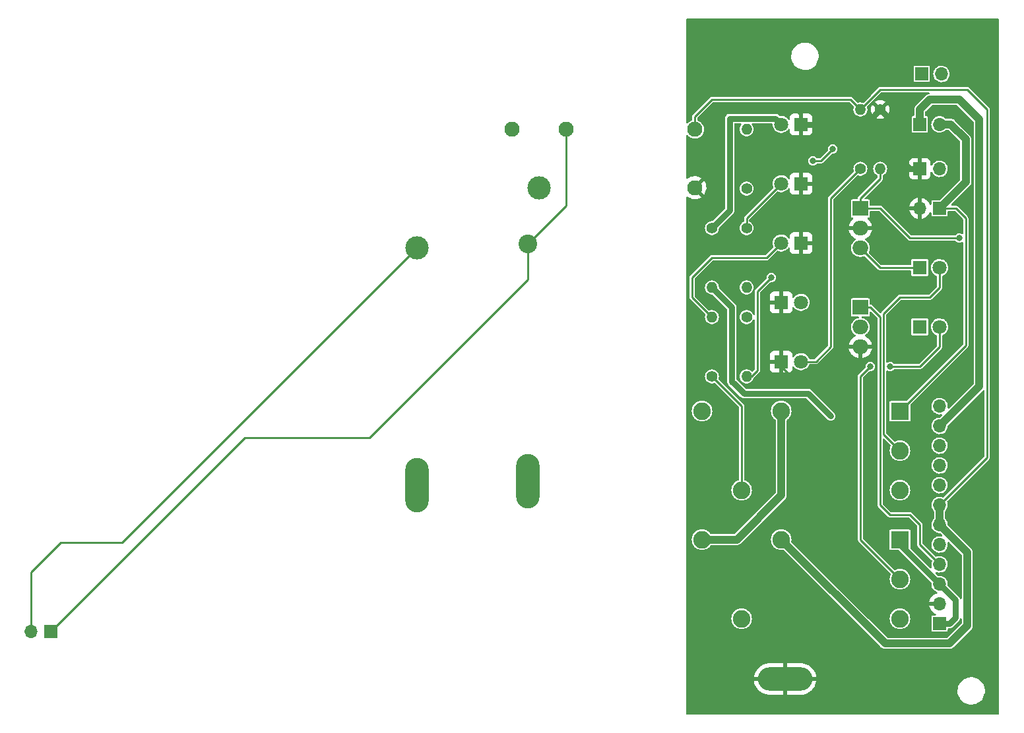
<source format=gbr>
%TF.GenerationSoftware,KiCad,Pcbnew,(6.0.5)*%
%TF.CreationDate,2023-02-13T18:16:20+09:00*%
%TF.ProjectId,charge shutdown PCB_v.2,63686172-6765-4207-9368-7574646f776e,rev?*%
%TF.SameCoordinates,Original*%
%TF.FileFunction,Copper,L1,Top*%
%TF.FilePolarity,Positive*%
%FSLAX46Y46*%
G04 Gerber Fmt 4.6, Leading zero omitted, Abs format (unit mm)*
G04 Created by KiCad (PCBNEW (6.0.5)) date 2023-02-13 18:16:20*
%MOMM*%
%LPD*%
G01*
G04 APERTURE LIST*
%TA.AperFunction,ComponentPad*%
%ADD10R,1.800000X1.800000*%
%TD*%
%TA.AperFunction,ComponentPad*%
%ADD11C,1.800000*%
%TD*%
%TA.AperFunction,ComponentPad*%
%ADD12C,3.000000*%
%TD*%
%TA.AperFunction,ComponentPad*%
%ADD13O,3.000000X7.000000*%
%TD*%
%TA.AperFunction,ComponentPad*%
%ADD14C,2.400000*%
%TD*%
%TA.AperFunction,ComponentPad*%
%ADD15R,2.250000X2.250000*%
%TD*%
%TA.AperFunction,ComponentPad*%
%ADD16C,2.250000*%
%TD*%
%TA.AperFunction,ComponentPad*%
%ADD17R,1.700000X1.700000*%
%TD*%
%TA.AperFunction,ComponentPad*%
%ADD18O,1.700000X1.700000*%
%TD*%
%TA.AperFunction,ComponentPad*%
%ADD19C,1.950000*%
%TD*%
%TA.AperFunction,ComponentPad*%
%ADD20C,1.400000*%
%TD*%
%TA.AperFunction,ComponentPad*%
%ADD21O,1.400000X1.400000*%
%TD*%
%TA.AperFunction,ComponentPad*%
%ADD22R,2.000000X1.905000*%
%TD*%
%TA.AperFunction,ComponentPad*%
%ADD23O,2.000000X1.905000*%
%TD*%
%TA.AperFunction,ComponentPad*%
%ADD24O,7.000000X3.000000*%
%TD*%
%TA.AperFunction,ViaPad*%
%ADD25C,0.800000*%
%TD*%
%TA.AperFunction,Conductor*%
%ADD26C,0.250000*%
%TD*%
%TA.AperFunction,Conductor*%
%ADD27C,0.800000*%
%TD*%
%TA.AperFunction,Conductor*%
%ADD28C,1.000000*%
%TD*%
G04 APERTURE END LIST*
D10*
%TO.P,D1,1,K*%
%TO.N,GND_BOX*%
X170180000Y-34925000D03*
D11*
%TO.P,D1,2,A*%
%TO.N,Net-(D1-Pad2)*%
X167640000Y-34925000D03*
%TD*%
D10*
%TO.P,D6,1,K*%
%TO.N,GND_BOX*%
X167640000Y-57785000D03*
D11*
%TO.P,D6,2,A*%
%TO.N,Net-(D6-Pad2)*%
X170180000Y-57785000D03*
%TD*%
D12*
%TO.P,R9,1*%
%TO.N,Net-(J5-Pad2)*%
X120904000Y-50800000D03*
D13*
%TO.P,R9,2*%
%TO.N,unconnected-(R9-Pad2)*%
X120904000Y-81280000D03*
%TD*%
D14*
%TO.P,R8,1*%
%TO.N,Net-(J5-Pad1)*%
X135128000Y-50295500D03*
D13*
%TO.P,R8,2*%
%TO.N,unconnected-(R8-Pad2)*%
X135128000Y-80775500D03*
%TD*%
D15*
%TO.P,U1,1,V*%
%TO.N,CHARGE_POWER*%
X182880000Y-71755000D03*
D16*
%TO.P,U1,2,Out*%
%TO.N,Net-(U1-Pad2)*%
X167640000Y-71755000D03*
%TO.P,U1,4,12V*%
%TO.N,INTERLOCK_{2}*%
X157480000Y-71755000D03*
%TO.P,U1,6,N*%
%TO.N,Net-(R4-Pad1)*%
X162560000Y-81915000D03*
%TO.P,U1,8,L*%
%TO.N,Reset_Button*%
X182880000Y-81915000D03*
%TO.P,U1,9,D*%
%TO.N,Net-(D3-Pad2)*%
X182880000Y-76835000D03*
%TD*%
D10*
%TO.P,D3,1,K*%
%TO.N,Net-(D3-Pad1)*%
X185420000Y-53340000D03*
D11*
%TO.P,D3,2,A*%
%TO.N,Net-(D3-Pad2)*%
X187960000Y-53340000D03*
%TD*%
D17*
%TO.P,SMPS,1,Pin_1*%
%TO.N,CHARGE_POWER*%
X187960000Y-45720000D03*
D18*
%TO.P,SMPS,2,Pin_2*%
%TO.N,GND_BOX*%
X185420000Y-45720000D03*
%TD*%
D19*
%TO.P,RELAY_DISCHARGE1,1,COIL_1*%
%TO.N,AIR+_ACTIVE*%
X156555000Y-35560000D03*
%TO.P,RELAY_DISCHARGE1,2,NC*%
%TO.N,Net-(J5-Pad1)*%
X140055000Y-35560000D03*
%TO.P,RELAY_DISCHARGE1,3,NO*%
%TO.N,unconnected-(RELAY_DISCHARGE1-Pad3)*%
X133055000Y-35560000D03*
D12*
%TO.P,RELAY_DISCHARGE1,4,COM*%
%TO.N,unconnected-(RELAY_DISCHARGE1-Pad4)*%
X136555000Y-43060000D03*
D19*
%TO.P,RELAY_DISCHARGE1,5,COIL_2*%
%TO.N,GND_BOX*%
X156555000Y-43060000D03*
%TD*%
D15*
%TO.P,U2,1,V*%
%TO.N,CHARGE_POWER*%
X182880000Y-88265000D03*
D16*
%TO.P,U2,2,Out*%
%TO.N,AIR+_ACTIVE*%
X167640000Y-88265000D03*
%TO.P,U2,4,12V*%
%TO.N,Net-(U1-Pad2)*%
X157480000Y-88265000D03*
%TO.P,U2,6,N*%
%TO.N,Net-(R6-Pad1)*%
X162560000Y-98425000D03*
%TO.P,U2,8,L*%
%TO.N,Reset_Button*%
X182880000Y-98425000D03*
%TO.P,U2,9,D*%
%TO.N,Net-(D5-Pad2)*%
X182880000Y-93345000D03*
%TD*%
D20*
%TO.P,R5,1*%
%TO.N,CHARGER_SAFETY*%
X163195000Y-43180000D03*
D21*
%TO.P,R5,2*%
%TO.N,Net-(D5-Pad1)*%
X163195000Y-35560000D03*
%TD*%
D17*
%TO.P,RESET,1,Pin_1*%
%TO.N,GND_BOX*%
X185420000Y-40640000D03*
D18*
%TO.P,RESET,2,Pin_2*%
%TO.N,Reset_Button*%
X187960000Y-40640000D03*
%TD*%
D22*
%TO.P,Q1,1,G*%
%TO.N,IMD_FAULT*%
X177800000Y-45720000D03*
D23*
%TO.P,Q1,2,D*%
%TO.N,GND_BOX*%
X177800000Y-48260000D03*
%TO.P,Q1,3,S*%
%TO.N,Net-(D3-Pad1)*%
X177800000Y-50800000D03*
%TD*%
D17*
%TO.P,J2,1,Pin_1*%
%TO.N,CHARGE_POWER*%
X187960000Y-99060000D03*
D18*
%TO.P,J2,2,Pin_2*%
%TO.N,GND_BOX*%
X187960000Y-96520000D03*
%TO.P,J2,3,Pin_3*%
%TO.N,CHARGE_POWER*%
X187960000Y-93980000D03*
%TO.P,J2,4,Pin_4*%
%TO.N,CHARGER_SAFETY*%
X187960000Y-91440000D03*
%TO.P,J2,5,Pin_5*%
%TO.N,IMD_FAULT*%
X187960000Y-88900000D03*
%TO.P,J2,6,Pin_6*%
%TO.N,AIR+_ACTIVE*%
X187960000Y-86360000D03*
%TO.P,J2,7,Pin_7*%
X187960000Y-83820000D03*
%TO.P,J2,8,Pin_8*%
%TO.N,unconnected-(J2-Pad8)*%
X187960000Y-81280000D03*
%TO.P,J2,9,Pin_9*%
%TO.N,unconnected-(J2-Pad9)*%
X187960000Y-78740000D03*
%TO.P,J2,10,Pin_10*%
%TO.N,unconnected-(J2-Pad10)*%
X187960000Y-76200000D03*
%TO.P,J2,11,Pin_11*%
%TO.N,INTERLOCK_{1}*%
X187960000Y-73660000D03*
%TO.P,J2,12,Pin_12*%
%TO.N,INTERLOCK_{2}*%
X187960000Y-71120000D03*
%TD*%
D10*
%TO.P,D4,1,K*%
%TO.N,GND_BOX*%
X170180000Y-50165000D03*
D11*
%TO.P,D4,2,A*%
%TO.N,Net-(D4-Pad2)*%
X167640000Y-50165000D03*
%TD*%
D22*
%TO.P,Q2,1,G*%
%TO.N,CHARGER_SAFETY*%
X177800000Y-58420000D03*
D23*
%TO.P,Q2,2,D*%
%TO.N,Net-(D5-Pad1)*%
X177800000Y-60960000D03*
%TO.P,Q2,3,S*%
%TO.N,GND_BOX*%
X177800000Y-63500000D03*
%TD*%
D20*
%TO.P,R3,1*%
%TO.N,GND_BOX*%
X180340000Y-33020000D03*
D21*
%TO.P,R3,2*%
%TO.N,IMD_FAULT*%
X180340000Y-40640000D03*
%TD*%
D17*
%TO.P,J5,1,Pin_1*%
%TO.N,Net-(J5-Pad1)*%
X73914000Y-100076000D03*
D18*
%TO.P,J5,2,Pin_2*%
%TO.N,Net-(J5-Pad2)*%
X71374000Y-100076000D03*
%TD*%
D10*
%TO.P,D5,1,K*%
%TO.N,Net-(D5-Pad1)*%
X185420000Y-60960000D03*
D11*
%TO.P,D5,2,A*%
%TO.N,Net-(D5-Pad2)*%
X187960000Y-60960000D03*
%TD*%
D20*
%TO.P,R6,1*%
%TO.N,Net-(R6-Pad1)*%
X163195000Y-59690000D03*
D21*
%TO.P,R6,2*%
%TO.N,Net-(D6-Pad2)*%
X163195000Y-67310000D03*
%TD*%
D20*
%TO.P,R2,1*%
%TO.N,Net-(D2-Pad2)*%
X163195000Y-48260000D03*
D21*
%TO.P,R2,2*%
%TO.N,INTERLOCK_{2}*%
X163195000Y-55880000D03*
%TD*%
D24*
%TO.P,J7,1,Pin_1*%
%TO.N,GND_BOX*%
X168148000Y-106172000D03*
%TD*%
D10*
%TO.P,D7,1,K*%
%TO.N,GND_BOX*%
X167640000Y-65405000D03*
D11*
%TO.P,D7,2,A*%
%TO.N,Net-(D7-Pad2)*%
X170180000Y-65405000D03*
%TD*%
D17*
%TO.P,AC_RELAY,1,Pin_1*%
%TO.N,CHARGE_POWER*%
X185669000Y-28448000D03*
D18*
%TO.P,AC_RELAY,2,Pin_2*%
%TO.N,CHARGER_SAFETY*%
X188209000Y-28448000D03*
%TD*%
D10*
%TO.P,D2,1,K*%
%TO.N,GND_BOX*%
X170180000Y-42545000D03*
D11*
%TO.P,D2,2,A*%
%TO.N,Net-(D2-Pad2)*%
X167640000Y-42545000D03*
%TD*%
D17*
%TO.P,PUSH,1,Pin_1*%
%TO.N,INTERLOCK_{1}*%
X185415000Y-34925000D03*
D18*
%TO.P,PUSH,2,Pin_2*%
%TO.N,CHARGE_POWER*%
X187955000Y-34925000D03*
%TD*%
D20*
%TO.P,R1,1*%
%TO.N,Net-(D1-Pad2)*%
X158750000Y-48260000D03*
D21*
%TO.P,R1,2*%
%TO.N,CHARGE_POWER*%
X158750000Y-55880000D03*
%TD*%
D20*
%TO.P,R4,1*%
%TO.N,Net-(R4-Pad1)*%
X158750000Y-67310000D03*
D21*
%TO.P,R4,2*%
%TO.N,Net-(D4-Pad2)*%
X158750000Y-59690000D03*
%TD*%
D20*
%TO.P,R7,1*%
%TO.N,Net-(D7-Pad2)*%
X177800000Y-40640000D03*
D21*
%TO.P,R7,2*%
%TO.N,AIR+_ACTIVE*%
X177800000Y-33020000D03*
%TD*%
D25*
%TO.N,GND_BOX*%
X176657000Y-91567000D03*
%TO.N,Net-(D5-Pad2)*%
X181610000Y-66040000D03*
X179070000Y-66040000D03*
%TO.N,Net-(D6-Pad2)*%
X166370000Y-54610000D03*
%TO.N,CHARGE_POWER*%
X173990000Y-72390000D03*
%TO.N,IMD_FAULT*%
X190500000Y-49530000D03*
%TO.N,CHARGER_SAFETY*%
X174244000Y-38100000D03*
X171704000Y-39624000D03*
%TD*%
D26*
%TO.N,GND_BOX*%
X167640000Y-66040000D02*
X167640000Y-57785000D01*
X177800000Y-63500000D02*
X177800000Y-64770000D01*
X160020000Y-33469520D02*
X160020000Y-39595000D01*
X170180000Y-34925000D02*
X170180000Y-42545000D01*
X176530000Y-71120000D02*
X176530000Y-91440000D01*
X170180000Y-68580000D02*
X167640000Y-66040000D01*
X176530000Y-91440000D02*
X176657000Y-91567000D01*
D27*
X170180000Y-34925000D02*
X178435000Y-34925000D01*
D26*
X177800000Y-64770000D02*
X173990000Y-68580000D01*
X181610000Y-96520000D02*
X187960000Y-96520000D01*
X167640000Y-55880000D02*
X170180000Y-53340000D01*
D27*
X178435000Y-34925000D02*
X180340000Y-33020000D01*
X180340000Y-33020000D02*
X182880000Y-35560000D01*
D26*
X170180000Y-33775000D02*
X168604520Y-32199520D01*
X167640000Y-57785000D02*
X167640000Y-55880000D01*
D27*
X182880000Y-35560000D02*
X182880000Y-39370000D01*
X182880000Y-39370000D02*
X184150000Y-40640000D01*
D26*
X168604520Y-32199520D02*
X161290000Y-32199520D01*
D27*
X184150000Y-40640000D02*
X185420000Y-40640000D01*
D26*
X176657000Y-91567000D02*
X181610000Y-96520000D01*
X170180000Y-34925000D02*
X170180000Y-33775000D01*
X160020000Y-39595000D02*
X156555000Y-43060000D01*
X173990000Y-68580000D02*
X170180000Y-68580000D01*
X170180000Y-53340000D02*
X170180000Y-50165000D01*
X161290000Y-32199520D02*
X160020000Y-33469520D01*
X173990000Y-68580000D02*
X176530000Y-71120000D01*
D27*
%TO.N,Net-(D1-Pad2)*%
X161036000Y-34173040D02*
X161036000Y-45974000D01*
X161036000Y-45974000D02*
X158750000Y-48260000D01*
X161036000Y-34173040D02*
X166888040Y-34173040D01*
X166888040Y-34173040D02*
X167640000Y-34925000D01*
D26*
%TO.N,Net-(D2-Pad2)*%
X167640000Y-42545000D02*
X163195000Y-46990000D01*
X163195000Y-46990000D02*
X163195000Y-48260000D01*
%TO.N,Net-(D3-Pad1)*%
X185420000Y-53340000D02*
X180340000Y-53340000D01*
X180340000Y-53340000D02*
X177800000Y-50800000D01*
%TO.N,Net-(D3-Pad2)*%
X187960000Y-55880000D02*
X186690000Y-57150000D01*
X180789520Y-74744520D02*
X182880000Y-76835000D01*
X182880000Y-57150000D02*
X180789520Y-59240480D01*
X186690000Y-57150000D02*
X182880000Y-57150000D01*
X187960000Y-53340000D02*
X187960000Y-55880000D01*
X180789520Y-59240480D02*
X180789520Y-74744520D01*
%TO.N,Net-(D4-Pad2)*%
X158750000Y-52070000D02*
X156210000Y-54610000D01*
X156210000Y-57150000D02*
X158750000Y-59690000D01*
X156210000Y-54610000D02*
X156210000Y-57150000D01*
X165735000Y-52070000D02*
X158750000Y-52070000D01*
X167640000Y-50165000D02*
X165735000Y-52070000D01*
%TO.N,Net-(D5-Pad2)*%
X185420000Y-66040000D02*
X181610000Y-66040000D01*
X179070000Y-66040000D02*
X177800000Y-67310000D01*
X187960000Y-60960000D02*
X187960000Y-63500000D01*
X177800000Y-67310000D02*
X177800000Y-88265000D01*
X187960000Y-63500000D02*
X185420000Y-66040000D01*
X177800000Y-88265000D02*
X182880000Y-93345000D01*
%TO.N,Net-(D6-Pad2)*%
X163830000Y-67310000D02*
X163195000Y-67310000D01*
X166370000Y-54610000D02*
X164592000Y-56388000D01*
X164592000Y-56388000D02*
X164592000Y-66548000D01*
X164592000Y-66548000D02*
X163830000Y-67310000D01*
%TO.N,Net-(D7-Pad2)*%
X177800000Y-40640000D02*
X173990000Y-44450000D01*
X172085000Y-65405000D02*
X170180000Y-65405000D01*
X173990000Y-44450000D02*
X173990000Y-63500000D01*
X173990000Y-63500000D02*
X172085000Y-65405000D01*
D28*
%TO.N,INTERLOCK_{1}*%
X193040000Y-34290000D02*
X193040000Y-68580000D01*
X185415000Y-33025000D02*
X186690000Y-31750000D01*
X190500000Y-31750000D02*
X193040000Y-34290000D01*
X186690000Y-31750000D02*
X190500000Y-31750000D01*
X192532000Y-69088000D02*
X187960000Y-73660000D01*
X193040000Y-68580000D02*
X192532000Y-69088000D01*
X185415000Y-34925000D02*
X185415000Y-33025000D01*
D27*
%TO.N,CHARGE_POWER*%
X161607859Y-68262141D02*
X162877859Y-69532141D01*
D26*
X191320480Y-46990000D02*
X191320480Y-63314520D01*
D27*
X161290000Y-58420000D02*
X161290000Y-67944282D01*
D26*
X182880000Y-88900000D02*
X182880000Y-88265000D01*
D27*
X158750000Y-55880000D02*
X161290000Y-58420000D01*
X189992000Y-98298000D02*
X189230000Y-99060000D01*
D26*
X191320480Y-63314520D02*
X182880000Y-71755000D01*
D27*
X189992000Y-96520000D02*
X189992000Y-98298000D01*
X161290000Y-67944282D02*
X161607859Y-68262141D01*
D28*
X189415480Y-34925000D02*
X191320480Y-36830000D01*
D27*
X171132141Y-69532141D02*
X173990000Y-72390000D01*
D28*
X191320480Y-36830000D02*
X191320480Y-42359520D01*
D27*
X189230000Y-99060000D02*
X187960000Y-99060000D01*
X189992000Y-96520000D02*
X189992000Y-96012000D01*
X187960000Y-93980000D02*
X182880000Y-88900000D01*
D26*
X187960000Y-45720000D02*
X190050480Y-45720000D01*
D27*
X189992000Y-96012000D02*
X187960000Y-93980000D01*
D26*
X190050480Y-45720000D02*
X191320480Y-46990000D01*
D28*
X187955000Y-34925000D02*
X189415480Y-34925000D01*
X191320480Y-42359520D02*
X187960000Y-45720000D01*
D27*
X162877859Y-69532141D02*
X171132141Y-69532141D01*
D26*
%TO.N,IMD_FAULT*%
X177800000Y-45720000D02*
X177800000Y-44450000D01*
X180340000Y-45720000D02*
X184150000Y-49530000D01*
X184150000Y-49530000D02*
X190500000Y-49530000D01*
X180340000Y-41910000D02*
X180340000Y-40640000D01*
X177800000Y-45720000D02*
X180340000Y-45720000D01*
X177800000Y-44450000D02*
X180340000Y-41910000D01*
%TO.N,CHARGER_SAFETY*%
X185420000Y-86360000D02*
X185420000Y-88900000D01*
X185420000Y-88900000D02*
X187960000Y-91440000D01*
X174244000Y-38100000D02*
X172720000Y-39624000D01*
X180340000Y-59690000D02*
X180340000Y-83820000D01*
X181610000Y-85090000D02*
X184150000Y-85090000D01*
X179070000Y-58420000D02*
X180340000Y-59690000D01*
X180340000Y-83820000D02*
X181610000Y-85090000D01*
X177800000Y-58420000D02*
X179070000Y-58420000D01*
X172720000Y-39624000D02*
X171704000Y-39624000D01*
X184150000Y-85090000D02*
X185420000Y-86360000D01*
%TO.N,Net-(R4-Pad1)*%
X162560000Y-71120000D02*
X158750000Y-67310000D01*
X162560000Y-81915000D02*
X162560000Y-71120000D01*
D28*
%TO.N,AIR+_ACTIVE*%
X180975000Y-101600000D02*
X167640000Y-88265000D01*
D26*
X177800000Y-33020000D02*
X176530000Y-31750000D01*
D28*
X187960000Y-86360000D02*
X191516000Y-89916000D01*
X190949520Y-99880480D02*
X189230000Y-101600000D01*
X189230000Y-101600000D02*
X180975000Y-101600000D01*
X191516000Y-89916000D02*
X191516000Y-99314000D01*
D26*
X180340000Y-30480000D02*
X191516000Y-30480000D01*
X158750000Y-31750000D02*
X156555000Y-33945000D01*
D28*
X191516000Y-99314000D02*
X190949520Y-99880480D01*
D26*
X176530000Y-31750000D02*
X158750000Y-31750000D01*
X156555000Y-33945000D02*
X156555000Y-35560000D01*
X194056000Y-77724000D02*
X187960000Y-83820000D01*
X177800000Y-33020000D02*
X180340000Y-30480000D01*
D28*
X187960000Y-83820000D02*
X187960000Y-86360000D01*
D26*
X191516000Y-30480000D02*
X194056000Y-33020000D01*
X194056000Y-33020000D02*
X194056000Y-77724000D01*
D28*
%TO.N,Net-(U1-Pad2)*%
X161925000Y-88265000D02*
X157480000Y-88265000D01*
X167640000Y-82550000D02*
X161925000Y-88265000D01*
X167640000Y-71755000D02*
X167640000Y-82550000D01*
D26*
%TO.N,Net-(J5-Pad1)*%
X140055000Y-45368500D02*
X135128000Y-50295500D01*
X140055000Y-35560000D02*
X140055000Y-45368500D01*
X98806000Y-75184000D02*
X73914000Y-100076000D01*
X107188000Y-75184000D02*
X98806000Y-75184000D01*
X135128000Y-50295500D02*
X135128000Y-54864000D01*
X135128000Y-54864000D02*
X114808000Y-75184000D01*
X114808000Y-75184000D02*
X107188000Y-75184000D01*
%TO.N,Net-(J5-Pad2)*%
X71374000Y-92456000D02*
X71374000Y-100076000D01*
X75184000Y-88646000D02*
X71374000Y-92456000D01*
X83058000Y-88646000D02*
X75184000Y-88646000D01*
X120904000Y-50800000D02*
X83058000Y-88646000D01*
%TD*%
%TA.AperFunction,Conductor*%
%TO.N,GND_BOX*%
G36*
X195522121Y-21356002D02*
G01*
X195568614Y-21409658D01*
X195580000Y-21462000D01*
X195580000Y-110618000D01*
X195559998Y-110686121D01*
X195506342Y-110732614D01*
X195454000Y-110744000D01*
X155574000Y-110744000D01*
X155505879Y-110723998D01*
X155459386Y-110670342D01*
X155448000Y-110618000D01*
X155448000Y-106444845D01*
X164157134Y-106444845D01*
X164194127Y-106654642D01*
X164196246Y-106663143D01*
X164280308Y-106921858D01*
X164283599Y-106930005D01*
X164402848Y-107174499D01*
X164407233Y-107182096D01*
X164559352Y-107407621D01*
X164564756Y-107414538D01*
X164746776Y-107616691D01*
X164753091Y-107622790D01*
X164961471Y-107797642D01*
X164968576Y-107802804D01*
X165199275Y-107946961D01*
X165207009Y-107951073D01*
X165455533Y-108061723D01*
X165463774Y-108064722D01*
X165725267Y-108139704D01*
X165733847Y-108141528D01*
X166003235Y-108179388D01*
X166011984Y-108180000D01*
X167875885Y-108180000D01*
X167891124Y-108175525D01*
X167892329Y-108174135D01*
X167894000Y-108166452D01*
X167894000Y-108161885D01*
X168402000Y-108161885D01*
X168406475Y-108177124D01*
X168407865Y-108178329D01*
X168415548Y-108180000D01*
X170215923Y-108180000D01*
X170220308Y-108179847D01*
X170423757Y-108165621D01*
X170432438Y-108164401D01*
X170698530Y-108107841D01*
X170706967Y-108105422D01*
X170962587Y-108012383D01*
X170970603Y-108008814D01*
X171210790Y-107881105D01*
X171218238Y-107876451D01*
X171438306Y-107716562D01*
X171445036Y-107710915D01*
X171508078Y-107650036D01*
X190268692Y-107650036D01*
X190268701Y-107650217D01*
X190268924Y-107654862D01*
X190268924Y-107654867D01*
X190275162Y-107784740D01*
X190281178Y-107909992D01*
X190331952Y-108165247D01*
X190419896Y-108410193D01*
X190543081Y-108639450D01*
X190545872Y-108643187D01*
X190545876Y-108643194D01*
X190620308Y-108742870D01*
X190698798Y-108847981D01*
X190702105Y-108851259D01*
X190702110Y-108851265D01*
X190803153Y-108951429D01*
X190883628Y-109031204D01*
X190887395Y-109033966D01*
X190887396Y-109033967D01*
X191003401Y-109119026D01*
X191093509Y-109185096D01*
X191097640Y-109187270D01*
X191097641Y-109187270D01*
X191319698Y-109304100D01*
X191319704Y-109304102D01*
X191323833Y-109306275D01*
X191328240Y-109307814D01*
X191328247Y-109307817D01*
X191565121Y-109390537D01*
X191569537Y-109392079D01*
X191825225Y-109440623D01*
X191948703Y-109445474D01*
X192080612Y-109450657D01*
X192080617Y-109450657D01*
X192085280Y-109450840D01*
X192186525Y-109439752D01*
X192339336Y-109423017D01*
X192339342Y-109423016D01*
X192343989Y-109422507D01*
X192369795Y-109415713D01*
X192591145Y-109357437D01*
X192591148Y-109357436D01*
X192595668Y-109356246D01*
X192610877Y-109349712D01*
X192830495Y-109255356D01*
X192830497Y-109255355D01*
X192834789Y-109253511D01*
X193056098Y-109116561D01*
X193062701Y-109110971D01*
X193251161Y-108951429D01*
X193251163Y-108951427D01*
X193254734Y-108948404D01*
X193426332Y-108752733D01*
X193429008Y-108748574D01*
X193564596Y-108537778D01*
X193567124Y-108533848D01*
X193674016Y-108296557D01*
X193744660Y-108046072D01*
X193762566Y-107905322D01*
X193777106Y-107791028D01*
X193777106Y-107791022D01*
X193777504Y-107787897D01*
X193779910Y-107696000D01*
X193760623Y-107436460D01*
X193754098Y-107407621D01*
X193704216Y-107187179D01*
X193703185Y-107182622D01*
X193687921Y-107143370D01*
X193610554Y-106944419D01*
X193610552Y-106944416D01*
X193608859Y-106940061D01*
X193603112Y-106930005D01*
X193522946Y-106789746D01*
X193479715Y-106714108D01*
X193453104Y-106680351D01*
X193321490Y-106513399D01*
X193318593Y-106509724D01*
X193129030Y-106331402D01*
X192915192Y-106183057D01*
X192911002Y-106180991D01*
X192910999Y-106180989D01*
X192685963Y-106070014D01*
X192685960Y-106070013D01*
X192681775Y-106067949D01*
X192635853Y-106053249D01*
X192625631Y-106049977D01*
X192433909Y-105988606D01*
X192429302Y-105987856D01*
X192429299Y-105987855D01*
X192181649Y-105947523D01*
X192181650Y-105947523D01*
X192177038Y-105946772D01*
X192050570Y-105945116D01*
X191921481Y-105943426D01*
X191921478Y-105943426D01*
X191916804Y-105943365D01*
X191658926Y-105978461D01*
X191654440Y-105979769D01*
X191654438Y-105979769D01*
X191624120Y-105988606D01*
X191409067Y-106051288D01*
X191172718Y-106160247D01*
X191168809Y-106162810D01*
X190958983Y-106300377D01*
X190958978Y-106300381D01*
X190955070Y-106302943D01*
X190923184Y-106331402D01*
X190796082Y-106444845D01*
X190760904Y-106476242D01*
X190594486Y-106676338D01*
X190459473Y-106898834D01*
X190457664Y-106903148D01*
X190457663Y-106903150D01*
X190440358Y-106944419D01*
X190358829Y-107138842D01*
X190294766Y-107391089D01*
X190290095Y-107437481D01*
X190272050Y-107616691D01*
X190268692Y-107650036D01*
X171508078Y-107650036D01*
X171640716Y-107521949D01*
X171646588Y-107515427D01*
X171814064Y-107301067D01*
X171818970Y-107293793D01*
X171954984Y-107058211D01*
X171958833Y-107050319D01*
X172060735Y-106798104D01*
X172063451Y-106789746D01*
X172129257Y-106525808D01*
X172130782Y-106517163D01*
X172138470Y-106444015D01*
X172135791Y-106429365D01*
X172123470Y-106426000D01*
X168420115Y-106426000D01*
X168404876Y-106430475D01*
X168403671Y-106431865D01*
X168402000Y-106439548D01*
X168402000Y-108161885D01*
X167894000Y-108161885D01*
X167894000Y-106444115D01*
X167889525Y-106428876D01*
X167888135Y-106427671D01*
X167880452Y-106426000D01*
X164171926Y-106426000D01*
X164159057Y-106429779D01*
X164157134Y-106444845D01*
X155448000Y-106444845D01*
X155448000Y-105899985D01*
X164157530Y-105899985D01*
X164160209Y-105914635D01*
X164172530Y-105918000D01*
X167875885Y-105918000D01*
X167891124Y-105913525D01*
X167892329Y-105912135D01*
X167894000Y-105904452D01*
X167894000Y-105899885D01*
X168402000Y-105899885D01*
X168406475Y-105915124D01*
X168407865Y-105916329D01*
X168415548Y-105918000D01*
X172124074Y-105918000D01*
X172136943Y-105914221D01*
X172138866Y-105899155D01*
X172101873Y-105689358D01*
X172099754Y-105680857D01*
X172015692Y-105422142D01*
X172012401Y-105413995D01*
X171893152Y-105169501D01*
X171888767Y-105161904D01*
X171736648Y-104936379D01*
X171731244Y-104929462D01*
X171549224Y-104727309D01*
X171542909Y-104721210D01*
X171334529Y-104546358D01*
X171327424Y-104541196D01*
X171096725Y-104397039D01*
X171088991Y-104392927D01*
X170840467Y-104282277D01*
X170832226Y-104279278D01*
X170570733Y-104204296D01*
X170562153Y-104202472D01*
X170292765Y-104164612D01*
X170284016Y-104164000D01*
X168420115Y-104164000D01*
X168404876Y-104168475D01*
X168403671Y-104169865D01*
X168402000Y-104177548D01*
X168402000Y-105899885D01*
X167894000Y-105899885D01*
X167894000Y-104182115D01*
X167889525Y-104166876D01*
X167888135Y-104165671D01*
X167880452Y-104164000D01*
X166080077Y-104164000D01*
X166075692Y-104164153D01*
X165872243Y-104178379D01*
X165863562Y-104179599D01*
X165597470Y-104236159D01*
X165589033Y-104238578D01*
X165333413Y-104331617D01*
X165325397Y-104335186D01*
X165085210Y-104462895D01*
X165077762Y-104467549D01*
X164857694Y-104627438D01*
X164850964Y-104633085D01*
X164655284Y-104822051D01*
X164649412Y-104828573D01*
X164481936Y-105042933D01*
X164477030Y-105050207D01*
X164341016Y-105285789D01*
X164337167Y-105293681D01*
X164235265Y-105545896D01*
X164232549Y-105554254D01*
X164166743Y-105818192D01*
X164165218Y-105826837D01*
X164157530Y-105899985D01*
X155448000Y-105899985D01*
X155448000Y-98425000D01*
X161229437Y-98425000D01*
X161249651Y-98656050D01*
X161309680Y-98880079D01*
X161312005Y-98885064D01*
X161405373Y-99085294D01*
X161405376Y-99085299D01*
X161407699Y-99090281D01*
X161540730Y-99280269D01*
X161704731Y-99444270D01*
X161709239Y-99447427D01*
X161709242Y-99447429D01*
X161722601Y-99456783D01*
X161894718Y-99577301D01*
X161899700Y-99579624D01*
X161899705Y-99579627D01*
X162006616Y-99629480D01*
X162104921Y-99675320D01*
X162328950Y-99735349D01*
X162560000Y-99755563D01*
X162791050Y-99735349D01*
X163015079Y-99675320D01*
X163113384Y-99629480D01*
X163220295Y-99579627D01*
X163220300Y-99579624D01*
X163225282Y-99577301D01*
X163397399Y-99456783D01*
X163410758Y-99447429D01*
X163410761Y-99447427D01*
X163415269Y-99444270D01*
X163579270Y-99280269D01*
X163712301Y-99090281D01*
X163714624Y-99085299D01*
X163714627Y-99085294D01*
X163807995Y-98885064D01*
X163810320Y-98880079D01*
X163870349Y-98656050D01*
X163890563Y-98425000D01*
X163870349Y-98193950D01*
X163810320Y-97969921D01*
X163715132Y-97765790D01*
X163714627Y-97764706D01*
X163714624Y-97764701D01*
X163712301Y-97759719D01*
X163661708Y-97687464D01*
X163582429Y-97574242D01*
X163582427Y-97574239D01*
X163579270Y-97569731D01*
X163415269Y-97405730D01*
X163225282Y-97272699D01*
X163220300Y-97270376D01*
X163220295Y-97270373D01*
X163106227Y-97217183D01*
X163015079Y-97174680D01*
X162791050Y-97114651D01*
X162560000Y-97094437D01*
X162328950Y-97114651D01*
X162104921Y-97174680D01*
X162013773Y-97217183D01*
X161899706Y-97270373D01*
X161899701Y-97270376D01*
X161894719Y-97272699D01*
X161890212Y-97275855D01*
X161890210Y-97275856D01*
X161709242Y-97402571D01*
X161709239Y-97402573D01*
X161704731Y-97405730D01*
X161540730Y-97569731D01*
X161537573Y-97574239D01*
X161537571Y-97574242D01*
X161458292Y-97687464D01*
X161407699Y-97759719D01*
X161405376Y-97764701D01*
X161405373Y-97764706D01*
X161404868Y-97765790D01*
X161309680Y-97969921D01*
X161249651Y-98193950D01*
X161229437Y-98425000D01*
X155448000Y-98425000D01*
X155448000Y-88265000D01*
X156149437Y-88265000D01*
X156169651Y-88496050D01*
X156229680Y-88720079D01*
X156266304Y-88798619D01*
X156325373Y-88925294D01*
X156325376Y-88925299D01*
X156327699Y-88930281D01*
X156330855Y-88934788D01*
X156330856Y-88934790D01*
X156457571Y-89115757D01*
X156460730Y-89120269D01*
X156624731Y-89284270D01*
X156629239Y-89287427D01*
X156629242Y-89287429D01*
X156638721Y-89294066D01*
X156814718Y-89417301D01*
X156819700Y-89419624D01*
X156819705Y-89419627D01*
X156883445Y-89449349D01*
X157024921Y-89515320D01*
X157248950Y-89575349D01*
X157480000Y-89595563D01*
X157711050Y-89575349D01*
X157935079Y-89515320D01*
X158076555Y-89449349D01*
X158140295Y-89419627D01*
X158140300Y-89419624D01*
X158145282Y-89417301D01*
X158321279Y-89294066D01*
X158330758Y-89287429D01*
X158330761Y-89287427D01*
X158335269Y-89284270D01*
X158499270Y-89120269D01*
X158570018Y-89019230D01*
X158625475Y-88974901D01*
X158673231Y-88965500D01*
X161896359Y-88965500D01*
X161904929Y-88965792D01*
X161954354Y-88969162D01*
X161954358Y-88969162D01*
X161961930Y-88969678D01*
X161969406Y-88968373D01*
X161969409Y-88968373D01*
X162024132Y-88958822D01*
X162030658Y-88957859D01*
X162071096Y-88952965D01*
X162093320Y-88950276D01*
X162100427Y-88947591D01*
X162103720Y-88946782D01*
X162118191Y-88942823D01*
X162121467Y-88941834D01*
X162128954Y-88940527D01*
X162135914Y-88937472D01*
X162186760Y-88915153D01*
X162192866Y-88912661D01*
X162244818Y-88893030D01*
X162244820Y-88893029D01*
X162251923Y-88890345D01*
X162258178Y-88886046D01*
X162261203Y-88884465D01*
X162274299Y-88877175D01*
X162277243Y-88875434D01*
X162284202Y-88872379D01*
X162334273Y-88833958D01*
X162339609Y-88830081D01*
X162385386Y-88798619D01*
X162385392Y-88798614D01*
X162391651Y-88794312D01*
X162432609Y-88748342D01*
X162437589Y-88743067D01*
X168115075Y-83065582D01*
X168121341Y-83059728D01*
X168158669Y-83027165D01*
X168164396Y-83022169D01*
X168200690Y-82970527D01*
X168204616Y-82965242D01*
X168238897Y-82921522D01*
X168238901Y-82921516D01*
X168243584Y-82915543D01*
X168246709Y-82908623D01*
X168248457Y-82905736D01*
X168255909Y-82892673D01*
X168257523Y-82889663D01*
X168261887Y-82883453D01*
X168284813Y-82824652D01*
X168287369Y-82818571D01*
X168303631Y-82782555D01*
X168313356Y-82761016D01*
X168314740Y-82753551D01*
X168315764Y-82750283D01*
X168319859Y-82735904D01*
X168320716Y-82732566D01*
X168323476Y-82725487D01*
X168324467Y-82717960D01*
X168324468Y-82717956D01*
X168331715Y-82662906D01*
X168332747Y-82656391D01*
X168342869Y-82601776D01*
X168342869Y-82601775D01*
X168344253Y-82594308D01*
X168340709Y-82532844D01*
X168340500Y-82525592D01*
X168340500Y-72948232D01*
X168360502Y-72880111D01*
X168394229Y-72845019D01*
X168490758Y-72777429D01*
X168490760Y-72777427D01*
X168495269Y-72774270D01*
X168659270Y-72610269D01*
X168663350Y-72604443D01*
X168789144Y-72424790D01*
X168789145Y-72424788D01*
X168792301Y-72420281D01*
X168794624Y-72415299D01*
X168794627Y-72415294D01*
X168858464Y-72278394D01*
X168890320Y-72210079D01*
X168950349Y-71986050D01*
X168970563Y-71755000D01*
X168950349Y-71523950D01*
X168890320Y-71299921D01*
X168821799Y-71152978D01*
X168794627Y-71094706D01*
X168794624Y-71094701D01*
X168792301Y-71089719D01*
X168785877Y-71080544D01*
X168662429Y-70904242D01*
X168662427Y-70904239D01*
X168659270Y-70899731D01*
X168495269Y-70735730D01*
X168450186Y-70704162D01*
X168411708Y-70677220D01*
X168305282Y-70602699D01*
X168300300Y-70600376D01*
X168300295Y-70600373D01*
X168173939Y-70541453D01*
X168095079Y-70504680D01*
X167871050Y-70444651D01*
X167640000Y-70424437D01*
X167408950Y-70444651D01*
X167184921Y-70504680D01*
X167118079Y-70535849D01*
X166979706Y-70600373D01*
X166979701Y-70600376D01*
X166974719Y-70602699D01*
X166970212Y-70605855D01*
X166970210Y-70605856D01*
X166789242Y-70732571D01*
X166789239Y-70732573D01*
X166784731Y-70735730D01*
X166620730Y-70899731D01*
X166617573Y-70904239D01*
X166617571Y-70904242D01*
X166494123Y-71080544D01*
X166487699Y-71089719D01*
X166485376Y-71094701D01*
X166485373Y-71094706D01*
X166458201Y-71152978D01*
X166389680Y-71299921D01*
X166329651Y-71523950D01*
X166309437Y-71755000D01*
X166329651Y-71986050D01*
X166389680Y-72210079D01*
X166421536Y-72278394D01*
X166485373Y-72415294D01*
X166485376Y-72415299D01*
X166487699Y-72420281D01*
X166490855Y-72424788D01*
X166490856Y-72424790D01*
X166616651Y-72604443D01*
X166620730Y-72610269D01*
X166784731Y-72774270D01*
X166789240Y-72777427D01*
X166789242Y-72777429D01*
X166885771Y-72845019D01*
X166930099Y-72900476D01*
X166939500Y-72948232D01*
X166939500Y-82207653D01*
X166919498Y-82275774D01*
X166902595Y-82296748D01*
X161671748Y-87527595D01*
X161609436Y-87561621D01*
X161582653Y-87564500D01*
X158673231Y-87564500D01*
X158605110Y-87544498D01*
X158570018Y-87510770D01*
X158503205Y-87415351D01*
X158499270Y-87409731D01*
X158335269Y-87245730D01*
X158308222Y-87226791D01*
X158251708Y-87187220D01*
X158145282Y-87112699D01*
X158140300Y-87110376D01*
X158140295Y-87110373D01*
X158013939Y-87051453D01*
X157935079Y-87014680D01*
X157711050Y-86954651D01*
X157480000Y-86934437D01*
X157248950Y-86954651D01*
X157024921Y-87014680D01*
X156946061Y-87051453D01*
X156819706Y-87110373D01*
X156819701Y-87110376D01*
X156814719Y-87112699D01*
X156810212Y-87115855D01*
X156810210Y-87115856D01*
X156629242Y-87242571D01*
X156629239Y-87242573D01*
X156624731Y-87245730D01*
X156460730Y-87409731D01*
X156457573Y-87414239D01*
X156457571Y-87414242D01*
X156330856Y-87595210D01*
X156327699Y-87599719D01*
X156325376Y-87604701D01*
X156325373Y-87604706D01*
X156275448Y-87711771D01*
X156229680Y-87809921D01*
X156169651Y-88033950D01*
X156149437Y-88265000D01*
X155448000Y-88265000D01*
X155448000Y-71755000D01*
X156149437Y-71755000D01*
X156169651Y-71986050D01*
X156229680Y-72210079D01*
X156261536Y-72278394D01*
X156325373Y-72415294D01*
X156325376Y-72415299D01*
X156327699Y-72420281D01*
X156330855Y-72424788D01*
X156330856Y-72424790D01*
X156456651Y-72604443D01*
X156460730Y-72610269D01*
X156624731Y-72774270D01*
X156629239Y-72777427D01*
X156629242Y-72777429D01*
X156642601Y-72786783D01*
X156814718Y-72907301D01*
X156819700Y-72909624D01*
X156819705Y-72909627D01*
X156897839Y-72946061D01*
X157024921Y-73005320D01*
X157248950Y-73065349D01*
X157480000Y-73085563D01*
X157711050Y-73065349D01*
X157935079Y-73005320D01*
X158062161Y-72946061D01*
X158140295Y-72909627D01*
X158140300Y-72909624D01*
X158145282Y-72907301D01*
X158317399Y-72786783D01*
X158330758Y-72777429D01*
X158330761Y-72777427D01*
X158335269Y-72774270D01*
X158499270Y-72610269D01*
X158503350Y-72604443D01*
X158629144Y-72424790D01*
X158629145Y-72424788D01*
X158632301Y-72420281D01*
X158634624Y-72415299D01*
X158634627Y-72415294D01*
X158698464Y-72278394D01*
X158730320Y-72210079D01*
X158790349Y-71986050D01*
X158810563Y-71755000D01*
X158790349Y-71523950D01*
X158730320Y-71299921D01*
X158661799Y-71152978D01*
X158634627Y-71094706D01*
X158634624Y-71094701D01*
X158632301Y-71089719D01*
X158625877Y-71080544D01*
X158502429Y-70904242D01*
X158502427Y-70904239D01*
X158499270Y-70899731D01*
X158335269Y-70735730D01*
X158290186Y-70704162D01*
X158251708Y-70677220D01*
X158145282Y-70602699D01*
X158140300Y-70600376D01*
X158140295Y-70600373D01*
X158013939Y-70541453D01*
X157935079Y-70504680D01*
X157711050Y-70444651D01*
X157480000Y-70424437D01*
X157248950Y-70444651D01*
X157024921Y-70504680D01*
X156958079Y-70535849D01*
X156819706Y-70600373D01*
X156819701Y-70600376D01*
X156814719Y-70602699D01*
X156810212Y-70605855D01*
X156810210Y-70605856D01*
X156629242Y-70732571D01*
X156629239Y-70732573D01*
X156624731Y-70735730D01*
X156460730Y-70899731D01*
X156457573Y-70904239D01*
X156457571Y-70904242D01*
X156334123Y-71080544D01*
X156327699Y-71089719D01*
X156325376Y-71094701D01*
X156325373Y-71094706D01*
X156298201Y-71152978D01*
X156229680Y-71299921D01*
X156169651Y-71523950D01*
X156149437Y-71755000D01*
X155448000Y-71755000D01*
X155448000Y-67310000D01*
X157844540Y-67310000D01*
X157864326Y-67498256D01*
X157922821Y-67678284D01*
X157926124Y-67684006D01*
X157926125Y-67684007D01*
X157954095Y-67732452D01*
X158017467Y-67842216D01*
X158021885Y-67847123D01*
X158021886Y-67847124D01*
X158081300Y-67913109D01*
X158144129Y-67982888D01*
X158297270Y-68094151D01*
X158470197Y-68171144D01*
X158557746Y-68189753D01*
X158648897Y-68209128D01*
X158648901Y-68209128D01*
X158655354Y-68210500D01*
X158844646Y-68210500D01*
X158851099Y-68209128D01*
X158851103Y-68209128D01*
X158942254Y-68189753D01*
X159029803Y-68171144D01*
X159035835Y-68168458D01*
X159042115Y-68166418D01*
X159042625Y-68167988D01*
X159104788Y-68159650D01*
X159169087Y-68189753D01*
X159174771Y-68195097D01*
X162197595Y-71217921D01*
X162231621Y-71280233D01*
X162234500Y-71307016D01*
X162234500Y-80533276D01*
X162214498Y-80601397D01*
X162160842Y-80647890D01*
X162141110Y-80654983D01*
X162110237Y-80663255D01*
X162110231Y-80663257D01*
X162104921Y-80664680D01*
X162038079Y-80695849D01*
X161899706Y-80760373D01*
X161899701Y-80760376D01*
X161894719Y-80762699D01*
X161890212Y-80765855D01*
X161890210Y-80765856D01*
X161709242Y-80892571D01*
X161709239Y-80892573D01*
X161704731Y-80895730D01*
X161540730Y-81059731D01*
X161537573Y-81064239D01*
X161537571Y-81064242D01*
X161525765Y-81081103D01*
X161407699Y-81249719D01*
X161405376Y-81254701D01*
X161405373Y-81254706D01*
X161378201Y-81312978D01*
X161309680Y-81459921D01*
X161249651Y-81683950D01*
X161229437Y-81915000D01*
X161249651Y-82146050D01*
X161309680Y-82370079D01*
X161312005Y-82375064D01*
X161405373Y-82575294D01*
X161405376Y-82575299D01*
X161407699Y-82580281D01*
X161410855Y-82584788D01*
X161410856Y-82584790D01*
X161537102Y-82765087D01*
X161540730Y-82770269D01*
X161704731Y-82934270D01*
X161894718Y-83067301D01*
X161899700Y-83069624D01*
X161899705Y-83069627D01*
X162006616Y-83119480D01*
X162104921Y-83165320D01*
X162328950Y-83225349D01*
X162560000Y-83245563D01*
X162791050Y-83225349D01*
X163015079Y-83165320D01*
X163113384Y-83119480D01*
X163220295Y-83069627D01*
X163220300Y-83069624D01*
X163225282Y-83067301D01*
X163415269Y-82934270D01*
X163579270Y-82770269D01*
X163582899Y-82765087D01*
X163709144Y-82584790D01*
X163709145Y-82584788D01*
X163712301Y-82580281D01*
X163714624Y-82575299D01*
X163714627Y-82575294D01*
X163807995Y-82375064D01*
X163810320Y-82370079D01*
X163870349Y-82146050D01*
X163890563Y-81915000D01*
X163870349Y-81683950D01*
X163810320Y-81459921D01*
X163741799Y-81312978D01*
X163714627Y-81254706D01*
X163714624Y-81254701D01*
X163712301Y-81249719D01*
X163594235Y-81081103D01*
X163582429Y-81064242D01*
X163582427Y-81064239D01*
X163579270Y-81059731D01*
X163415269Y-80895730D01*
X163370186Y-80864162D01*
X163331708Y-80837220D01*
X163225282Y-80762699D01*
X163220300Y-80760376D01*
X163220295Y-80760373D01*
X163113384Y-80710520D01*
X163015079Y-80664680D01*
X163009769Y-80663257D01*
X163009763Y-80663255D01*
X162978890Y-80654983D01*
X162918267Y-80618032D01*
X162887245Y-80554172D01*
X162885500Y-80533276D01*
X162885500Y-71139710D01*
X162885980Y-71128728D01*
X162888303Y-71102180D01*
X162888303Y-71102178D01*
X162889264Y-71091193D01*
X162879508Y-71054785D01*
X162877130Y-71044058D01*
X162876538Y-71040699D01*
X162870588Y-71006955D01*
X162865077Y-70997410D01*
X162863885Y-70994134D01*
X162862408Y-70990966D01*
X162859554Y-70980316D01*
X162837945Y-70949456D01*
X162832039Y-70940185D01*
X162818707Y-70917094D01*
X162813194Y-70907545D01*
X162784317Y-70883315D01*
X162776215Y-70875889D01*
X159632128Y-67731802D01*
X159598102Y-67669490D01*
X159601390Y-67603771D01*
X159633634Y-67504534D01*
X159635674Y-67498256D01*
X159655460Y-67310000D01*
X159643579Y-67196955D01*
X159636364Y-67128307D01*
X159636364Y-67128305D01*
X159635674Y-67121744D01*
X159577179Y-66941716D01*
X159482533Y-66777784D01*
X159458332Y-66750906D01*
X159360286Y-66642015D01*
X159360284Y-66642014D01*
X159355871Y-66637112D01*
X159202730Y-66525849D01*
X159029803Y-66448856D01*
X158931788Y-66428022D01*
X158851103Y-66410872D01*
X158851099Y-66410872D01*
X158844646Y-66409500D01*
X158655354Y-66409500D01*
X158648901Y-66410872D01*
X158648897Y-66410872D01*
X158568212Y-66428022D01*
X158470197Y-66448856D01*
X158297270Y-66525849D01*
X158144129Y-66637112D01*
X158139716Y-66642014D01*
X158139714Y-66642015D01*
X158041668Y-66750906D01*
X158017467Y-66777784D01*
X157922821Y-66941716D01*
X157864326Y-67121744D01*
X157863636Y-67128305D01*
X157863636Y-67128307D01*
X157856421Y-67196955D01*
X157844540Y-67310000D01*
X155448000Y-67310000D01*
X155448000Y-57178807D01*
X155880736Y-57178807D01*
X155890491Y-57215210D01*
X155892870Y-57225942D01*
X155899412Y-57263045D01*
X155904923Y-57272590D01*
X155906115Y-57275866D01*
X155907592Y-57279034D01*
X155910446Y-57289684D01*
X155916770Y-57298715D01*
X155932055Y-57320544D01*
X155937961Y-57329815D01*
X155939951Y-57333261D01*
X155956806Y-57362455D01*
X155982176Y-57383743D01*
X155985682Y-57386685D01*
X155993785Y-57394111D01*
X157867872Y-59268199D01*
X157901898Y-59330511D01*
X157898610Y-59396230D01*
X157864326Y-59501744D01*
X157863636Y-59508307D01*
X157863635Y-59508314D01*
X157849095Y-59646658D01*
X157844540Y-59690000D01*
X157845230Y-59696565D01*
X157862482Y-59860707D01*
X157864326Y-59878256D01*
X157922821Y-60058284D01*
X157926124Y-60064006D01*
X157926125Y-60064007D01*
X158001989Y-60195408D01*
X158017467Y-60222216D01*
X158144129Y-60362888D01*
X158149468Y-60366767D01*
X158287308Y-60466913D01*
X158297270Y-60474151D01*
X158470197Y-60551144D01*
X158556509Y-60569490D01*
X158648897Y-60589128D01*
X158648901Y-60589128D01*
X158655354Y-60590500D01*
X158844646Y-60590500D01*
X158851099Y-60589128D01*
X158851103Y-60589128D01*
X158943491Y-60569490D01*
X159029803Y-60551144D01*
X159202730Y-60474151D01*
X159212693Y-60466913D01*
X159350532Y-60366767D01*
X159355871Y-60362888D01*
X159482533Y-60222216D01*
X159498011Y-60195408D01*
X159573875Y-60064007D01*
X159573876Y-60064006D01*
X159577179Y-60058284D01*
X159635674Y-59878256D01*
X159637519Y-59860707D01*
X159654770Y-59696565D01*
X159655460Y-59690000D01*
X159650905Y-59646658D01*
X159636364Y-59508307D01*
X159636364Y-59508305D01*
X159635674Y-59501744D01*
X159577179Y-59321716D01*
X159482533Y-59157784D01*
X159465011Y-59138324D01*
X159360286Y-59022015D01*
X159360284Y-59022014D01*
X159355871Y-59017112D01*
X159202730Y-58905849D01*
X159029803Y-58828856D01*
X158917112Y-58804903D01*
X158851103Y-58790872D01*
X158851099Y-58790872D01*
X158844646Y-58789500D01*
X158655354Y-58789500D01*
X158648901Y-58790872D01*
X158648897Y-58790872D01*
X158476655Y-58827483D01*
X158476652Y-58827484D01*
X158470197Y-58828856D01*
X158464163Y-58831542D01*
X158457887Y-58833582D01*
X158457377Y-58832013D01*
X158395210Y-58840350D01*
X158330912Y-58810245D01*
X158325230Y-58804903D01*
X156572405Y-57052079D01*
X156538380Y-56989767D01*
X156535500Y-56962984D01*
X156535500Y-55880000D01*
X157844540Y-55880000D01*
X157845230Y-55886565D01*
X157857769Y-56005865D01*
X157864326Y-56068256D01*
X157922821Y-56248284D01*
X158017467Y-56412216D01*
X158021885Y-56417123D01*
X158021886Y-56417124D01*
X158122869Y-56529276D01*
X158144129Y-56552888D01*
X158297270Y-56664151D01*
X158470197Y-56741144D01*
X158568212Y-56761978D01*
X158648897Y-56779128D01*
X158648901Y-56779128D01*
X158655354Y-56780500D01*
X158749075Y-56780500D01*
X158817196Y-56800502D01*
X158838170Y-56817405D01*
X160652595Y-58631831D01*
X160686621Y-58694143D01*
X160689500Y-58720926D01*
X160689500Y-67896663D01*
X160688422Y-67913109D01*
X160684318Y-67944282D01*
X160689500Y-67983643D01*
X160704956Y-68101044D01*
X160765464Y-68247123D01*
X160861718Y-68372564D01*
X160868264Y-68377587D01*
X160886671Y-68391711D01*
X160899062Y-68402579D01*
X162419562Y-69923079D01*
X162430429Y-69935469D01*
X162449577Y-69960423D01*
X162575018Y-70056677D01*
X162721097Y-70117185D01*
X162877859Y-70137823D01*
X162886047Y-70136745D01*
X162909032Y-70133719D01*
X162925478Y-70132641D01*
X170831216Y-70132641D01*
X170899337Y-70152643D01*
X170920311Y-70169546D01*
X173531703Y-72780938D01*
X173542570Y-72793328D01*
X173561718Y-72818282D01*
X173687159Y-72914536D01*
X173833238Y-72975044D01*
X173990000Y-72995682D01*
X173998188Y-72994604D01*
X174138574Y-72976122D01*
X174146762Y-72975044D01*
X174292841Y-72914536D01*
X174418282Y-72818282D01*
X174514536Y-72692841D01*
X174575044Y-72546762D01*
X174595682Y-72390000D01*
X174575044Y-72233238D01*
X174563251Y-72204768D01*
X174517696Y-72094787D01*
X174517695Y-72094785D01*
X174514536Y-72087159D01*
X174512315Y-72084264D01*
X174418282Y-71961718D01*
X174393328Y-71942570D01*
X174380938Y-71931703D01*
X171590433Y-69141198D01*
X171579573Y-69128816D01*
X171560423Y-69103859D01*
X171549646Y-69095589D01*
X171441533Y-69012632D01*
X171434982Y-69007605D01*
X171288903Y-68947097D01*
X171171502Y-68931641D01*
X171132141Y-68926459D01*
X171123953Y-68927537D01*
X171100968Y-68930563D01*
X171084522Y-68931641D01*
X163178784Y-68931641D01*
X163110663Y-68911639D01*
X163089689Y-68894736D01*
X161927405Y-67732452D01*
X161893379Y-67670140D01*
X161890500Y-67643357D01*
X161890500Y-67310000D01*
X162289540Y-67310000D01*
X162309326Y-67498256D01*
X162367821Y-67678284D01*
X162371124Y-67684006D01*
X162371125Y-67684007D01*
X162399095Y-67732452D01*
X162462467Y-67842216D01*
X162466885Y-67847123D01*
X162466886Y-67847124D01*
X162526300Y-67913109D01*
X162589129Y-67982888D01*
X162742270Y-68094151D01*
X162915197Y-68171144D01*
X163002746Y-68189753D01*
X163093897Y-68209128D01*
X163093901Y-68209128D01*
X163100354Y-68210500D01*
X163289646Y-68210500D01*
X163296099Y-68209128D01*
X163296103Y-68209128D01*
X163387254Y-68189753D01*
X163474803Y-68171144D01*
X163647730Y-68094151D01*
X163800871Y-67982888D01*
X163863701Y-67913109D01*
X163923114Y-67847124D01*
X163923115Y-67847123D01*
X163927533Y-67842216D01*
X163990905Y-67732452D01*
X164018875Y-67684007D01*
X164018876Y-67684006D01*
X164022179Y-67678284D01*
X164061029Y-67558718D01*
X164091766Y-67508560D01*
X164808215Y-66792111D01*
X164816319Y-66784684D01*
X164836749Y-66767541D01*
X164845194Y-66760455D01*
X164851354Y-66749786D01*
X164864039Y-66727815D01*
X164869945Y-66718544D01*
X164879828Y-66704430D01*
X164891554Y-66687684D01*
X164894408Y-66677034D01*
X164895885Y-66673866D01*
X164897077Y-66670590D01*
X164902588Y-66661045D01*
X164909130Y-66623942D01*
X164911509Y-66613210D01*
X164914385Y-66602478D01*
X164921264Y-66576807D01*
X164920191Y-66564536D01*
X164917979Y-66539257D01*
X164917500Y-66528276D01*
X164917500Y-66349669D01*
X166232001Y-66349669D01*
X166232371Y-66356490D01*
X166237895Y-66407352D01*
X166241521Y-66422604D01*
X166286676Y-66543054D01*
X166295214Y-66558649D01*
X166371715Y-66660724D01*
X166384276Y-66673285D01*
X166486351Y-66749786D01*
X166501946Y-66758324D01*
X166622394Y-66803478D01*
X166637649Y-66807105D01*
X166688514Y-66812631D01*
X166695328Y-66813000D01*
X167367885Y-66813000D01*
X167383124Y-66808525D01*
X167384329Y-66807135D01*
X167386000Y-66799452D01*
X167386000Y-66794884D01*
X167894000Y-66794884D01*
X167898475Y-66810123D01*
X167899865Y-66811328D01*
X167907548Y-66812999D01*
X168584669Y-66812999D01*
X168591490Y-66812629D01*
X168642352Y-66807105D01*
X168657604Y-66803479D01*
X168778054Y-66758324D01*
X168793649Y-66749786D01*
X168895724Y-66673285D01*
X168908285Y-66660724D01*
X168984786Y-66558649D01*
X168993324Y-66543054D01*
X169038478Y-66422606D01*
X169042105Y-66407351D01*
X169047631Y-66356486D01*
X169048000Y-66349672D01*
X169048000Y-66106794D01*
X169068002Y-66038673D01*
X169121658Y-65992180D01*
X169191932Y-65982076D01*
X169256512Y-66011570D01*
X169276897Y-66034074D01*
X169339588Y-66122780D01*
X169484466Y-66263913D01*
X169652637Y-66376282D01*
X169657940Y-66378560D01*
X169657943Y-66378562D01*
X169827817Y-66451545D01*
X169838470Y-66456122D01*
X170035740Y-66500760D01*
X170041509Y-66500987D01*
X170041512Y-66500987D01*
X170117683Y-66503979D01*
X170237842Y-66508700D01*
X170324132Y-66496189D01*
X170432286Y-66480508D01*
X170432291Y-66480507D01*
X170438007Y-66479678D01*
X170443479Y-66477820D01*
X170443481Y-66477820D01*
X170624067Y-66416519D01*
X170624069Y-66416518D01*
X170629531Y-66414664D01*
X170806001Y-66315837D01*
X170826598Y-66298707D01*
X170930393Y-66212381D01*
X170961505Y-66186505D01*
X171076543Y-66048188D01*
X171087146Y-66035439D01*
X171090837Y-66031001D01*
X171189664Y-65854531D01*
X171202744Y-65815999D01*
X171243581Y-65757923D01*
X171309333Y-65731144D01*
X171322057Y-65730500D01*
X172065290Y-65730500D01*
X172076272Y-65730980D01*
X172102820Y-65733303D01*
X172102822Y-65733303D01*
X172113807Y-65734264D01*
X172150215Y-65724508D01*
X172160942Y-65722130D01*
X172164301Y-65721538D01*
X172198045Y-65715588D01*
X172207590Y-65710077D01*
X172210866Y-65708885D01*
X172214034Y-65707408D01*
X172224684Y-65704554D01*
X172255544Y-65682945D01*
X172264815Y-65677039D01*
X172287906Y-65663707D01*
X172297455Y-65658194D01*
X172321685Y-65629317D01*
X172329111Y-65621215D01*
X174178132Y-63772194D01*
X176316573Y-63772194D01*
X176326110Y-63834515D01*
X176328499Y-63844543D01*
X176399898Y-64062988D01*
X176403895Y-64072497D01*
X176510011Y-64276344D01*
X176515505Y-64285069D01*
X176653493Y-64468852D01*
X176660336Y-64476559D01*
X176826491Y-64635339D01*
X176834501Y-64641826D01*
X177024347Y-64771330D01*
X177033321Y-64776429D01*
X177241769Y-64873187D01*
X177251456Y-64876750D01*
X177472908Y-64938165D01*
X177483030Y-64940096D01*
X177527987Y-64944901D01*
X177542608Y-64942253D01*
X177545853Y-64930412D01*
X178054000Y-64930412D01*
X178058325Y-64945141D01*
X178070111Y-64947202D01*
X178081704Y-64946249D01*
X178091866Y-64944567D01*
X178314771Y-64888578D01*
X178324519Y-64885259D01*
X178535289Y-64793615D01*
X178544364Y-64788749D01*
X178737327Y-64663915D01*
X178745498Y-64657622D01*
X178915480Y-64502950D01*
X178922506Y-64495417D01*
X179064945Y-64315056D01*
X179070650Y-64306469D01*
X179181714Y-64105278D01*
X179185944Y-64095866D01*
X179262659Y-63879232D01*
X179265293Y-63869261D01*
X179282647Y-63771837D01*
X179281187Y-63758540D01*
X179266630Y-63754000D01*
X178072115Y-63754000D01*
X178056876Y-63758475D01*
X178055671Y-63759865D01*
X178054000Y-63767548D01*
X178054000Y-64930412D01*
X177545853Y-64930412D01*
X177546000Y-64929876D01*
X177546000Y-63772115D01*
X177541525Y-63756876D01*
X177540135Y-63755671D01*
X177532452Y-63754000D01*
X176331904Y-63754000D01*
X176318560Y-63757918D01*
X176316573Y-63772194D01*
X174178132Y-63772194D01*
X174206215Y-63744111D01*
X174214319Y-63736684D01*
X174234749Y-63719541D01*
X174243194Y-63712455D01*
X174262038Y-63679816D01*
X174262039Y-63679815D01*
X174267945Y-63670544D01*
X174283230Y-63648715D01*
X174289554Y-63639684D01*
X174292408Y-63629034D01*
X174293885Y-63625866D01*
X174295077Y-63622590D01*
X174300588Y-63613045D01*
X174307132Y-63575931D01*
X174309509Y-63565210D01*
X174309513Y-63565196D01*
X174319264Y-63528807D01*
X174315979Y-63491257D01*
X174315500Y-63480276D01*
X174315500Y-48532194D01*
X176316573Y-48532194D01*
X176326110Y-48594515D01*
X176328499Y-48604543D01*
X176399898Y-48822988D01*
X176403895Y-48832497D01*
X176510011Y-49036344D01*
X176515505Y-49045069D01*
X176653493Y-49228852D01*
X176660336Y-49236559D01*
X176826491Y-49395339D01*
X176834501Y-49401826D01*
X177024347Y-49531330D01*
X177033317Y-49536426D01*
X177142224Y-49586979D01*
X177195590Y-49633803D01*
X177215171Y-49702047D01*
X177194747Y-49770042D01*
X177155007Y-49808700D01*
X177152657Y-49810140D01*
X177147478Y-49812694D01*
X177142852Y-49816148D01*
X177142851Y-49816149D01*
X177021823Y-49906525D01*
X176977687Y-49939483D01*
X176955402Y-49963591D01*
X176874160Y-50051478D01*
X176833844Y-50095091D01*
X176720768Y-50274306D01*
X176642244Y-50471127D01*
X176641118Y-50476787D01*
X176641117Y-50476791D01*
X176630866Y-50528328D01*
X176600903Y-50678962D01*
X176600827Y-50684737D01*
X176600827Y-50684741D01*
X176600508Y-50709149D01*
X176598130Y-50890851D01*
X176634016Y-51099697D01*
X176707360Y-51298506D01*
X176815707Y-51480620D01*
X176955427Y-51639940D01*
X176959962Y-51643515D01*
X176959963Y-51643516D01*
X177106977Y-51759412D01*
X177121841Y-51771130D01*
X177126957Y-51773821D01*
X177126959Y-51773823D01*
X177278919Y-51853773D01*
X177309376Y-51869797D01*
X177511751Y-51932636D01*
X177517488Y-51933315D01*
X177680118Y-51952564D01*
X177680125Y-51952564D01*
X177683805Y-51953000D01*
X177901261Y-51953000D01*
X178058518Y-51938550D01*
X178064080Y-51936981D01*
X178064082Y-51936981D01*
X178256904Y-51882600D01*
X178256909Y-51882598D01*
X178262469Y-51881030D01*
X178267647Y-51878476D01*
X178267656Y-51878473D01*
X178287465Y-51868704D01*
X178357408Y-51856514D01*
X178422837Y-51884074D01*
X178432288Y-51892615D01*
X180095895Y-53556222D01*
X180103321Y-53564325D01*
X180127545Y-53593194D01*
X180145363Y-53603481D01*
X180160184Y-53612038D01*
X180169452Y-53617942D01*
X180200316Y-53639553D01*
X180210962Y-53642406D01*
X180214130Y-53643883D01*
X180217407Y-53645076D01*
X180226955Y-53650588D01*
X180256508Y-53655799D01*
X180264069Y-53657132D01*
X180274803Y-53659512D01*
X180311193Y-53669263D01*
X180322169Y-53668303D01*
X180322172Y-53668303D01*
X180348731Y-53665979D01*
X180359712Y-53665500D01*
X184193500Y-53665500D01*
X184261621Y-53685502D01*
X184308114Y-53739158D01*
X184319500Y-53791500D01*
X184319500Y-54259748D01*
X184320707Y-54265816D01*
X184327628Y-54300608D01*
X184331133Y-54318231D01*
X184375448Y-54384552D01*
X184441769Y-54428867D01*
X184453938Y-54431288D01*
X184453939Y-54431288D01*
X184472330Y-54434946D01*
X184500252Y-54440500D01*
X186339748Y-54440500D01*
X186367670Y-54434946D01*
X186386061Y-54431288D01*
X186386062Y-54431288D01*
X186398231Y-54428867D01*
X186464552Y-54384552D01*
X186508867Y-54318231D01*
X186512373Y-54300608D01*
X186519293Y-54265816D01*
X186520500Y-54259748D01*
X186520500Y-52420252D01*
X186512991Y-52382501D01*
X186511288Y-52373939D01*
X186511288Y-52373938D01*
X186508867Y-52361769D01*
X186464552Y-52295448D01*
X186430125Y-52272444D01*
X186408547Y-52258026D01*
X186398231Y-52251133D01*
X186386062Y-52248712D01*
X186386061Y-52248712D01*
X186345816Y-52240707D01*
X186339748Y-52239500D01*
X184500252Y-52239500D01*
X184494184Y-52240707D01*
X184453939Y-52248712D01*
X184453938Y-52248712D01*
X184441769Y-52251133D01*
X184431453Y-52258026D01*
X184409875Y-52272444D01*
X184375448Y-52295448D01*
X184331133Y-52361769D01*
X184328712Y-52373938D01*
X184328712Y-52373939D01*
X184327009Y-52382501D01*
X184319500Y-52420252D01*
X184319500Y-52888500D01*
X184299498Y-52956621D01*
X184245842Y-53003114D01*
X184193500Y-53014500D01*
X180527017Y-53014500D01*
X180458896Y-52994498D01*
X180437922Y-52977595D01*
X178911342Y-51451015D01*
X178877316Y-51388703D01*
X178883407Y-51315230D01*
X178955616Y-51134237D01*
X178957756Y-51128873D01*
X178961576Y-51109672D01*
X178997970Y-50926705D01*
X178997970Y-50926702D01*
X178999097Y-50921038D01*
X178999418Y-50896549D01*
X179001794Y-50714931D01*
X179001870Y-50709149D01*
X178985612Y-50614531D01*
X178966962Y-50505993D01*
X178966961Y-50505990D01*
X178965984Y-50500303D01*
X178892640Y-50301494D01*
X178808816Y-50160599D01*
X178787249Y-50124348D01*
X178787247Y-50124345D01*
X178784293Y-50119380D01*
X178644573Y-49960060D01*
X178613055Y-49935213D01*
X178482698Y-49832448D01*
X178482696Y-49832447D01*
X178478159Y-49828870D01*
X178450038Y-49814075D01*
X178399067Y-49764656D01*
X178382905Y-49695523D01*
X178406685Y-49628627D01*
X178458466Y-49587018D01*
X178535289Y-49553615D01*
X178544364Y-49548749D01*
X178737327Y-49423915D01*
X178745498Y-49417622D01*
X178915480Y-49262950D01*
X178922506Y-49255417D01*
X179064945Y-49075056D01*
X179070650Y-49066469D01*
X179181714Y-48865278D01*
X179185944Y-48855866D01*
X179262659Y-48639232D01*
X179265293Y-48629261D01*
X179282647Y-48531837D01*
X179281187Y-48518540D01*
X179266630Y-48514000D01*
X176331904Y-48514000D01*
X176318560Y-48517918D01*
X176316573Y-48532194D01*
X174315500Y-48532194D01*
X174315500Y-47988163D01*
X176317353Y-47988163D01*
X176318813Y-48001460D01*
X176333370Y-48006000D01*
X179268096Y-48006000D01*
X179281440Y-48002082D01*
X179283427Y-47987806D01*
X179273890Y-47925485D01*
X179271501Y-47915457D01*
X179200102Y-47697012D01*
X179196105Y-47687503D01*
X179089989Y-47483656D01*
X179084495Y-47474931D01*
X178946507Y-47291148D01*
X178939664Y-47283441D01*
X178773509Y-47124661D01*
X178765504Y-47118178D01*
X178743383Y-47103088D01*
X178698381Y-47048176D01*
X178690210Y-46977651D01*
X178721465Y-46913904D01*
X178782222Y-46877175D01*
X178807427Y-46873903D01*
X178807398Y-46873607D01*
X178813561Y-46873000D01*
X178819748Y-46873000D01*
X178825816Y-46871793D01*
X178866061Y-46863788D01*
X178866062Y-46863788D01*
X178878231Y-46861367D01*
X178944552Y-46817052D01*
X178988867Y-46750731D01*
X178996064Y-46714552D01*
X178999293Y-46698316D01*
X179000500Y-46692248D01*
X179000500Y-46171500D01*
X179020502Y-46103379D01*
X179074158Y-46056886D01*
X179126500Y-46045500D01*
X180152984Y-46045500D01*
X180221105Y-46065502D01*
X180242079Y-46082405D01*
X183905889Y-49746215D01*
X183913316Y-49754319D01*
X183937545Y-49783194D01*
X183947094Y-49788707D01*
X183970185Y-49802039D01*
X183979456Y-49807945D01*
X184010316Y-49829554D01*
X184020966Y-49832408D01*
X184024134Y-49833885D01*
X184027410Y-49835077D01*
X184036955Y-49840588D01*
X184070699Y-49846538D01*
X184074058Y-49847130D01*
X184084785Y-49849508D01*
X184121193Y-49859264D01*
X184132169Y-49858304D01*
X184132172Y-49858304D01*
X184158743Y-49855979D01*
X184169724Y-49855500D01*
X189930714Y-49855500D01*
X189998835Y-49875502D01*
X190030677Y-49904796D01*
X190054644Y-49936030D01*
X190071718Y-49958282D01*
X190197159Y-50054536D01*
X190343238Y-50115044D01*
X190500000Y-50135682D01*
X190508188Y-50134604D01*
X190648574Y-50116122D01*
X190656762Y-50115044D01*
X190664391Y-50111884D01*
X190795213Y-50057696D01*
X190795215Y-50057695D01*
X190802841Y-50054536D01*
X190807216Y-50051179D01*
X190874979Y-50034742D01*
X190942070Y-50057965D01*
X190985956Y-50113773D01*
X190994980Y-50160599D01*
X190994980Y-63127503D01*
X190974978Y-63195624D01*
X190958075Y-63216598D01*
X183782079Y-70392595D01*
X183719767Y-70426621D01*
X183692984Y-70429500D01*
X181735252Y-70429500D01*
X181729184Y-70430707D01*
X181688939Y-70438712D01*
X181688938Y-70438712D01*
X181676769Y-70441133D01*
X181610448Y-70485448D01*
X181566133Y-70551769D01*
X181554500Y-70610252D01*
X181554500Y-72899748D01*
X181566133Y-72958231D01*
X181610448Y-73024552D01*
X181676769Y-73068867D01*
X181688938Y-73071288D01*
X181688939Y-73071288D01*
X181729184Y-73079293D01*
X181735252Y-73080500D01*
X184024748Y-73080500D01*
X184030816Y-73079293D01*
X184071061Y-73071288D01*
X184071062Y-73071288D01*
X184083231Y-73068867D01*
X184149552Y-73024552D01*
X184193867Y-72958231D01*
X184205500Y-72899748D01*
X184205500Y-70942016D01*
X184225502Y-70873895D01*
X184242405Y-70852921D01*
X187887518Y-67207809D01*
X191536702Y-63558625D01*
X191544806Y-63551198D01*
X191558802Y-63539454D01*
X191573674Y-63526975D01*
X191579184Y-63517432D01*
X191579187Y-63517428D01*
X191592516Y-63494341D01*
X191598421Y-63485071D01*
X191601779Y-63480276D01*
X191620034Y-63454204D01*
X191622887Y-63443556D01*
X191624366Y-63440385D01*
X191625558Y-63437109D01*
X191631068Y-63427565D01*
X191637614Y-63390444D01*
X191639988Y-63379737D01*
X191649743Y-63343327D01*
X191647089Y-63312984D01*
X191646459Y-63305789D01*
X191645980Y-63294808D01*
X191645980Y-47009713D01*
X191646459Y-46998732D01*
X191648783Y-46972170D01*
X191648783Y-46972168D01*
X191649743Y-46961193D01*
X191639988Y-46924783D01*
X191637613Y-46914072D01*
X191637611Y-46914058D01*
X191631068Y-46876955D01*
X191625558Y-46867411D01*
X191624366Y-46864135D01*
X191622887Y-46860964D01*
X191620034Y-46850316D01*
X191598420Y-46819448D01*
X191592516Y-46810179D01*
X191579187Y-46787092D01*
X191579184Y-46787088D01*
X191573674Y-46777545D01*
X191544804Y-46753320D01*
X191536701Y-46745894D01*
X190294590Y-45503784D01*
X190287163Y-45495680D01*
X190270021Y-45475251D01*
X190270022Y-45475251D01*
X190262935Y-45466806D01*
X190238073Y-45452452D01*
X190230295Y-45447961D01*
X190221024Y-45442055D01*
X190199195Y-45426770D01*
X190190164Y-45420446D01*
X190179514Y-45417592D01*
X190176346Y-45416115D01*
X190173070Y-45414923D01*
X190163525Y-45409412D01*
X190129781Y-45403462D01*
X190126422Y-45402870D01*
X190115695Y-45400492D01*
X190079287Y-45390736D01*
X190068302Y-45391697D01*
X190068300Y-45391697D01*
X190041752Y-45394020D01*
X190030770Y-45394500D01*
X189580346Y-45394500D01*
X189512225Y-45374498D01*
X189465732Y-45320842D01*
X189455628Y-45250568D01*
X189485122Y-45185988D01*
X189491251Y-45179405D01*
X191795547Y-42875109D01*
X191801813Y-42869255D01*
X191839151Y-42836683D01*
X191844876Y-42831689D01*
X191849241Y-42825478D01*
X191849244Y-42825475D01*
X191881185Y-42780027D01*
X191885118Y-42774732D01*
X191919373Y-42731044D01*
X191924063Y-42725063D01*
X191927191Y-42718136D01*
X191928966Y-42715205D01*
X191936383Y-42702202D01*
X191937999Y-42699188D01*
X191942367Y-42692973D01*
X191945126Y-42685897D01*
X191945128Y-42685893D01*
X191965299Y-42634156D01*
X191967855Y-42628075D01*
X191990711Y-42577455D01*
X191990711Y-42577454D01*
X191993835Y-42570536D01*
X191995219Y-42563070D01*
X191996237Y-42559821D01*
X192000357Y-42545356D01*
X192001197Y-42542083D01*
X192003956Y-42535007D01*
X192012196Y-42472414D01*
X192013228Y-42465897D01*
X192023348Y-42411295D01*
X192024732Y-42403828D01*
X192021189Y-42342381D01*
X192020980Y-42335129D01*
X192020980Y-36858641D01*
X192021272Y-36850071D01*
X192024642Y-36800646D01*
X192024642Y-36800642D01*
X192025158Y-36793070D01*
X192023853Y-36785594D01*
X192023853Y-36785590D01*
X192014304Y-36730878D01*
X192013341Y-36724352D01*
X192006670Y-36669229D01*
X192006669Y-36669225D01*
X192005756Y-36661680D01*
X192003071Y-36654575D01*
X192002249Y-36651227D01*
X191998304Y-36636808D01*
X191997314Y-36633529D01*
X191996008Y-36626046D01*
X191970628Y-36568230D01*
X191968137Y-36562125D01*
X191955704Y-36529220D01*
X191945825Y-36503077D01*
X191941522Y-36496817D01*
X191939939Y-36493788D01*
X191932656Y-36480701D01*
X191930911Y-36477750D01*
X191927859Y-36470798D01*
X191890812Y-36422517D01*
X191889438Y-36420727D01*
X191885561Y-36415391D01*
X191854099Y-36369614D01*
X191854094Y-36369608D01*
X191849792Y-36363349D01*
X191803822Y-36322391D01*
X191798547Y-36317411D01*
X189931063Y-34449926D01*
X189925209Y-34443660D01*
X189892645Y-34406331D01*
X189887649Y-34400604D01*
X189836007Y-34364310D01*
X189830722Y-34360384D01*
X189787004Y-34326105D01*
X189787000Y-34326103D01*
X189781023Y-34321416D01*
X189774100Y-34318290D01*
X189771152Y-34316505D01*
X189758192Y-34309113D01*
X189755146Y-34307480D01*
X189748933Y-34303113D01*
X189690113Y-34280180D01*
X189684034Y-34277624D01*
X189626496Y-34251645D01*
X189619025Y-34250260D01*
X189615757Y-34249236D01*
X189601316Y-34245123D01*
X189598043Y-34244283D01*
X189590967Y-34241524D01*
X189546297Y-34235644D01*
X189528374Y-34233284D01*
X189521857Y-34232252D01*
X189467255Y-34222132D01*
X189459788Y-34220748D01*
X189452208Y-34221185D01*
X189452207Y-34221185D01*
X189398336Y-34224291D01*
X189391084Y-34224500D01*
X188798611Y-34224500D01*
X188730490Y-34204498D01*
X188709205Y-34187284D01*
X188707907Y-34185977D01*
X188704011Y-34181200D01*
X188581471Y-34079826D01*
X188550025Y-34053811D01*
X188550021Y-34053809D01*
X188545275Y-34049882D01*
X188364055Y-33951897D01*
X188167254Y-33890977D01*
X188161129Y-33890333D01*
X188161128Y-33890333D01*
X187968498Y-33870087D01*
X187968496Y-33870087D01*
X187962369Y-33869443D01*
X187875529Y-33877346D01*
X187763342Y-33887555D01*
X187763339Y-33887556D01*
X187757203Y-33888114D01*
X187559572Y-33946280D01*
X187554107Y-33949137D01*
X187524319Y-33964710D01*
X187377002Y-34041726D01*
X187372201Y-34045586D01*
X187372198Y-34045588D01*
X187221254Y-34166950D01*
X187216447Y-34170815D01*
X187084024Y-34328630D01*
X187081056Y-34334028D01*
X187081053Y-34334033D01*
X187013206Y-34457447D01*
X186984776Y-34509162D01*
X186922484Y-34705532D01*
X186921798Y-34711649D01*
X186921797Y-34711653D01*
X186906594Y-34847198D01*
X186899520Y-34910262D01*
X186900325Y-34919844D01*
X186915747Y-35103496D01*
X186916759Y-35115553D01*
X186918458Y-35121478D01*
X186969412Y-35299175D01*
X186973544Y-35313586D01*
X186976359Y-35319063D01*
X186976360Y-35319066D01*
X187064897Y-35491341D01*
X187067712Y-35496818D01*
X187195677Y-35658270D01*
X187200370Y-35662264D01*
X187200371Y-35662265D01*
X187338569Y-35779880D01*
X187352564Y-35791791D01*
X187532398Y-35892297D01*
X187616280Y-35919552D01*
X187722471Y-35954056D01*
X187722475Y-35954057D01*
X187728329Y-35955959D01*
X187932894Y-35980351D01*
X187939029Y-35979879D01*
X187939031Y-35979879D01*
X188011625Y-35974293D01*
X188138300Y-35964546D01*
X188144230Y-35962890D01*
X188144232Y-35962890D01*
X188330797Y-35910800D01*
X188330796Y-35910800D01*
X188336725Y-35909145D01*
X188342214Y-35906372D01*
X188342220Y-35906370D01*
X188515116Y-35819033D01*
X188520610Y-35816258D01*
X188557038Y-35787798D01*
X188678095Y-35693218D01*
X188678096Y-35693217D01*
X188682951Y-35689424D01*
X188700436Y-35669168D01*
X188760088Y-35630671D01*
X188795816Y-35625500D01*
X189073134Y-35625500D01*
X189141255Y-35645502D01*
X189162229Y-35662405D01*
X190583075Y-37083252D01*
X190617101Y-37145564D01*
X190619980Y-37172347D01*
X190619980Y-42017173D01*
X190599978Y-42085294D01*
X190583075Y-42106268D01*
X188056748Y-44632595D01*
X187994436Y-44666621D01*
X187967653Y-44669500D01*
X187090252Y-44669500D01*
X187084184Y-44670707D01*
X187043939Y-44678712D01*
X187043938Y-44678712D01*
X187031769Y-44681133D01*
X186965448Y-44725448D01*
X186921133Y-44791769D01*
X186909500Y-44850252D01*
X186909500Y-45134016D01*
X186889498Y-45202137D01*
X186835842Y-45248630D01*
X186765568Y-45258734D01*
X186700988Y-45229240D01*
X186667950Y-45184258D01*
X186622972Y-45080814D01*
X186618105Y-45071739D01*
X186502426Y-44892926D01*
X186496136Y-44884757D01*
X186352806Y-44727240D01*
X186345273Y-44720215D01*
X186178139Y-44588222D01*
X186169552Y-44582517D01*
X185983117Y-44479599D01*
X185973705Y-44475369D01*
X185772959Y-44404280D01*
X185762988Y-44401646D01*
X185691837Y-44388972D01*
X185678540Y-44390432D01*
X185674000Y-44404989D01*
X185674000Y-47038517D01*
X185678064Y-47052359D01*
X185691478Y-47054393D01*
X185698184Y-47053534D01*
X185708262Y-47051392D01*
X185912255Y-46990191D01*
X185921842Y-46986433D01*
X186113095Y-46892739D01*
X186121945Y-46887464D01*
X186295328Y-46763792D01*
X186303200Y-46757139D01*
X186454052Y-46606812D01*
X186460730Y-46598965D01*
X186585003Y-46426020D01*
X186590313Y-46417183D01*
X186670543Y-46254851D01*
X186718657Y-46202644D01*
X186787358Y-46184737D01*
X186854834Y-46206816D01*
X186899663Y-46261870D01*
X186909500Y-46310678D01*
X186909500Y-46589748D01*
X186921133Y-46648231D01*
X186965448Y-46714552D01*
X186975761Y-46721443D01*
X187018179Y-46749786D01*
X187031769Y-46758867D01*
X187043938Y-46761288D01*
X187043939Y-46761288D01*
X187084184Y-46769293D01*
X187090252Y-46770500D01*
X188829748Y-46770500D01*
X188835816Y-46769293D01*
X188876061Y-46761288D01*
X188876062Y-46761288D01*
X188888231Y-46758867D01*
X188901822Y-46749786D01*
X188944239Y-46721443D01*
X188954552Y-46714552D01*
X188998867Y-46648231D01*
X189010500Y-46589748D01*
X189010500Y-46171500D01*
X189030502Y-46103379D01*
X189084158Y-46056886D01*
X189136500Y-46045500D01*
X189863464Y-46045500D01*
X189931585Y-46065502D01*
X189952559Y-46082405D01*
X190958075Y-47087922D01*
X190992101Y-47150234D01*
X190994980Y-47177017D01*
X190994980Y-48899401D01*
X190974978Y-48967522D01*
X190921322Y-49014015D01*
X190851048Y-49024119D01*
X190807519Y-49009054D01*
X190802841Y-49005464D01*
X190795215Y-49002305D01*
X190795213Y-49002304D01*
X190664391Y-48948116D01*
X190656762Y-48944956D01*
X190500000Y-48924318D01*
X190343238Y-48944956D01*
X190197159Y-49005464D01*
X190071718Y-49101718D01*
X190066695Y-49108264D01*
X190030677Y-49155204D01*
X189973339Y-49197071D01*
X189930714Y-49204500D01*
X184337016Y-49204500D01*
X184268895Y-49184498D01*
X184247921Y-49167595D01*
X181068292Y-45987966D01*
X184088257Y-45987966D01*
X184118565Y-46122446D01*
X184121645Y-46132275D01*
X184201770Y-46329603D01*
X184206413Y-46338794D01*
X184317694Y-46520388D01*
X184323777Y-46528699D01*
X184463213Y-46689667D01*
X184470580Y-46696883D01*
X184634434Y-46832916D01*
X184642881Y-46838831D01*
X184826756Y-46946279D01*
X184836042Y-46950729D01*
X185035001Y-47026703D01*
X185044899Y-47029579D01*
X185148250Y-47050606D01*
X185162299Y-47049410D01*
X185166000Y-47039065D01*
X185166000Y-45992115D01*
X185161525Y-45976876D01*
X185160135Y-45975671D01*
X185152452Y-45974000D01*
X184103225Y-45974000D01*
X184089694Y-45977973D01*
X184088257Y-45987966D01*
X181068292Y-45987966D01*
X180584111Y-45503785D01*
X180576684Y-45495681D01*
X180559541Y-45475251D01*
X180559542Y-45475251D01*
X180552455Y-45466806D01*
X180530591Y-45454183D01*
X184084389Y-45454183D01*
X184085912Y-45462607D01*
X184098292Y-45466000D01*
X185147885Y-45466000D01*
X185163124Y-45461525D01*
X185164329Y-45460135D01*
X185166000Y-45452452D01*
X185166000Y-44403102D01*
X185162082Y-44389758D01*
X185147806Y-44387771D01*
X185109324Y-44393660D01*
X185099288Y-44396051D01*
X184896868Y-44462212D01*
X184887359Y-44466209D01*
X184698463Y-44564542D01*
X184689738Y-44570036D01*
X184519433Y-44697905D01*
X184511726Y-44704748D01*
X184364590Y-44858717D01*
X184358104Y-44866727D01*
X184238098Y-45042649D01*
X184233000Y-45051623D01*
X184143338Y-45244783D01*
X184139775Y-45254470D01*
X184084389Y-45454183D01*
X180530591Y-45454183D01*
X180527593Y-45452452D01*
X180519815Y-45447961D01*
X180510544Y-45442055D01*
X180488715Y-45426770D01*
X180479684Y-45420446D01*
X180469034Y-45417592D01*
X180465866Y-45416115D01*
X180462590Y-45414923D01*
X180453045Y-45409412D01*
X180419301Y-45403462D01*
X180415942Y-45402870D01*
X180405215Y-45400492D01*
X180368807Y-45390736D01*
X180357822Y-45391697D01*
X180357820Y-45391697D01*
X180331272Y-45394020D01*
X180320290Y-45394500D01*
X179126500Y-45394500D01*
X179058379Y-45374498D01*
X179011886Y-45320842D01*
X179000500Y-45268500D01*
X179000500Y-44747752D01*
X178996420Y-44727240D01*
X178991288Y-44701439D01*
X178991288Y-44701438D01*
X178988867Y-44689269D01*
X178944552Y-44622948D01*
X178878231Y-44578633D01*
X178866062Y-44576212D01*
X178866061Y-44576212D01*
X178825816Y-44568207D01*
X178819748Y-44567000D01*
X178447516Y-44567000D01*
X178379395Y-44546998D01*
X178332902Y-44493342D01*
X178322798Y-44423068D01*
X178352292Y-44358488D01*
X178358421Y-44351905D01*
X179380136Y-43330191D01*
X180556222Y-42154105D01*
X180564326Y-42146678D01*
X180584749Y-42129541D01*
X180593194Y-42122455D01*
X180612039Y-42089815D01*
X180617943Y-42080547D01*
X180633231Y-42058713D01*
X180639553Y-42049684D01*
X180642406Y-42039038D01*
X180643883Y-42035870D01*
X180645076Y-42032593D01*
X180650588Y-42023045D01*
X180657132Y-41985931D01*
X180659512Y-41975196D01*
X180666410Y-41949454D01*
X180669263Y-41938807D01*
X180665979Y-41901269D01*
X180665500Y-41890288D01*
X180665500Y-41562623D01*
X180673708Y-41534669D01*
X184062001Y-41534669D01*
X184062371Y-41541490D01*
X184067895Y-41592352D01*
X184071521Y-41607604D01*
X184116676Y-41728054D01*
X184125214Y-41743649D01*
X184201715Y-41845724D01*
X184214276Y-41858285D01*
X184316351Y-41934786D01*
X184331946Y-41943324D01*
X184452394Y-41988478D01*
X184467649Y-41992105D01*
X184518514Y-41997631D01*
X184525328Y-41998000D01*
X185147885Y-41998000D01*
X185163124Y-41993525D01*
X185164329Y-41992135D01*
X185166000Y-41984452D01*
X185166000Y-41979884D01*
X185674000Y-41979884D01*
X185678475Y-41995123D01*
X185679865Y-41996328D01*
X185687548Y-41997999D01*
X186314669Y-41997999D01*
X186321490Y-41997629D01*
X186372352Y-41992105D01*
X186387604Y-41988479D01*
X186508054Y-41943324D01*
X186523649Y-41934786D01*
X186625724Y-41858285D01*
X186638285Y-41845724D01*
X186714786Y-41743649D01*
X186723324Y-41728054D01*
X186768478Y-41607606D01*
X186772105Y-41592351D01*
X186777631Y-41541486D01*
X186778000Y-41534672D01*
X186778000Y-41159192D01*
X186798002Y-41091071D01*
X186851658Y-41044578D01*
X186921932Y-41034474D01*
X186986512Y-41063968D01*
X187016067Y-41101598D01*
X187072712Y-41211818D01*
X187200677Y-41373270D01*
X187205370Y-41377264D01*
X187205371Y-41377265D01*
X187347537Y-41498257D01*
X187357564Y-41506791D01*
X187362942Y-41509797D01*
X187362944Y-41509798D01*
X187394432Y-41527396D01*
X187537398Y-41607297D01*
X187632238Y-41638113D01*
X187727471Y-41669056D01*
X187727475Y-41669057D01*
X187733329Y-41670959D01*
X187937894Y-41695351D01*
X187944029Y-41694879D01*
X187944031Y-41694879D01*
X188000039Y-41690569D01*
X188143300Y-41679546D01*
X188149230Y-41677890D01*
X188149232Y-41677890D01*
X188335797Y-41625800D01*
X188335796Y-41625800D01*
X188341725Y-41624145D01*
X188347214Y-41621372D01*
X188347220Y-41621370D01*
X188493557Y-41547449D01*
X188525610Y-41531258D01*
X188564155Y-41501144D01*
X188638330Y-41443192D01*
X188687951Y-41404424D01*
X188699236Y-41391351D01*
X188818540Y-41253134D01*
X188818540Y-41253133D01*
X188822564Y-41248472D01*
X188843387Y-41211818D01*
X188883347Y-41141475D01*
X188924323Y-41069344D01*
X188989351Y-40873863D01*
X189015171Y-40669474D01*
X189015583Y-40640000D01*
X188995480Y-40434970D01*
X188935935Y-40237749D01*
X188839218Y-40055849D01*
X188758541Y-39956929D01*
X188712906Y-39900975D01*
X188712903Y-39900972D01*
X188709011Y-39896200D01*
X188686037Y-39877194D01*
X188555025Y-39768811D01*
X188555021Y-39768809D01*
X188550275Y-39764882D01*
X188369055Y-39666897D01*
X188172254Y-39605977D01*
X188166129Y-39605333D01*
X188166128Y-39605333D01*
X187973498Y-39585087D01*
X187973496Y-39585087D01*
X187967369Y-39584443D01*
X187880529Y-39592346D01*
X187768342Y-39602555D01*
X187768339Y-39602556D01*
X187762203Y-39603114D01*
X187564572Y-39661280D01*
X187382002Y-39756726D01*
X187377201Y-39760586D01*
X187377198Y-39760588D01*
X187278162Y-39840215D01*
X187221447Y-39885815D01*
X187089024Y-40043630D01*
X187086054Y-40049033D01*
X187086053Y-40049034D01*
X187014414Y-40179345D01*
X186964068Y-40229404D01*
X186894651Y-40244297D01*
X186828202Y-40219296D01*
X186785818Y-40162339D01*
X186777999Y-40118644D01*
X186777999Y-39745331D01*
X186777629Y-39738510D01*
X186772105Y-39687648D01*
X186768479Y-39672396D01*
X186723324Y-39551946D01*
X186714786Y-39536351D01*
X186638285Y-39434276D01*
X186625724Y-39421715D01*
X186523649Y-39345214D01*
X186508054Y-39336676D01*
X186387606Y-39291522D01*
X186372351Y-39287895D01*
X186321486Y-39282369D01*
X186314672Y-39282000D01*
X185692115Y-39282000D01*
X185676876Y-39286475D01*
X185675671Y-39287865D01*
X185674000Y-39295548D01*
X185674000Y-41979884D01*
X185166000Y-41979884D01*
X185166000Y-40912115D01*
X185161525Y-40896876D01*
X185160135Y-40895671D01*
X185152452Y-40894000D01*
X184080116Y-40894000D01*
X184064877Y-40898475D01*
X184063672Y-40899865D01*
X184062001Y-40907548D01*
X184062001Y-41534669D01*
X180673708Y-41534669D01*
X180685502Y-41494502D01*
X180740250Y-41447517D01*
X180768643Y-41434875D01*
X180786700Y-41426836D01*
X180786702Y-41426835D01*
X180792730Y-41424151D01*
X180945871Y-41312888D01*
X180967132Y-41289276D01*
X181068114Y-41177124D01*
X181068115Y-41177123D01*
X181072533Y-41172216D01*
X181135305Y-41063491D01*
X181163875Y-41014007D01*
X181163876Y-41014006D01*
X181167179Y-41008284D01*
X181225674Y-40828256D01*
X181245460Y-40640000D01*
X181225674Y-40451744D01*
X181198426Y-40367885D01*
X184062000Y-40367885D01*
X184066475Y-40383124D01*
X184067865Y-40384329D01*
X184075548Y-40386000D01*
X185147885Y-40386000D01*
X185163124Y-40381525D01*
X185164329Y-40380135D01*
X185166000Y-40372452D01*
X185166000Y-39300116D01*
X185161525Y-39284877D01*
X185160135Y-39283672D01*
X185152452Y-39282001D01*
X184525331Y-39282001D01*
X184518510Y-39282371D01*
X184467648Y-39287895D01*
X184452396Y-39291521D01*
X184331946Y-39336676D01*
X184316351Y-39345214D01*
X184214276Y-39421715D01*
X184201715Y-39434276D01*
X184125214Y-39536351D01*
X184116676Y-39551946D01*
X184071522Y-39672394D01*
X184067895Y-39687649D01*
X184062369Y-39738514D01*
X184062000Y-39745328D01*
X184062000Y-40367885D01*
X181198426Y-40367885D01*
X181167179Y-40271716D01*
X181072533Y-40107784D01*
X181068114Y-40102876D01*
X180950286Y-39972015D01*
X180950284Y-39972014D01*
X180945871Y-39967112D01*
X180899459Y-39933392D01*
X180798072Y-39859730D01*
X180798071Y-39859729D01*
X180792730Y-39855849D01*
X180619803Y-39778856D01*
X180515689Y-39756726D01*
X180441103Y-39740872D01*
X180441099Y-39740872D01*
X180434646Y-39739500D01*
X180245354Y-39739500D01*
X180238901Y-39740872D01*
X180238897Y-39740872D01*
X180164311Y-39756726D01*
X180060197Y-39778856D01*
X179887270Y-39855849D01*
X179881929Y-39859729D01*
X179881928Y-39859730D01*
X179780541Y-39933392D01*
X179734129Y-39967112D01*
X179729716Y-39972014D01*
X179729714Y-39972015D01*
X179611886Y-40102876D01*
X179607467Y-40107784D01*
X179512821Y-40271716D01*
X179454326Y-40451744D01*
X179434540Y-40640000D01*
X179454326Y-40828256D01*
X179512821Y-41008284D01*
X179516124Y-41014006D01*
X179516125Y-41014007D01*
X179544695Y-41063491D01*
X179607467Y-41172216D01*
X179611885Y-41177123D01*
X179611886Y-41177124D01*
X179712869Y-41289276D01*
X179734129Y-41312888D01*
X179887270Y-41424151D01*
X179893298Y-41426835D01*
X179893300Y-41426836D01*
X179911357Y-41434875D01*
X179939750Y-41447517D01*
X179993844Y-41493496D01*
X180014500Y-41562623D01*
X180014500Y-41722983D01*
X179994498Y-41791104D01*
X179977595Y-41812078D01*
X177583784Y-44205890D01*
X177575681Y-44213316D01*
X177546806Y-44237545D01*
X177541293Y-44247094D01*
X177527961Y-44270185D01*
X177522055Y-44279456D01*
X177500446Y-44310316D01*
X177497592Y-44320966D01*
X177496115Y-44324134D01*
X177494923Y-44327410D01*
X177489412Y-44336955D01*
X177483462Y-44370699D01*
X177482870Y-44374058D01*
X177480492Y-44384785D01*
X177470736Y-44421193D01*
X177471697Y-44432180D01*
X177470737Y-44443156D01*
X177468901Y-44442995D01*
X177457519Y-44499624D01*
X177408119Y-44550616D01*
X177345988Y-44567000D01*
X176780252Y-44567000D01*
X176774184Y-44568207D01*
X176733939Y-44576212D01*
X176733938Y-44576212D01*
X176721769Y-44578633D01*
X176655448Y-44622948D01*
X176611133Y-44689269D01*
X176608712Y-44701438D01*
X176608712Y-44701439D01*
X176603580Y-44727240D01*
X176599500Y-44747752D01*
X176599500Y-46692248D01*
X176600707Y-46698316D01*
X176603937Y-46714552D01*
X176611133Y-46750731D01*
X176655448Y-46817052D01*
X176721769Y-46861367D01*
X176733938Y-46863788D01*
X176733939Y-46863788D01*
X176774184Y-46871793D01*
X176780252Y-46873000D01*
X176786439Y-46873000D01*
X176792602Y-46873607D01*
X176792369Y-46875976D01*
X176850354Y-46893002D01*
X176896847Y-46946658D01*
X176906951Y-47016932D01*
X176877457Y-47081512D01*
X176859110Y-47098830D01*
X176854500Y-47102380D01*
X176684520Y-47257050D01*
X176677494Y-47264583D01*
X176535055Y-47444944D01*
X176529350Y-47453531D01*
X176418286Y-47654722D01*
X176414056Y-47664134D01*
X176337341Y-47880768D01*
X176334707Y-47890739D01*
X176317353Y-47988163D01*
X174315500Y-47988163D01*
X174315500Y-44637016D01*
X174335502Y-44568895D01*
X174352405Y-44547921D01*
X177375229Y-41525097D01*
X177437541Y-41491071D01*
X177508356Y-41496136D01*
X177513546Y-41498257D01*
X177514163Y-41498457D01*
X177520197Y-41501144D01*
X177612776Y-41520822D01*
X177698897Y-41539128D01*
X177698901Y-41539128D01*
X177705354Y-41540500D01*
X177894646Y-41540500D01*
X177901099Y-41539128D01*
X177901103Y-41539128D01*
X177981788Y-41521978D01*
X178079803Y-41501144D01*
X178252730Y-41424151D01*
X178405871Y-41312888D01*
X178427132Y-41289276D01*
X178528114Y-41177124D01*
X178528115Y-41177123D01*
X178532533Y-41172216D01*
X178595305Y-41063491D01*
X178623875Y-41014007D01*
X178623876Y-41014006D01*
X178627179Y-41008284D01*
X178685674Y-40828256D01*
X178705460Y-40640000D01*
X178685674Y-40451744D01*
X178627179Y-40271716D01*
X178532533Y-40107784D01*
X178528114Y-40102876D01*
X178410286Y-39972015D01*
X178410284Y-39972014D01*
X178405871Y-39967112D01*
X178359459Y-39933392D01*
X178258072Y-39859730D01*
X178258071Y-39859729D01*
X178252730Y-39855849D01*
X178079803Y-39778856D01*
X177975689Y-39756726D01*
X177901103Y-39740872D01*
X177901099Y-39740872D01*
X177894646Y-39739500D01*
X177705354Y-39739500D01*
X177698901Y-39740872D01*
X177698897Y-39740872D01*
X177624311Y-39756726D01*
X177520197Y-39778856D01*
X177347270Y-39855849D01*
X177341929Y-39859729D01*
X177341928Y-39859730D01*
X177240541Y-39933392D01*
X177194129Y-39967112D01*
X177189716Y-39972014D01*
X177189714Y-39972015D01*
X177071886Y-40102876D01*
X177067467Y-40107784D01*
X176972821Y-40271716D01*
X176914326Y-40451744D01*
X176894540Y-40640000D01*
X176914326Y-40828256D01*
X176929145Y-40873863D01*
X176948610Y-40933771D01*
X176950638Y-41004738D01*
X176917872Y-41061802D01*
X173773785Y-44205889D01*
X173765681Y-44213316D01*
X173736806Y-44237545D01*
X173731293Y-44247094D01*
X173717961Y-44270185D01*
X173712055Y-44279456D01*
X173690446Y-44310316D01*
X173687592Y-44320966D01*
X173686115Y-44324134D01*
X173684923Y-44327410D01*
X173679412Y-44336955D01*
X173673462Y-44370699D01*
X173672870Y-44374058D01*
X173670492Y-44384785D01*
X173660736Y-44421193D01*
X173661697Y-44432178D01*
X173661697Y-44432180D01*
X173664020Y-44458728D01*
X173664500Y-44469710D01*
X173664500Y-63312984D01*
X173644498Y-63381105D01*
X173627595Y-63402079D01*
X171987079Y-65042595D01*
X171924767Y-65076621D01*
X171897984Y-65079500D01*
X171324929Y-65079500D01*
X171256808Y-65059498D01*
X171212634Y-65008518D01*
X171211807Y-65008926D01*
X171124906Y-64832708D01*
X171122351Y-64827527D01*
X171104079Y-64803057D01*
X171004788Y-64670091D01*
X171004787Y-64670090D01*
X171001335Y-64665467D01*
X170997099Y-64661551D01*
X170857053Y-64532094D01*
X170857051Y-64532092D01*
X170852812Y-64528174D01*
X170825374Y-64510862D01*
X170686637Y-64423325D01*
X170681757Y-64420246D01*
X170493898Y-64345298D01*
X170295526Y-64305839D01*
X170289752Y-64305763D01*
X170289748Y-64305763D01*
X170187257Y-64304422D01*
X170093286Y-64303192D01*
X170087589Y-64304171D01*
X170087588Y-64304171D01*
X169899646Y-64336465D01*
X169899645Y-64336465D01*
X169893949Y-64337444D01*
X169704193Y-64407449D01*
X169699232Y-64410401D01*
X169699231Y-64410401D01*
X169600984Y-64468852D01*
X169530371Y-64510862D01*
X169378305Y-64644220D01*
X169274081Y-64776429D01*
X169272949Y-64777865D01*
X169215068Y-64818978D01*
X169144148Y-64822272D01*
X169082705Y-64786701D01*
X169050248Y-64723558D01*
X169047999Y-64699859D01*
X169047999Y-64460331D01*
X169047629Y-64453510D01*
X169042105Y-64402648D01*
X169038479Y-64387396D01*
X168993324Y-64266946D01*
X168984786Y-64251351D01*
X168908285Y-64149276D01*
X168895724Y-64136715D01*
X168793649Y-64060214D01*
X168778054Y-64051676D01*
X168657606Y-64006522D01*
X168642351Y-64002895D01*
X168591486Y-63997369D01*
X168584672Y-63997000D01*
X167912115Y-63997000D01*
X167896876Y-64001475D01*
X167895671Y-64002865D01*
X167894000Y-64010548D01*
X167894000Y-66794884D01*
X167386000Y-66794884D01*
X167386000Y-65677115D01*
X167381525Y-65661876D01*
X167380135Y-65660671D01*
X167372452Y-65659000D01*
X166250116Y-65659000D01*
X166234877Y-65663475D01*
X166233672Y-65664865D01*
X166232001Y-65672548D01*
X166232001Y-66349669D01*
X164917500Y-66349669D01*
X164917500Y-65132885D01*
X166232000Y-65132885D01*
X166236475Y-65148124D01*
X166237865Y-65149329D01*
X166245548Y-65151000D01*
X167367885Y-65151000D01*
X167383124Y-65146525D01*
X167384329Y-65145135D01*
X167386000Y-65137452D01*
X167386000Y-64015116D01*
X167381525Y-63999877D01*
X167380135Y-63998672D01*
X167372452Y-63997001D01*
X166695331Y-63997001D01*
X166688510Y-63997371D01*
X166637648Y-64002895D01*
X166622396Y-64006521D01*
X166501946Y-64051676D01*
X166486351Y-64060214D01*
X166384276Y-64136715D01*
X166371715Y-64149276D01*
X166295214Y-64251351D01*
X166286676Y-64266946D01*
X166241522Y-64387394D01*
X166237895Y-64402649D01*
X166232369Y-64453514D01*
X166232000Y-64460328D01*
X166232000Y-65132885D01*
X164917500Y-65132885D01*
X164917500Y-58729669D01*
X166232001Y-58729669D01*
X166232371Y-58736490D01*
X166237895Y-58787352D01*
X166241521Y-58802604D01*
X166286676Y-58923054D01*
X166295214Y-58938649D01*
X166371715Y-59040724D01*
X166384276Y-59053285D01*
X166486351Y-59129786D01*
X166501946Y-59138324D01*
X166622394Y-59183478D01*
X166637649Y-59187105D01*
X166688514Y-59192631D01*
X166695328Y-59193000D01*
X167367885Y-59193000D01*
X167383124Y-59188525D01*
X167384329Y-59187135D01*
X167386000Y-59179452D01*
X167386000Y-59174884D01*
X167894000Y-59174884D01*
X167898475Y-59190123D01*
X167899865Y-59191328D01*
X167907548Y-59192999D01*
X168584669Y-59192999D01*
X168591490Y-59192629D01*
X168642352Y-59187105D01*
X168657604Y-59183479D01*
X168778054Y-59138324D01*
X168793649Y-59129786D01*
X168895724Y-59053285D01*
X168908285Y-59040724D01*
X168984786Y-58938649D01*
X168993324Y-58923054D01*
X169038478Y-58802606D01*
X169042105Y-58787351D01*
X169047631Y-58736486D01*
X169048000Y-58729672D01*
X169048000Y-58486794D01*
X169068002Y-58418673D01*
X169121658Y-58372180D01*
X169191932Y-58362076D01*
X169256512Y-58391570D01*
X169276897Y-58414074D01*
X169308903Y-58459361D01*
X169339588Y-58502780D01*
X169484466Y-58643913D01*
X169652637Y-58756282D01*
X169657940Y-58758560D01*
X169657943Y-58758562D01*
X169818362Y-58827483D01*
X169838470Y-58836122D01*
X170035740Y-58880760D01*
X170041509Y-58880987D01*
X170041512Y-58880987D01*
X170117683Y-58883979D01*
X170237842Y-58888700D01*
X170324132Y-58876189D01*
X170432286Y-58860508D01*
X170432291Y-58860507D01*
X170438007Y-58859678D01*
X170443479Y-58857820D01*
X170443481Y-58857820D01*
X170624067Y-58796519D01*
X170624069Y-58796518D01*
X170629531Y-58794664D01*
X170806001Y-58695837D01*
X170868433Y-58643913D01*
X170957073Y-58570191D01*
X170961505Y-58566505D01*
X171090837Y-58411001D01*
X171189664Y-58234531D01*
X171231731Y-58110608D01*
X171252820Y-58048481D01*
X171252820Y-58048479D01*
X171254678Y-58043007D01*
X171255507Y-58037291D01*
X171255508Y-58037286D01*
X171283167Y-57846516D01*
X171283700Y-57842842D01*
X171285215Y-57785000D01*
X171266708Y-57583591D01*
X171211807Y-57388926D01*
X171122351Y-57207527D01*
X171104079Y-57183057D01*
X171004788Y-57050091D01*
X171004787Y-57050090D01*
X171001335Y-57045467D01*
X170997099Y-57041551D01*
X170857053Y-56912094D01*
X170857051Y-56912092D01*
X170852812Y-56908174D01*
X170825374Y-56890862D01*
X170686637Y-56803325D01*
X170681757Y-56800246D01*
X170493898Y-56725298D01*
X170295526Y-56685839D01*
X170289752Y-56685763D01*
X170289748Y-56685763D01*
X170187257Y-56684422D01*
X170093286Y-56683192D01*
X170087589Y-56684171D01*
X170087588Y-56684171D01*
X169899646Y-56716465D01*
X169899645Y-56716465D01*
X169893949Y-56717444D01*
X169704193Y-56787449D01*
X169699232Y-56790401D01*
X169699231Y-56790401D01*
X169552051Y-56877964D01*
X169530371Y-56890862D01*
X169378305Y-57024220D01*
X169272949Y-57157865D01*
X169215068Y-57198978D01*
X169144148Y-57202272D01*
X169082705Y-57166701D01*
X169050248Y-57103558D01*
X169047999Y-57079859D01*
X169047999Y-56840331D01*
X169047629Y-56833510D01*
X169042105Y-56782648D01*
X169038479Y-56767396D01*
X168993324Y-56646946D01*
X168984786Y-56631351D01*
X168908285Y-56529276D01*
X168895724Y-56516715D01*
X168793649Y-56440214D01*
X168778054Y-56431676D01*
X168657606Y-56386522D01*
X168642351Y-56382895D01*
X168591486Y-56377369D01*
X168584672Y-56377000D01*
X167912115Y-56377000D01*
X167896876Y-56381475D01*
X167895671Y-56382865D01*
X167894000Y-56390548D01*
X167894000Y-59174884D01*
X167386000Y-59174884D01*
X167386000Y-58057115D01*
X167381525Y-58041876D01*
X167380135Y-58040671D01*
X167372452Y-58039000D01*
X166250116Y-58039000D01*
X166234877Y-58043475D01*
X166233672Y-58044865D01*
X166232001Y-58052548D01*
X166232001Y-58729669D01*
X164917500Y-58729669D01*
X164917500Y-57512885D01*
X166232000Y-57512885D01*
X166236475Y-57528124D01*
X166237865Y-57529329D01*
X166245548Y-57531000D01*
X167367885Y-57531000D01*
X167383124Y-57526525D01*
X167384329Y-57525135D01*
X167386000Y-57517452D01*
X167386000Y-56395116D01*
X167381525Y-56379877D01*
X167380135Y-56378672D01*
X167372452Y-56377001D01*
X166695331Y-56377001D01*
X166688510Y-56377371D01*
X166637648Y-56382895D01*
X166622396Y-56386521D01*
X166501946Y-56431676D01*
X166486351Y-56440214D01*
X166384276Y-56516715D01*
X166371715Y-56529276D01*
X166295214Y-56631351D01*
X166286676Y-56646946D01*
X166241522Y-56767394D01*
X166237895Y-56782649D01*
X166232369Y-56833514D01*
X166232000Y-56840328D01*
X166232000Y-57512885D01*
X164917500Y-57512885D01*
X164917500Y-56575016D01*
X164937502Y-56506895D01*
X164954405Y-56485921D01*
X166197617Y-55242709D01*
X166259929Y-55208683D01*
X166303157Y-55206882D01*
X166370000Y-55215682D01*
X166378188Y-55214604D01*
X166518574Y-55196122D01*
X166526762Y-55195044D01*
X166672841Y-55134536D01*
X166798282Y-55038282D01*
X166894536Y-54912841D01*
X166955044Y-54766762D01*
X166975682Y-54610000D01*
X166958838Y-54482057D01*
X166956122Y-54461426D01*
X166955044Y-54453238D01*
X166894536Y-54307159D01*
X166798282Y-54181718D01*
X166672841Y-54085464D01*
X166526762Y-54024956D01*
X166370000Y-54004318D01*
X166213238Y-54024956D01*
X166067159Y-54085464D01*
X165941718Y-54181718D01*
X165845464Y-54307159D01*
X165784956Y-54453238D01*
X165783878Y-54461426D01*
X165781162Y-54482057D01*
X165764318Y-54610000D01*
X165765396Y-54618188D01*
X165773118Y-54676842D01*
X165762179Y-54746990D01*
X165737291Y-54782383D01*
X164375785Y-56143889D01*
X164367681Y-56151316D01*
X164338806Y-56175545D01*
X164333293Y-56185094D01*
X164319961Y-56208185D01*
X164314055Y-56217456D01*
X164292446Y-56248316D01*
X164289592Y-56258966D01*
X164288115Y-56262134D01*
X164286923Y-56265410D01*
X164281412Y-56274955D01*
X164275462Y-56308699D01*
X164274870Y-56312058D01*
X164272492Y-56322785D01*
X164262736Y-56359193D01*
X164263697Y-56370178D01*
X164263697Y-56370180D01*
X164266020Y-56396728D01*
X164266500Y-56407710D01*
X164266500Y-59279384D01*
X164246498Y-59347505D01*
X164192842Y-59393998D01*
X164122568Y-59404102D01*
X164057988Y-59374608D01*
X164025393Y-59330633D01*
X164024221Y-59328001D01*
X164022179Y-59321716D01*
X163927533Y-59157784D01*
X163910011Y-59138324D01*
X163805286Y-59022015D01*
X163805284Y-59022014D01*
X163800871Y-59017112D01*
X163647730Y-58905849D01*
X163474803Y-58828856D01*
X163362112Y-58804903D01*
X163296103Y-58790872D01*
X163296099Y-58790872D01*
X163289646Y-58789500D01*
X163100354Y-58789500D01*
X163093901Y-58790872D01*
X163093897Y-58790872D01*
X163027888Y-58804903D01*
X162915197Y-58828856D01*
X162742270Y-58905849D01*
X162589129Y-59017112D01*
X162584716Y-59022014D01*
X162584714Y-59022015D01*
X162479989Y-59138324D01*
X162462467Y-59157784D01*
X162367821Y-59321716D01*
X162309326Y-59501744D01*
X162308636Y-59508305D01*
X162308636Y-59508307D01*
X162294095Y-59646658D01*
X162289540Y-59690000D01*
X162290230Y-59696565D01*
X162307482Y-59860707D01*
X162309326Y-59878256D01*
X162367821Y-60058284D01*
X162371124Y-60064006D01*
X162371125Y-60064007D01*
X162446989Y-60195408D01*
X162462467Y-60222216D01*
X162589129Y-60362888D01*
X162594468Y-60366767D01*
X162732308Y-60466913D01*
X162742270Y-60474151D01*
X162915197Y-60551144D01*
X163001509Y-60569490D01*
X163093897Y-60589128D01*
X163093901Y-60589128D01*
X163100354Y-60590500D01*
X163289646Y-60590500D01*
X163296099Y-60589128D01*
X163296103Y-60589128D01*
X163388491Y-60569490D01*
X163474803Y-60551144D01*
X163647730Y-60474151D01*
X163657693Y-60466913D01*
X163795532Y-60366767D01*
X163800871Y-60362888D01*
X163927533Y-60222216D01*
X163943011Y-60195408D01*
X164018875Y-60064007D01*
X164018876Y-60064006D01*
X164022179Y-60058284D01*
X164024221Y-60051999D01*
X164025393Y-60049367D01*
X164071373Y-59995271D01*
X164139301Y-59974622D01*
X164207609Y-59993974D01*
X164254610Y-60047185D01*
X164266500Y-60100616D01*
X164266500Y-66360984D01*
X164246498Y-66429105D01*
X164229595Y-66450079D01*
X164009270Y-66670404D01*
X163946958Y-66704430D01*
X163876143Y-66699365D01*
X163826541Y-66665621D01*
X163800871Y-66637112D01*
X163795529Y-66633231D01*
X163795527Y-66633229D01*
X163653072Y-66529730D01*
X163653071Y-66529729D01*
X163647730Y-66525849D01*
X163474803Y-66448856D01*
X163376788Y-66428022D01*
X163296103Y-66410872D01*
X163296099Y-66410872D01*
X163289646Y-66409500D01*
X163100354Y-66409500D01*
X163093901Y-66410872D01*
X163093897Y-66410872D01*
X163013212Y-66428022D01*
X162915197Y-66448856D01*
X162742270Y-66525849D01*
X162589129Y-66637112D01*
X162584716Y-66642014D01*
X162584714Y-66642015D01*
X162486668Y-66750906D01*
X162462467Y-66777784D01*
X162367821Y-66941716D01*
X162309326Y-67121744D01*
X162308636Y-67128305D01*
X162308636Y-67128307D01*
X162301421Y-67196955D01*
X162289540Y-67310000D01*
X161890500Y-67310000D01*
X161890500Y-58467619D01*
X161891578Y-58451173D01*
X161894604Y-58428188D01*
X161895682Y-58420000D01*
X161875044Y-58263238D01*
X161814536Y-58117159D01*
X161742450Y-58023214D01*
X161742449Y-58023213D01*
X161718282Y-57991718D01*
X161693337Y-57972577D01*
X161680946Y-57961710D01*
X160709003Y-56989767D01*
X159691675Y-55972440D01*
X159657650Y-55910128D01*
X159654941Y-55884937D01*
X159655460Y-55880000D01*
X162289540Y-55880000D01*
X162290230Y-55886565D01*
X162302769Y-56005865D01*
X162309326Y-56068256D01*
X162367821Y-56248284D01*
X162462467Y-56412216D01*
X162466885Y-56417123D01*
X162466886Y-56417124D01*
X162567869Y-56529276D01*
X162589129Y-56552888D01*
X162742270Y-56664151D01*
X162915197Y-56741144D01*
X163013212Y-56761978D01*
X163093897Y-56779128D01*
X163093901Y-56779128D01*
X163100354Y-56780500D01*
X163289646Y-56780500D01*
X163296099Y-56779128D01*
X163296103Y-56779128D01*
X163376788Y-56761978D01*
X163474803Y-56741144D01*
X163647730Y-56664151D01*
X163800871Y-56552888D01*
X163822132Y-56529276D01*
X163923114Y-56417124D01*
X163923115Y-56417123D01*
X163927533Y-56412216D01*
X164022179Y-56248284D01*
X164080674Y-56068256D01*
X164087232Y-56005865D01*
X164099770Y-55886565D01*
X164100460Y-55880000D01*
X164087964Y-55761104D01*
X164081364Y-55698307D01*
X164081364Y-55698305D01*
X164080674Y-55691744D01*
X164022179Y-55511716D01*
X163927533Y-55347784D01*
X163832923Y-55242709D01*
X163805286Y-55212015D01*
X163805284Y-55212014D01*
X163800871Y-55207112D01*
X163647730Y-55095849D01*
X163474803Y-55018856D01*
X163376788Y-54998022D01*
X163296103Y-54980872D01*
X163296099Y-54980872D01*
X163289646Y-54979500D01*
X163100354Y-54979500D01*
X163093901Y-54980872D01*
X163093897Y-54980872D01*
X163013212Y-54998022D01*
X162915197Y-55018856D01*
X162742270Y-55095849D01*
X162589129Y-55207112D01*
X162584716Y-55212014D01*
X162584714Y-55212015D01*
X162557077Y-55242709D01*
X162462467Y-55347784D01*
X162367821Y-55511716D01*
X162309326Y-55691744D01*
X162308636Y-55698305D01*
X162308636Y-55698307D01*
X162302036Y-55761104D01*
X162289540Y-55880000D01*
X159655460Y-55880000D01*
X159642964Y-55761104D01*
X159636364Y-55698307D01*
X159636364Y-55698305D01*
X159635674Y-55691744D01*
X159577179Y-55511716D01*
X159482533Y-55347784D01*
X159387923Y-55242709D01*
X159360286Y-55212015D01*
X159360284Y-55212014D01*
X159355871Y-55207112D01*
X159202730Y-55095849D01*
X159029803Y-55018856D01*
X158931788Y-54998022D01*
X158851103Y-54980872D01*
X158851099Y-54980872D01*
X158844646Y-54979500D01*
X158655354Y-54979500D01*
X158648901Y-54980872D01*
X158648897Y-54980872D01*
X158568212Y-54998022D01*
X158470197Y-55018856D01*
X158297270Y-55095849D01*
X158144129Y-55207112D01*
X158139716Y-55212014D01*
X158139714Y-55212015D01*
X158112077Y-55242709D01*
X158017467Y-55347784D01*
X157922821Y-55511716D01*
X157864326Y-55691744D01*
X157863636Y-55698305D01*
X157863636Y-55698307D01*
X157857036Y-55761104D01*
X157844540Y-55880000D01*
X156535500Y-55880000D01*
X156535500Y-54797016D01*
X156555502Y-54728895D01*
X156572405Y-54707921D01*
X158847922Y-52432405D01*
X158910234Y-52398379D01*
X158937017Y-52395500D01*
X165715290Y-52395500D01*
X165726272Y-52395980D01*
X165752820Y-52398303D01*
X165752822Y-52398303D01*
X165763807Y-52399264D01*
X165800215Y-52389508D01*
X165810942Y-52387130D01*
X165814301Y-52386538D01*
X165848045Y-52380588D01*
X165857590Y-52375077D01*
X165860866Y-52373885D01*
X165864034Y-52372408D01*
X165874684Y-52369554D01*
X165905544Y-52347945D01*
X165914815Y-52342039D01*
X165937906Y-52328707D01*
X165947455Y-52323194D01*
X165971685Y-52294317D01*
X165979111Y-52286215D01*
X167063734Y-51201592D01*
X167126046Y-51167566D01*
X167202566Y-51174919D01*
X167293167Y-51213844D01*
X167293170Y-51213845D01*
X167298470Y-51216122D01*
X167304099Y-51217396D01*
X167304100Y-51217396D01*
X167406240Y-51240508D01*
X167495740Y-51260760D01*
X167501509Y-51260987D01*
X167501512Y-51260987D01*
X167577683Y-51263979D01*
X167697842Y-51268700D01*
X167784132Y-51256189D01*
X167892286Y-51240508D01*
X167892291Y-51240507D01*
X167898007Y-51239678D01*
X167903479Y-51237820D01*
X167903481Y-51237820D01*
X168084067Y-51176519D01*
X168084069Y-51176518D01*
X168089531Y-51174664D01*
X168213721Y-51105115D01*
X168260964Y-51078658D01*
X168260965Y-51078657D01*
X168266001Y-51075837D01*
X168421505Y-50946505D01*
X168549127Y-50793057D01*
X168608065Y-50753474D01*
X168679047Y-50752038D01*
X168739537Y-50789205D01*
X168770330Y-50853176D01*
X168772001Y-50873627D01*
X168772001Y-51109669D01*
X168772371Y-51116490D01*
X168777895Y-51167352D01*
X168781521Y-51182604D01*
X168826676Y-51303054D01*
X168835214Y-51318649D01*
X168911715Y-51420724D01*
X168924276Y-51433285D01*
X169026351Y-51509786D01*
X169041946Y-51518324D01*
X169162394Y-51563478D01*
X169177649Y-51567105D01*
X169228514Y-51572631D01*
X169235328Y-51573000D01*
X169907885Y-51573000D01*
X169923124Y-51568525D01*
X169924329Y-51567135D01*
X169926000Y-51559452D01*
X169926000Y-51554884D01*
X170434000Y-51554884D01*
X170438475Y-51570123D01*
X170439865Y-51571328D01*
X170447548Y-51572999D01*
X171124669Y-51572999D01*
X171131490Y-51572629D01*
X171182352Y-51567105D01*
X171197604Y-51563479D01*
X171318054Y-51518324D01*
X171333649Y-51509786D01*
X171435724Y-51433285D01*
X171448285Y-51420724D01*
X171524786Y-51318649D01*
X171533324Y-51303054D01*
X171578478Y-51182606D01*
X171582105Y-51167351D01*
X171587631Y-51116486D01*
X171588000Y-51109672D01*
X171588000Y-50437115D01*
X171583525Y-50421876D01*
X171582135Y-50420671D01*
X171574452Y-50419000D01*
X170452115Y-50419000D01*
X170436876Y-50423475D01*
X170435671Y-50424865D01*
X170434000Y-50432548D01*
X170434000Y-51554884D01*
X169926000Y-51554884D01*
X169926000Y-49892885D01*
X170434000Y-49892885D01*
X170438475Y-49908124D01*
X170439865Y-49909329D01*
X170447548Y-49911000D01*
X171569884Y-49911000D01*
X171585123Y-49906525D01*
X171586328Y-49905135D01*
X171587999Y-49897452D01*
X171587999Y-49220331D01*
X171587629Y-49213510D01*
X171582105Y-49162648D01*
X171578479Y-49147396D01*
X171533324Y-49026946D01*
X171524786Y-49011351D01*
X171448285Y-48909276D01*
X171435724Y-48896715D01*
X171333649Y-48820214D01*
X171318054Y-48811676D01*
X171197606Y-48766522D01*
X171182351Y-48762895D01*
X171131486Y-48757369D01*
X171124672Y-48757000D01*
X170452115Y-48757000D01*
X170436876Y-48761475D01*
X170435671Y-48762865D01*
X170434000Y-48770548D01*
X170434000Y-49892885D01*
X169926000Y-49892885D01*
X169926000Y-48775116D01*
X169921525Y-48759877D01*
X169920135Y-48758672D01*
X169912452Y-48757001D01*
X169235331Y-48757001D01*
X169228510Y-48757371D01*
X169177648Y-48762895D01*
X169162396Y-48766521D01*
X169041946Y-48811676D01*
X169026351Y-48820214D01*
X168924276Y-48896715D01*
X168911715Y-48909276D01*
X168835214Y-49011351D01*
X168826676Y-49026946D01*
X168781522Y-49147394D01*
X168777895Y-49162649D01*
X168772369Y-49213514D01*
X168772000Y-49220328D01*
X168772000Y-49462175D01*
X168751998Y-49530296D01*
X168698342Y-49576789D01*
X168628068Y-49586893D01*
X168563488Y-49557399D01*
X168545042Y-49537564D01*
X168464788Y-49430091D01*
X168464787Y-49430090D01*
X168461335Y-49425467D01*
X168457099Y-49421551D01*
X168317053Y-49292094D01*
X168317051Y-49292092D01*
X168312812Y-49288174D01*
X168285374Y-49270862D01*
X168146637Y-49183325D01*
X168141757Y-49180246D01*
X167953898Y-49105298D01*
X167755526Y-49065839D01*
X167749752Y-49065763D01*
X167749748Y-49065763D01*
X167647257Y-49064422D01*
X167553286Y-49063192D01*
X167547589Y-49064171D01*
X167547588Y-49064171D01*
X167359646Y-49096465D01*
X167359645Y-49096465D01*
X167353949Y-49097444D01*
X167164193Y-49167449D01*
X167159232Y-49170401D01*
X167159231Y-49170401D01*
X167060984Y-49228852D01*
X166990371Y-49270862D01*
X166838305Y-49404220D01*
X166713089Y-49563057D01*
X166618914Y-49742053D01*
X166558937Y-49935213D01*
X166535164Y-50136069D01*
X166548392Y-50337894D01*
X166598178Y-50533928D01*
X166628487Y-50599674D01*
X166638842Y-50669908D01*
X166609580Y-50734594D01*
X166603156Y-50741518D01*
X165637079Y-51707595D01*
X165574767Y-51741621D01*
X165547984Y-51744500D01*
X158769698Y-51744500D01*
X158758716Y-51744020D01*
X158732180Y-51741698D01*
X158732178Y-51741698D01*
X158721193Y-51740737D01*
X158710543Y-51743591D01*
X158710541Y-51743591D01*
X158684804Y-51750488D01*
X158674069Y-51752868D01*
X158666508Y-51754201D01*
X158636955Y-51759412D01*
X158627407Y-51764924D01*
X158624130Y-51766117D01*
X158620962Y-51767594D01*
X158610316Y-51770447D01*
X158601287Y-51776769D01*
X158579453Y-51792057D01*
X158570185Y-51797961D01*
X158537545Y-51816806D01*
X158530457Y-51825253D01*
X158513326Y-51845669D01*
X158505900Y-51853773D01*
X155993784Y-54365890D01*
X155985681Y-54373316D01*
X155956806Y-54397545D01*
X155951293Y-54407094D01*
X155937961Y-54430185D01*
X155932055Y-54439456D01*
X155910446Y-54470316D01*
X155907592Y-54480966D01*
X155906115Y-54484134D01*
X155904923Y-54487410D01*
X155899412Y-54496955D01*
X155893462Y-54530699D01*
X155892870Y-54534058D01*
X155890492Y-54544785D01*
X155880736Y-54581193D01*
X155881697Y-54592178D01*
X155881697Y-54592180D01*
X155884020Y-54618728D01*
X155884500Y-54629710D01*
X155884500Y-57130290D01*
X155884020Y-57141272D01*
X155880736Y-57178807D01*
X155448000Y-57178807D01*
X155448000Y-48260000D01*
X157844540Y-48260000D01*
X157864326Y-48448256D01*
X157922821Y-48628284D01*
X158017467Y-48792216D01*
X158021885Y-48797123D01*
X158021886Y-48797124D01*
X158136413Y-48924318D01*
X158144129Y-48932888D01*
X158149468Y-48936767D01*
X158286525Y-49036344D01*
X158297270Y-49044151D01*
X158470197Y-49121144D01*
X158568212Y-49141978D01*
X158648897Y-49159128D01*
X158648901Y-49159128D01*
X158655354Y-49160500D01*
X158844646Y-49160500D01*
X158851099Y-49159128D01*
X158851103Y-49159128D01*
X158931788Y-49141978D01*
X159029803Y-49121144D01*
X159202730Y-49044151D01*
X159213476Y-49036344D01*
X159350532Y-48936767D01*
X159355871Y-48932888D01*
X159363588Y-48924318D01*
X159478114Y-48797124D01*
X159478115Y-48797123D01*
X159482533Y-48792216D01*
X159577179Y-48628284D01*
X159635674Y-48448256D01*
X159655460Y-48260000D01*
X162289540Y-48260000D01*
X162309326Y-48448256D01*
X162367821Y-48628284D01*
X162462467Y-48792216D01*
X162466885Y-48797123D01*
X162466886Y-48797124D01*
X162581413Y-48924318D01*
X162589129Y-48932888D01*
X162594468Y-48936767D01*
X162731525Y-49036344D01*
X162742270Y-49044151D01*
X162915197Y-49121144D01*
X163013212Y-49141978D01*
X163093897Y-49159128D01*
X163093901Y-49159128D01*
X163100354Y-49160500D01*
X163289646Y-49160500D01*
X163296099Y-49159128D01*
X163296103Y-49159128D01*
X163376788Y-49141978D01*
X163474803Y-49121144D01*
X163647730Y-49044151D01*
X163658476Y-49036344D01*
X163795532Y-48936767D01*
X163800871Y-48932888D01*
X163808588Y-48924318D01*
X163923114Y-48797124D01*
X163923115Y-48797123D01*
X163927533Y-48792216D01*
X164022179Y-48628284D01*
X164080674Y-48448256D01*
X164100460Y-48260000D01*
X164092949Y-48188534D01*
X164081364Y-48078307D01*
X164081364Y-48078305D01*
X164080674Y-48071744D01*
X164022179Y-47891716D01*
X163927533Y-47727784D01*
X163870222Y-47664134D01*
X163805286Y-47592015D01*
X163805284Y-47592014D01*
X163800871Y-47587112D01*
X163795532Y-47583233D01*
X163653072Y-47479730D01*
X163653071Y-47479729D01*
X163647730Y-47475849D01*
X163641702Y-47473165D01*
X163641700Y-47473164D01*
X163597603Y-47453531D01*
X163595250Y-47452483D01*
X163541156Y-47406504D01*
X163520500Y-47337377D01*
X163520500Y-47177016D01*
X163540502Y-47108895D01*
X163557405Y-47087921D01*
X167063735Y-43581592D01*
X167126047Y-43547566D01*
X167202567Y-43554919D01*
X167298470Y-43596122D01*
X167495740Y-43640760D01*
X167501509Y-43640987D01*
X167501512Y-43640987D01*
X167577683Y-43643979D01*
X167697842Y-43648700D01*
X167784132Y-43636189D01*
X167892286Y-43620508D01*
X167892291Y-43620507D01*
X167898007Y-43619678D01*
X167903479Y-43617820D01*
X167903481Y-43617820D01*
X168084067Y-43556519D01*
X168084069Y-43556518D01*
X168089531Y-43554664D01*
X168266001Y-43455837D01*
X168421505Y-43326505D01*
X168549127Y-43173057D01*
X168608065Y-43133474D01*
X168679047Y-43132038D01*
X168739537Y-43169205D01*
X168770330Y-43233176D01*
X168772001Y-43253627D01*
X168772001Y-43489669D01*
X168772371Y-43496490D01*
X168777895Y-43547352D01*
X168781521Y-43562604D01*
X168826676Y-43683054D01*
X168835214Y-43698649D01*
X168911715Y-43800724D01*
X168924276Y-43813285D01*
X169026351Y-43889786D01*
X169041946Y-43898324D01*
X169162394Y-43943478D01*
X169177649Y-43947105D01*
X169228514Y-43952631D01*
X169235328Y-43953000D01*
X169907885Y-43953000D01*
X169923124Y-43948525D01*
X169924329Y-43947135D01*
X169926000Y-43939452D01*
X169926000Y-43934884D01*
X170434000Y-43934884D01*
X170438475Y-43950123D01*
X170439865Y-43951328D01*
X170447548Y-43952999D01*
X171124669Y-43952999D01*
X171131490Y-43952629D01*
X171182352Y-43947105D01*
X171197604Y-43943479D01*
X171318054Y-43898324D01*
X171333649Y-43889786D01*
X171435724Y-43813285D01*
X171448285Y-43800724D01*
X171524786Y-43698649D01*
X171533324Y-43683054D01*
X171578478Y-43562606D01*
X171582105Y-43547351D01*
X171587631Y-43496486D01*
X171588000Y-43489672D01*
X171588000Y-42817115D01*
X171583525Y-42801876D01*
X171582135Y-42800671D01*
X171574452Y-42799000D01*
X170452115Y-42799000D01*
X170436876Y-42803475D01*
X170435671Y-42804865D01*
X170434000Y-42812548D01*
X170434000Y-43934884D01*
X169926000Y-43934884D01*
X169926000Y-42272885D01*
X170434000Y-42272885D01*
X170438475Y-42288124D01*
X170439865Y-42289329D01*
X170447548Y-42291000D01*
X171569884Y-42291000D01*
X171585123Y-42286525D01*
X171586328Y-42285135D01*
X171587999Y-42277452D01*
X171587999Y-41600331D01*
X171587629Y-41593510D01*
X171582105Y-41542648D01*
X171578479Y-41527396D01*
X171533324Y-41406946D01*
X171524786Y-41391351D01*
X171448285Y-41289276D01*
X171435724Y-41276715D01*
X171333649Y-41200214D01*
X171318054Y-41191676D01*
X171197606Y-41146522D01*
X171182351Y-41142895D01*
X171131486Y-41137369D01*
X171124672Y-41137000D01*
X170452115Y-41137000D01*
X170436876Y-41141475D01*
X170435671Y-41142865D01*
X170434000Y-41150548D01*
X170434000Y-42272885D01*
X169926000Y-42272885D01*
X169926000Y-41155116D01*
X169921525Y-41139877D01*
X169920135Y-41138672D01*
X169912452Y-41137001D01*
X169235331Y-41137001D01*
X169228510Y-41137371D01*
X169177648Y-41142895D01*
X169162396Y-41146521D01*
X169041946Y-41191676D01*
X169026351Y-41200214D01*
X168924276Y-41276715D01*
X168911715Y-41289276D01*
X168835214Y-41391351D01*
X168826676Y-41406946D01*
X168781522Y-41527394D01*
X168777895Y-41542649D01*
X168772369Y-41593514D01*
X168772000Y-41600328D01*
X168772000Y-41842175D01*
X168751998Y-41910296D01*
X168698342Y-41956789D01*
X168628068Y-41966893D01*
X168563488Y-41937399D01*
X168545042Y-41917564D01*
X168464788Y-41810091D01*
X168464787Y-41810090D01*
X168461335Y-41805467D01*
X168457099Y-41801551D01*
X168317053Y-41672094D01*
X168317051Y-41672092D01*
X168312812Y-41668174D01*
X168285374Y-41650862D01*
X168146637Y-41563325D01*
X168141757Y-41560246D01*
X167953898Y-41485298D01*
X167755526Y-41445839D01*
X167749752Y-41445763D01*
X167749748Y-41445763D01*
X167647257Y-41444422D01*
X167553286Y-41443192D01*
X167547589Y-41444171D01*
X167547588Y-41444171D01*
X167359646Y-41476465D01*
X167359645Y-41476465D01*
X167353949Y-41477444D01*
X167164193Y-41547449D01*
X167159232Y-41550401D01*
X167159231Y-41550401D01*
X167032497Y-41625800D01*
X166990371Y-41650862D01*
X166838305Y-41784220D01*
X166713089Y-41943057D01*
X166618914Y-42122053D01*
X166558937Y-42315213D01*
X166535164Y-42516069D01*
X166548392Y-42717894D01*
X166549815Y-42723496D01*
X166586833Y-42869255D01*
X166598178Y-42913928D01*
X166600595Y-42919172D01*
X166600598Y-42919179D01*
X166628486Y-42979672D01*
X166638841Y-43049909D01*
X166609578Y-43114595D01*
X166603155Y-43121518D01*
X162978784Y-46745890D01*
X162970681Y-46753316D01*
X162941806Y-46777545D01*
X162936293Y-46787094D01*
X162922961Y-46810185D01*
X162917055Y-46819456D01*
X162895446Y-46850316D01*
X162892592Y-46860966D01*
X162891115Y-46864134D01*
X162889923Y-46867410D01*
X162884412Y-46876955D01*
X162881583Y-46893002D01*
X162877870Y-46914058D01*
X162875492Y-46924785D01*
X162865736Y-46961193D01*
X162866697Y-46972178D01*
X162866697Y-46972180D01*
X162869020Y-46998728D01*
X162869500Y-47009710D01*
X162869500Y-47337377D01*
X162849498Y-47405498D01*
X162794750Y-47452483D01*
X162792397Y-47453531D01*
X162748300Y-47473164D01*
X162748298Y-47473165D01*
X162742270Y-47475849D01*
X162736929Y-47479729D01*
X162736928Y-47479730D01*
X162594468Y-47583233D01*
X162589129Y-47587112D01*
X162584716Y-47592014D01*
X162584714Y-47592015D01*
X162519778Y-47664134D01*
X162462467Y-47727784D01*
X162367821Y-47891716D01*
X162309326Y-48071744D01*
X162308636Y-48078305D01*
X162308636Y-48078307D01*
X162297051Y-48188534D01*
X162289540Y-48260000D01*
X159655460Y-48260000D01*
X159655019Y-48255806D01*
X159674772Y-48188534D01*
X159691675Y-48167560D01*
X161426938Y-46432297D01*
X161439329Y-46421429D01*
X161457736Y-46407305D01*
X161464282Y-46402282D01*
X161560536Y-46276841D01*
X161621044Y-46130762D01*
X161636500Y-46013361D01*
X161641682Y-45974000D01*
X161637578Y-45942827D01*
X161636500Y-45926381D01*
X161636500Y-43180000D01*
X162289540Y-43180000D01*
X162309326Y-43368256D01*
X162367821Y-43548284D01*
X162371124Y-43554006D01*
X162371125Y-43554007D01*
X162409040Y-43619678D01*
X162462467Y-43712216D01*
X162589129Y-43852888D01*
X162594468Y-43856767D01*
X162726921Y-43952999D01*
X162742270Y-43964151D01*
X162915197Y-44041144D01*
X163013212Y-44061978D01*
X163093897Y-44079128D01*
X163093901Y-44079128D01*
X163100354Y-44080500D01*
X163289646Y-44080500D01*
X163296099Y-44079128D01*
X163296103Y-44079128D01*
X163376788Y-44061978D01*
X163474803Y-44041144D01*
X163647730Y-43964151D01*
X163663080Y-43952999D01*
X163795532Y-43856767D01*
X163800871Y-43852888D01*
X163927533Y-43712216D01*
X163980960Y-43619678D01*
X164018875Y-43554007D01*
X164018876Y-43554006D01*
X164022179Y-43548284D01*
X164080674Y-43368256D01*
X164100460Y-43180000D01*
X164095136Y-43129340D01*
X164081364Y-42998307D01*
X164081364Y-42998305D01*
X164080674Y-42991744D01*
X164022179Y-42811716D01*
X164014838Y-42799000D01*
X163930836Y-42653505D01*
X163927533Y-42647784D01*
X163871410Y-42585453D01*
X163805286Y-42512015D01*
X163805284Y-42512014D01*
X163800871Y-42507112D01*
X163753113Y-42472414D01*
X163653072Y-42399730D01*
X163653071Y-42399729D01*
X163647730Y-42395849D01*
X163474803Y-42318856D01*
X163376788Y-42298022D01*
X163296103Y-42280872D01*
X163296099Y-42280872D01*
X163289646Y-42279500D01*
X163100354Y-42279500D01*
X163093901Y-42280872D01*
X163093897Y-42280872D01*
X163013212Y-42298022D01*
X162915197Y-42318856D01*
X162742270Y-42395849D01*
X162736929Y-42399729D01*
X162736928Y-42399730D01*
X162636887Y-42472414D01*
X162589129Y-42507112D01*
X162584716Y-42512014D01*
X162584714Y-42512015D01*
X162518590Y-42585453D01*
X162462467Y-42647784D01*
X162459164Y-42653505D01*
X162375163Y-42799000D01*
X162367821Y-42811716D01*
X162309326Y-42991744D01*
X162308636Y-42998305D01*
X162308636Y-42998307D01*
X162294864Y-43129340D01*
X162289540Y-43180000D01*
X161636500Y-43180000D01*
X161636500Y-39624000D01*
X171098318Y-39624000D01*
X171118956Y-39780762D01*
X171179464Y-39926841D01*
X171275718Y-40052282D01*
X171401159Y-40148536D01*
X171547238Y-40209044D01*
X171704000Y-40229682D01*
X171712188Y-40228604D01*
X171852574Y-40210122D01*
X171860762Y-40209044D01*
X172006841Y-40148536D01*
X172132282Y-40052282D01*
X172173323Y-39998796D01*
X172230661Y-39956929D01*
X172273286Y-39949500D01*
X172700290Y-39949500D01*
X172711272Y-39949980D01*
X172737820Y-39952303D01*
X172737822Y-39952303D01*
X172748807Y-39953264D01*
X172785215Y-39943508D01*
X172795942Y-39941130D01*
X172799301Y-39940538D01*
X172833045Y-39934588D01*
X172842590Y-39929077D01*
X172845866Y-39927885D01*
X172849034Y-39926408D01*
X172859684Y-39923554D01*
X172890544Y-39901945D01*
X172899815Y-39896039D01*
X172922906Y-39882707D01*
X172932455Y-39877194D01*
X172956685Y-39848317D01*
X172964111Y-39840215D01*
X174071618Y-38732709D01*
X174133930Y-38698683D01*
X174177158Y-38696882D01*
X174244000Y-38705682D01*
X174252188Y-38704604D01*
X174392574Y-38686122D01*
X174400762Y-38685044D01*
X174546841Y-38624536D01*
X174672282Y-38528282D01*
X174768536Y-38402841D01*
X174829044Y-38256762D01*
X174849682Y-38100000D01*
X174829044Y-37943238D01*
X174768536Y-37797159D01*
X174672282Y-37671718D01*
X174546841Y-37575464D01*
X174400762Y-37514956D01*
X174244000Y-37494318D01*
X174087238Y-37514956D01*
X173941159Y-37575464D01*
X173815718Y-37671718D01*
X173719464Y-37797159D01*
X173658956Y-37943238D01*
X173638318Y-38100000D01*
X173639396Y-38108187D01*
X173647118Y-38166840D01*
X173636179Y-38236989D01*
X173611291Y-38272382D01*
X172622079Y-39261595D01*
X172559767Y-39295620D01*
X172532984Y-39298500D01*
X172273286Y-39298500D01*
X172205165Y-39278498D01*
X172173323Y-39249204D01*
X172137305Y-39202264D01*
X172132282Y-39195718D01*
X172006841Y-39099464D01*
X171860762Y-39038956D01*
X171704000Y-39018318D01*
X171547238Y-39038956D01*
X171401159Y-39099464D01*
X171275718Y-39195718D01*
X171179464Y-39321159D01*
X171118956Y-39467238D01*
X171098318Y-39624000D01*
X161636500Y-39624000D01*
X161636500Y-34899540D01*
X161656502Y-34831419D01*
X161710158Y-34784926D01*
X161762500Y-34773540D01*
X162408389Y-34773540D01*
X162476510Y-34793542D01*
X162523003Y-34847198D01*
X162533107Y-34917472D01*
X162502025Y-34983850D01*
X162462467Y-35027784D01*
X162459164Y-35033505D01*
X162375163Y-35179000D01*
X162367821Y-35191716D01*
X162309326Y-35371744D01*
X162308636Y-35378305D01*
X162308636Y-35378307D01*
X162295673Y-35501646D01*
X162289540Y-35560000D01*
X162290230Y-35566565D01*
X162299361Y-35653439D01*
X162309326Y-35748256D01*
X162367821Y-35928284D01*
X162371124Y-35934006D01*
X162371125Y-35934007D01*
X162409040Y-35999678D01*
X162462467Y-36092216D01*
X162589129Y-36232888D01*
X162594468Y-36236767D01*
X162726921Y-36332999D01*
X162742270Y-36344151D01*
X162915197Y-36421144D01*
X163013212Y-36441978D01*
X163093897Y-36459128D01*
X163093901Y-36459128D01*
X163100354Y-36460500D01*
X163289646Y-36460500D01*
X163296099Y-36459128D01*
X163296103Y-36459128D01*
X163376788Y-36441978D01*
X163474803Y-36421144D01*
X163647730Y-36344151D01*
X163663080Y-36332999D01*
X163795532Y-36236767D01*
X163800871Y-36232888D01*
X163927533Y-36092216D01*
X163980960Y-35999678D01*
X164018875Y-35934007D01*
X164018876Y-35934006D01*
X164022179Y-35928284D01*
X164080674Y-35748256D01*
X164090640Y-35653439D01*
X164099770Y-35566565D01*
X164100460Y-35560000D01*
X164094327Y-35501646D01*
X164081364Y-35378307D01*
X164081364Y-35378305D01*
X164080674Y-35371744D01*
X164022179Y-35191716D01*
X164014838Y-35179000D01*
X163930836Y-35033505D01*
X163927533Y-35027784D01*
X163887975Y-34983850D01*
X163857258Y-34919844D01*
X163866021Y-34849390D01*
X163911484Y-34794859D01*
X163981611Y-34773540D01*
X166409559Y-34773540D01*
X166477680Y-34793542D01*
X166524173Y-34847198D01*
X166534149Y-34896136D01*
X166535164Y-34896069D01*
X166548392Y-35097894D01*
X166598178Y-35293928D01*
X166682856Y-35477607D01*
X166686189Y-35482323D01*
X166784750Y-35621784D01*
X166799588Y-35642780D01*
X166944466Y-35783913D01*
X167112637Y-35896282D01*
X167117940Y-35898560D01*
X167117943Y-35898562D01*
X167293163Y-35973842D01*
X167298470Y-35976122D01*
X167495740Y-36020760D01*
X167501509Y-36020987D01*
X167501512Y-36020987D01*
X167577683Y-36023979D01*
X167697842Y-36028700D01*
X167784132Y-36016189D01*
X167892286Y-36000508D01*
X167892291Y-36000507D01*
X167898007Y-35999678D01*
X167903479Y-35997820D01*
X167903481Y-35997820D01*
X168084067Y-35936519D01*
X168084069Y-35936518D01*
X168089531Y-35934664D01*
X168216521Y-35863547D01*
X168260964Y-35838658D01*
X168260965Y-35838657D01*
X168266001Y-35835837D01*
X168273176Y-35829870D01*
X168417073Y-35710191D01*
X168421505Y-35706505D01*
X168549127Y-35553057D01*
X168608065Y-35513474D01*
X168679047Y-35512038D01*
X168739537Y-35549205D01*
X168770330Y-35613176D01*
X168772001Y-35633627D01*
X168772001Y-35869669D01*
X168772371Y-35876490D01*
X168777895Y-35927352D01*
X168781521Y-35942604D01*
X168826676Y-36063054D01*
X168835214Y-36078649D01*
X168911715Y-36180724D01*
X168924276Y-36193285D01*
X169026351Y-36269786D01*
X169041946Y-36278324D01*
X169162394Y-36323478D01*
X169177649Y-36327105D01*
X169228514Y-36332631D01*
X169235328Y-36333000D01*
X169907885Y-36333000D01*
X169923124Y-36328525D01*
X169924329Y-36327135D01*
X169926000Y-36319452D01*
X169926000Y-36314884D01*
X170434000Y-36314884D01*
X170438475Y-36330123D01*
X170439865Y-36331328D01*
X170447548Y-36332999D01*
X171124669Y-36332999D01*
X171131490Y-36332629D01*
X171182352Y-36327105D01*
X171197604Y-36323479D01*
X171318054Y-36278324D01*
X171333649Y-36269786D01*
X171435724Y-36193285D01*
X171448285Y-36180724D01*
X171524786Y-36078649D01*
X171533324Y-36063054D01*
X171578478Y-35942606D01*
X171582105Y-35927351D01*
X171587631Y-35876486D01*
X171588000Y-35869672D01*
X171588000Y-35197115D01*
X171583525Y-35181876D01*
X171582135Y-35180671D01*
X171574452Y-35179000D01*
X170452115Y-35179000D01*
X170436876Y-35183475D01*
X170435671Y-35184865D01*
X170434000Y-35192548D01*
X170434000Y-36314884D01*
X169926000Y-36314884D01*
X169926000Y-34652885D01*
X170434000Y-34652885D01*
X170438475Y-34668124D01*
X170439865Y-34669329D01*
X170447548Y-34671000D01*
X171569884Y-34671000D01*
X171585123Y-34666525D01*
X171586328Y-34665135D01*
X171587999Y-34657452D01*
X171587999Y-34034261D01*
X179690294Y-34034261D01*
X179699590Y-34046276D01*
X179729189Y-34067001D01*
X179738677Y-34072479D01*
X179920277Y-34157159D01*
X179930571Y-34160907D01*
X180124122Y-34212769D01*
X180134909Y-34214671D01*
X180334525Y-34232135D01*
X180345475Y-34232135D01*
X180545091Y-34214671D01*
X180555878Y-34212769D01*
X180749429Y-34160907D01*
X180759723Y-34157159D01*
X180941323Y-34072479D01*
X180950811Y-34067001D01*
X180981248Y-34045689D01*
X180989623Y-34035212D01*
X180982554Y-34021764D01*
X180352812Y-33392022D01*
X180338868Y-33384408D01*
X180337035Y-33384539D01*
X180330420Y-33388790D01*
X179696724Y-34022486D01*
X179690294Y-34034261D01*
X171587999Y-34034261D01*
X171587999Y-33980331D01*
X171587629Y-33973510D01*
X171582105Y-33922648D01*
X171578479Y-33907396D01*
X171533324Y-33786946D01*
X171524786Y-33771351D01*
X171448285Y-33669276D01*
X171435724Y-33656715D01*
X171333649Y-33580214D01*
X171318054Y-33571676D01*
X171197606Y-33526522D01*
X171182351Y-33522895D01*
X171131486Y-33517369D01*
X171124672Y-33517000D01*
X170452115Y-33517000D01*
X170436876Y-33521475D01*
X170435671Y-33522865D01*
X170434000Y-33530548D01*
X170434000Y-34652885D01*
X169926000Y-34652885D01*
X169926000Y-33535116D01*
X169921525Y-33519877D01*
X169920135Y-33518672D01*
X169912452Y-33517001D01*
X169235331Y-33517001D01*
X169228510Y-33517371D01*
X169177648Y-33522895D01*
X169162396Y-33526521D01*
X169041946Y-33571676D01*
X169026351Y-33580214D01*
X168924276Y-33656715D01*
X168911715Y-33669276D01*
X168835214Y-33771351D01*
X168826676Y-33786946D01*
X168781522Y-33907394D01*
X168777895Y-33922649D01*
X168772369Y-33973514D01*
X168772000Y-33980328D01*
X168772000Y-34222175D01*
X168751998Y-34290296D01*
X168698342Y-34336789D01*
X168628068Y-34346893D01*
X168563488Y-34317399D01*
X168545042Y-34297564D01*
X168464788Y-34190091D01*
X168464787Y-34190090D01*
X168461335Y-34185467D01*
X168457099Y-34181551D01*
X168317053Y-34052094D01*
X168317051Y-34052092D01*
X168312812Y-34048174D01*
X168262260Y-34016278D01*
X168146637Y-33943325D01*
X168141757Y-33940246D01*
X167953898Y-33865298D01*
X167755526Y-33825839D01*
X167749752Y-33825763D01*
X167749748Y-33825763D01*
X167647257Y-33824422D01*
X167553286Y-33823192D01*
X167547589Y-33824171D01*
X167547588Y-33824171D01*
X167476047Y-33836464D01*
X167405523Y-33828287D01*
X167365614Y-33801379D01*
X167346337Y-33782102D01*
X167335469Y-33769711D01*
X167321345Y-33751304D01*
X167316322Y-33744758D01*
X167190881Y-33648504D01*
X167044802Y-33587996D01*
X166927401Y-33572540D01*
X166888040Y-33567358D01*
X166879852Y-33568436D01*
X166856867Y-33571462D01*
X166840421Y-33572540D01*
X161083619Y-33572540D01*
X161067173Y-33571462D01*
X161044188Y-33568436D01*
X161036000Y-33567358D01*
X160996639Y-33572540D01*
X160879238Y-33587996D01*
X160733159Y-33648504D01*
X160607718Y-33744758D01*
X160602695Y-33751304D01*
X160584930Y-33774456D01*
X160511464Y-33870199D01*
X160450956Y-34016278D01*
X160449878Y-34024466D01*
X160448463Y-34035212D01*
X160430318Y-34173040D01*
X160431396Y-34181228D01*
X160434422Y-34204213D01*
X160435500Y-34220659D01*
X160435500Y-45673075D01*
X160415498Y-45741196D01*
X160398595Y-45762170D01*
X158838170Y-47322595D01*
X158775858Y-47356621D01*
X158749075Y-47359500D01*
X158655354Y-47359500D01*
X158648901Y-47360872D01*
X158648897Y-47360872D01*
X158568212Y-47378022D01*
X158470197Y-47398856D01*
X158297270Y-47475849D01*
X158291929Y-47479729D01*
X158291928Y-47479730D01*
X158149468Y-47583233D01*
X158144129Y-47587112D01*
X158139716Y-47592014D01*
X158139714Y-47592015D01*
X158074778Y-47664134D01*
X158017467Y-47727784D01*
X157922821Y-47891716D01*
X157864326Y-48071744D01*
X157863636Y-48078305D01*
X157863636Y-48078307D01*
X157852051Y-48188534D01*
X157844540Y-48260000D01*
X155448000Y-48260000D01*
X155448000Y-44336903D01*
X155468002Y-44268782D01*
X155521658Y-44222289D01*
X155591932Y-44212185D01*
X155654484Y-44239958D01*
X155697494Y-44275665D01*
X155705928Y-44281570D01*
X155907563Y-44399397D01*
X155916846Y-44403844D01*
X156135007Y-44487152D01*
X156144905Y-44490028D01*
X156373744Y-44536585D01*
X156383972Y-44537804D01*
X156617340Y-44546362D01*
X156627626Y-44545895D01*
X156859262Y-44516222D01*
X156869340Y-44514080D01*
X157093014Y-44446974D01*
X157102612Y-44443212D01*
X157312324Y-44340476D01*
X157321169Y-44335203D01*
X157393869Y-44283347D01*
X157402270Y-44272646D01*
X157395283Y-44259493D01*
X156284885Y-43149095D01*
X156250859Y-43086783D01*
X156252694Y-43061132D01*
X156919408Y-43061132D01*
X156919539Y-43062965D01*
X156923790Y-43069580D01*
X157755045Y-43900835D01*
X157767055Y-43907394D01*
X157778794Y-43898426D01*
X157827518Y-43830619D01*
X157832829Y-43821780D01*
X157936291Y-43612442D01*
X157940089Y-43602849D01*
X158007974Y-43379413D01*
X158010151Y-43369343D01*
X158040869Y-43136015D01*
X158041388Y-43129340D01*
X158043001Y-43063364D01*
X158042807Y-43056647D01*
X158023525Y-42822108D01*
X158021842Y-42811946D01*
X157964952Y-42585453D01*
X157961634Y-42575706D01*
X157868513Y-42361542D01*
X157863646Y-42352467D01*
X157778465Y-42220796D01*
X157767779Y-42211593D01*
X157758214Y-42215996D01*
X156927022Y-43047188D01*
X156919408Y-43061132D01*
X156252694Y-43061132D01*
X156255924Y-43015968D01*
X156284885Y-42970905D01*
X157397391Y-41858399D01*
X157404412Y-41845543D01*
X157396639Y-41834875D01*
X157382548Y-41823746D01*
X157373970Y-41818047D01*
X157169526Y-41705189D01*
X157160126Y-41700964D01*
X156939993Y-41623011D01*
X156930036Y-41620381D01*
X156700129Y-41579427D01*
X156689878Y-41578458D01*
X156456367Y-41575605D01*
X156446083Y-41576325D01*
X156215253Y-41611647D01*
X156205225Y-41614036D01*
X155983263Y-41686584D01*
X155973753Y-41690581D01*
X155766625Y-41798405D01*
X155757900Y-41803899D01*
X155649653Y-41885174D01*
X155583169Y-41910080D01*
X155513773Y-41895088D01*
X155463499Y-41844958D01*
X155448000Y-41784414D01*
X155448000Y-36421440D01*
X155468002Y-36353319D01*
X155521658Y-36306826D01*
X155591932Y-36296722D01*
X155656512Y-36326216D01*
X155661921Y-36331186D01*
X155701369Y-36369614D01*
X155812065Y-36477449D01*
X155991697Y-36597475D01*
X155997000Y-36599753D01*
X155997003Y-36599755D01*
X156080561Y-36635654D01*
X156190194Y-36682756D01*
X156268129Y-36700391D01*
X156395272Y-36729161D01*
X156395278Y-36729162D01*
X156400909Y-36730436D01*
X156406680Y-36730663D01*
X156406682Y-36730663D01*
X156471653Y-36733216D01*
X156616784Y-36738918D01*
X156725147Y-36723206D01*
X156824870Y-36708748D01*
X156824875Y-36708747D01*
X156830591Y-36707918D01*
X156836063Y-36706060D01*
X156836065Y-36706060D01*
X157029703Y-36640328D01*
X157029705Y-36640327D01*
X157035167Y-36638473D01*
X157223663Y-36532911D01*
X157389765Y-36394765D01*
X157527911Y-36228663D01*
X157633473Y-36040167D01*
X157647218Y-35999678D01*
X157701060Y-35841065D01*
X157701061Y-35841061D01*
X157702918Y-35835591D01*
X157703747Y-35829875D01*
X157703748Y-35829870D01*
X157728028Y-35662405D01*
X157733918Y-35621784D01*
X157735536Y-35560000D01*
X157715768Y-35344864D01*
X157702882Y-35299175D01*
X157658693Y-35142493D01*
X157658692Y-35142491D01*
X157657125Y-35136934D01*
X157643553Y-35109411D01*
X157564127Y-34948353D01*
X157561572Y-34943172D01*
X157548003Y-34925000D01*
X157435762Y-34774691D01*
X157435761Y-34774690D01*
X157432309Y-34770067D01*
X157305542Y-34652885D01*
X157277905Y-34627337D01*
X157277902Y-34627335D01*
X157273665Y-34623418D01*
X157090952Y-34508135D01*
X156959809Y-34455814D01*
X156903951Y-34411994D01*
X156880500Y-34338785D01*
X156880500Y-34132016D01*
X156900502Y-34063895D01*
X156917405Y-34042921D01*
X158847921Y-32112405D01*
X158910233Y-32078379D01*
X158937016Y-32075500D01*
X176342984Y-32075500D01*
X176411105Y-32095502D01*
X176432079Y-32112405D01*
X176917872Y-32598198D01*
X176951898Y-32660510D01*
X176948610Y-32726229D01*
X176914326Y-32831744D01*
X176894540Y-33020000D01*
X176895230Y-33026565D01*
X176908711Y-33154827D01*
X176914326Y-33208256D01*
X176972821Y-33388284D01*
X177067467Y-33552216D01*
X177071885Y-33557123D01*
X177071886Y-33557124D01*
X177187615Y-33685653D01*
X177194129Y-33692888D01*
X177199468Y-33696767D01*
X177300191Y-33769946D01*
X177347270Y-33804151D01*
X177520197Y-33881144D01*
X177618212Y-33901978D01*
X177698897Y-33919128D01*
X177698901Y-33919128D01*
X177705354Y-33920500D01*
X177894646Y-33920500D01*
X177901099Y-33919128D01*
X177901103Y-33919128D01*
X177981788Y-33901978D01*
X178079803Y-33881144D01*
X178252730Y-33804151D01*
X178299810Y-33769946D01*
X178400532Y-33696767D01*
X178405871Y-33692888D01*
X178412386Y-33685653D01*
X178528114Y-33557124D01*
X178528115Y-33557123D01*
X178532533Y-33552216D01*
X178627179Y-33388284D01*
X178685674Y-33208256D01*
X178691290Y-33154827D01*
X178704770Y-33026565D01*
X178704885Y-33025475D01*
X179127865Y-33025475D01*
X179145329Y-33225091D01*
X179147231Y-33235878D01*
X179199093Y-33429429D01*
X179202841Y-33439723D01*
X179287521Y-33621323D01*
X179292999Y-33630811D01*
X179314311Y-33661248D01*
X179324788Y-33669623D01*
X179338236Y-33662554D01*
X179967978Y-33032812D01*
X179974356Y-33021132D01*
X180704408Y-33021132D01*
X180704539Y-33022965D01*
X180708790Y-33029580D01*
X181342486Y-33663276D01*
X181354261Y-33669706D01*
X181366276Y-33660410D01*
X181387001Y-33630811D01*
X181392479Y-33621323D01*
X181477159Y-33439723D01*
X181480907Y-33429429D01*
X181532769Y-33235878D01*
X181534671Y-33225091D01*
X181552135Y-33025475D01*
X181552135Y-33014525D01*
X181534671Y-32814909D01*
X181532769Y-32804122D01*
X181480907Y-32610571D01*
X181477159Y-32600277D01*
X181392479Y-32418677D01*
X181387001Y-32409189D01*
X181365689Y-32378752D01*
X181355212Y-32370377D01*
X181341764Y-32377446D01*
X180712022Y-33007188D01*
X180704408Y-33021132D01*
X179974356Y-33021132D01*
X179975592Y-33018868D01*
X179975461Y-33017035D01*
X179971210Y-33010420D01*
X179337514Y-32376724D01*
X179325739Y-32370294D01*
X179313724Y-32379590D01*
X179292999Y-32409189D01*
X179287521Y-32418677D01*
X179202841Y-32600277D01*
X179199093Y-32610571D01*
X179147231Y-32804122D01*
X179145329Y-32814909D01*
X179127865Y-33014525D01*
X179127865Y-33025475D01*
X178704885Y-33025475D01*
X178705460Y-33020000D01*
X178685674Y-32831744D01*
X178651390Y-32726229D01*
X178649362Y-32655262D01*
X178682128Y-32598198D01*
X179275538Y-32004788D01*
X179690377Y-32004788D01*
X179697446Y-32018236D01*
X180327188Y-32647978D01*
X180341132Y-32655592D01*
X180342965Y-32655461D01*
X180349580Y-32651210D01*
X180983276Y-32017514D01*
X180989706Y-32005739D01*
X180980410Y-31993724D01*
X180950811Y-31972999D01*
X180941323Y-31967521D01*
X180759723Y-31882841D01*
X180749429Y-31879093D01*
X180555878Y-31827231D01*
X180545091Y-31825329D01*
X180345475Y-31807865D01*
X180334525Y-31807865D01*
X180134909Y-31825329D01*
X180124122Y-31827231D01*
X179930571Y-31879093D01*
X179920277Y-31882841D01*
X179738677Y-31967521D01*
X179729189Y-31972999D01*
X179698752Y-31994311D01*
X179690377Y-32004788D01*
X179275538Y-32004788D01*
X180437922Y-30842405D01*
X180500234Y-30808379D01*
X180527017Y-30805500D01*
X186572381Y-30805500D01*
X186640502Y-30825502D01*
X186686995Y-30879158D01*
X186697099Y-30949432D01*
X186667605Y-31014012D01*
X186607879Y-31052396D01*
X186594033Y-31055626D01*
X186590857Y-31056180D01*
X186584342Y-31057141D01*
X186543904Y-31062035D01*
X186521680Y-31064724D01*
X186514573Y-31067409D01*
X186511280Y-31068218D01*
X186496809Y-31072177D01*
X186493533Y-31073166D01*
X186486046Y-31074473D01*
X186479088Y-31077528D01*
X186479086Y-31077528D01*
X186428242Y-31099846D01*
X186422137Y-31102338D01*
X186417784Y-31103983D01*
X186363077Y-31124655D01*
X186356824Y-31128953D01*
X186353793Y-31130537D01*
X186340716Y-31137817D01*
X186337757Y-31139567D01*
X186330797Y-31142622D01*
X186324770Y-31147247D01*
X186324766Y-31147249D01*
X186280700Y-31181062D01*
X186275381Y-31184927D01*
X186223349Y-31220688D01*
X186182400Y-31266648D01*
X186177419Y-31271924D01*
X184939925Y-32509418D01*
X184933660Y-32515271D01*
X184890604Y-32552831D01*
X184858720Y-32598198D01*
X184854317Y-32604463D01*
X184850384Y-32609758D01*
X184816105Y-32653476D01*
X184816103Y-32653480D01*
X184811416Y-32659457D01*
X184808290Y-32666380D01*
X184806505Y-32669328D01*
X184799113Y-32682288D01*
X184797480Y-32685334D01*
X184793113Y-32691547D01*
X184790354Y-32698624D01*
X184770180Y-32750366D01*
X184767625Y-32756445D01*
X184741645Y-32813984D01*
X184740260Y-32821455D01*
X184739236Y-32824723D01*
X184735123Y-32839164D01*
X184734283Y-32842437D01*
X184731524Y-32849513D01*
X184730533Y-32857043D01*
X184723284Y-32912106D01*
X184722252Y-32918623D01*
X184710748Y-32980692D01*
X184711185Y-32988272D01*
X184711185Y-32988273D01*
X184714291Y-33042144D01*
X184714500Y-33049396D01*
X184714500Y-33748500D01*
X184694498Y-33816621D01*
X184640842Y-33863114D01*
X184588500Y-33874500D01*
X184545252Y-33874500D01*
X184539184Y-33875707D01*
X184498939Y-33883712D01*
X184498938Y-33883712D01*
X184486769Y-33886133D01*
X184420448Y-33930448D01*
X184376133Y-33996769D01*
X184373712Y-34008938D01*
X184373712Y-34008939D01*
X184368675Y-34034261D01*
X184364500Y-34055252D01*
X184364500Y-35794748D01*
X184365707Y-35800816D01*
X184369331Y-35819033D01*
X184376133Y-35853231D01*
X184420448Y-35919552D01*
X184486769Y-35963867D01*
X184498938Y-35966288D01*
X184498939Y-35966288D01*
X184536917Y-35973842D01*
X184545252Y-35975500D01*
X186284748Y-35975500D01*
X186293083Y-35973842D01*
X186331061Y-35966288D01*
X186331062Y-35966288D01*
X186343231Y-35963867D01*
X186409552Y-35919552D01*
X186453867Y-35853231D01*
X186460670Y-35819033D01*
X186464293Y-35800816D01*
X186465500Y-35794748D01*
X186465500Y-34055252D01*
X186461325Y-34034261D01*
X186456288Y-34008939D01*
X186456288Y-34008938D01*
X186453867Y-33996769D01*
X186409552Y-33930448D01*
X186343231Y-33886133D01*
X186331062Y-33883712D01*
X186331061Y-33883712D01*
X186290816Y-33875707D01*
X186284748Y-33874500D01*
X186241500Y-33874500D01*
X186173379Y-33854498D01*
X186126886Y-33800842D01*
X186115500Y-33748500D01*
X186115500Y-33367346D01*
X186135502Y-33299225D01*
X186152405Y-33278251D01*
X186943251Y-32487405D01*
X187005563Y-32453379D01*
X187032346Y-32450500D01*
X190157654Y-32450500D01*
X190225775Y-32470502D01*
X190246749Y-32487405D01*
X192302595Y-34543251D01*
X192336621Y-34605563D01*
X192339500Y-34632346D01*
X192339500Y-68237653D01*
X192319498Y-68305774D01*
X192302595Y-68326748D01*
X189208203Y-71421140D01*
X189145891Y-71455166D01*
X189075076Y-71450101D01*
X189018240Y-71407554D01*
X188993429Y-71341034D01*
X188994102Y-71316253D01*
X188996795Y-71294936D01*
X189015171Y-71149474D01*
X189015583Y-71120000D01*
X188995480Y-70914970D01*
X188935935Y-70717749D01*
X188839218Y-70535849D01*
X188748352Y-70424437D01*
X188712906Y-70380975D01*
X188712903Y-70380972D01*
X188709011Y-70376200D01*
X188691786Y-70361950D01*
X188555025Y-70248811D01*
X188555021Y-70248809D01*
X188550275Y-70244882D01*
X188369055Y-70146897D01*
X188172254Y-70085977D01*
X188166129Y-70085333D01*
X188166128Y-70085333D01*
X187973498Y-70065087D01*
X187973496Y-70065087D01*
X187967369Y-70064443D01*
X187880529Y-70072346D01*
X187768342Y-70082555D01*
X187768339Y-70082556D01*
X187762203Y-70083114D01*
X187564572Y-70141280D01*
X187559107Y-70144137D01*
X187473287Y-70189003D01*
X187382002Y-70236726D01*
X187377201Y-70240586D01*
X187377198Y-70240588D01*
X187366971Y-70248811D01*
X187221447Y-70365815D01*
X187089024Y-70523630D01*
X187086056Y-70529028D01*
X187086053Y-70529033D01*
X187044739Y-70604184D01*
X186989776Y-70704162D01*
X186927484Y-70900532D01*
X186926798Y-70906649D01*
X186926797Y-70906653D01*
X186906769Y-71085210D01*
X186904520Y-71105262D01*
X186905036Y-71111406D01*
X186920448Y-71294936D01*
X186921759Y-71310553D01*
X186923458Y-71316478D01*
X186961774Y-71450101D01*
X186978544Y-71508586D01*
X186981359Y-71514063D01*
X186981360Y-71514066D01*
X187069897Y-71686341D01*
X187072712Y-71691818D01*
X187200677Y-71853270D01*
X187205370Y-71857264D01*
X187205371Y-71857265D01*
X187322197Y-71956691D01*
X187357564Y-71986791D01*
X187537398Y-72087297D01*
X187589251Y-72104145D01*
X187727471Y-72149056D01*
X187727475Y-72149057D01*
X187733329Y-72150959D01*
X187937894Y-72175351D01*
X187944029Y-72174879D01*
X187944031Y-72174879D01*
X188025795Y-72168587D01*
X188143300Y-72159546D01*
X188147502Y-72158373D01*
X188217444Y-72166174D01*
X188272547Y-72210942D01*
X188294700Y-72278394D01*
X188276868Y-72347115D01*
X188257858Y-72371485D01*
X188061174Y-72568169D01*
X187998862Y-72602195D01*
X187972280Y-72604959D01*
X187967369Y-72604443D01*
X187880529Y-72612346D01*
X187768342Y-72622555D01*
X187768339Y-72622556D01*
X187762203Y-72623114D01*
X187564572Y-72681280D01*
X187382002Y-72776726D01*
X187377201Y-72780586D01*
X187377198Y-72780588D01*
X187324069Y-72823305D01*
X187221447Y-72905815D01*
X187089024Y-73063630D01*
X187086056Y-73069028D01*
X187086053Y-73069033D01*
X187076966Y-73085563D01*
X186989776Y-73244162D01*
X186927484Y-73440532D01*
X186904520Y-73645262D01*
X186921759Y-73850553D01*
X186978544Y-74048586D01*
X186981359Y-74054063D01*
X186981360Y-74054066D01*
X187002247Y-74094707D01*
X187072712Y-74231818D01*
X187200677Y-74393270D01*
X187357564Y-74526791D01*
X187537398Y-74627297D01*
X187632238Y-74658113D01*
X187727471Y-74689056D01*
X187727475Y-74689057D01*
X187733329Y-74690959D01*
X187937894Y-74715351D01*
X187944029Y-74714879D01*
X187944031Y-74714879D01*
X188000039Y-74710569D01*
X188143300Y-74699546D01*
X188149230Y-74697890D01*
X188149232Y-74697890D01*
X188273104Y-74663304D01*
X188341725Y-74644145D01*
X188347214Y-74641372D01*
X188347220Y-74641370D01*
X188520116Y-74554033D01*
X188525610Y-74551258D01*
X188687951Y-74424424D01*
X188822564Y-74268472D01*
X188843387Y-74231818D01*
X188921276Y-74094707D01*
X188924323Y-74089344D01*
X188989351Y-73893863D01*
X189015171Y-73689474D01*
X189015583Y-73660000D01*
X189015240Y-73656504D01*
X189015099Y-73653137D01*
X189032229Y-73584238D01*
X189051893Y-73558763D01*
X193515067Y-69095589D01*
X193521310Y-69089755D01*
X193521648Y-69089460D01*
X193586123Y-69059736D01*
X193656432Y-69069589D01*
X193710254Y-69115890D01*
X193730500Y-69184389D01*
X193730500Y-77536984D01*
X193710498Y-77605105D01*
X193693595Y-77626079D01*
X188501491Y-82818183D01*
X188439179Y-82852209D01*
X188369400Y-82845783D01*
X188369055Y-82846897D01*
X188363786Y-82845266D01*
X188172254Y-82785977D01*
X188166129Y-82785333D01*
X188166128Y-82785333D01*
X187973498Y-82765087D01*
X187973496Y-82765087D01*
X187967369Y-82764443D01*
X187880529Y-82772346D01*
X187768342Y-82782555D01*
X187768339Y-82782556D01*
X187762203Y-82783114D01*
X187564572Y-82841280D01*
X187559107Y-82844137D01*
X187555959Y-82845783D01*
X187382002Y-82936726D01*
X187377201Y-82940586D01*
X187377198Y-82940588D01*
X187339949Y-82970537D01*
X187221447Y-83065815D01*
X187089024Y-83223630D01*
X187086056Y-83229028D01*
X187086053Y-83229033D01*
X187022287Y-83345024D01*
X186989776Y-83404162D01*
X186927484Y-83600532D01*
X186926798Y-83606649D01*
X186926797Y-83606653D01*
X186917990Y-83685174D01*
X186904520Y-83805262D01*
X186905036Y-83811406D01*
X186911234Y-83885210D01*
X186921759Y-84010553D01*
X186978544Y-84208586D01*
X186981359Y-84214063D01*
X186981360Y-84214066D01*
X187002247Y-84254707D01*
X187072712Y-84391818D01*
X187200677Y-84553270D01*
X187215162Y-84565598D01*
X187254075Y-84624978D01*
X187259500Y-84661552D01*
X187259500Y-85516428D01*
X187239498Y-85584549D01*
X187223559Y-85604117D01*
X187221447Y-85605815D01*
X187089024Y-85763630D01*
X187086056Y-85769028D01*
X187086053Y-85769033D01*
X187079315Y-85781290D01*
X186989776Y-85944162D01*
X186927484Y-86140532D01*
X186926798Y-86146649D01*
X186926797Y-86146653D01*
X186910777Y-86289481D01*
X186904520Y-86345262D01*
X186921759Y-86550553D01*
X186978544Y-86748586D01*
X187072712Y-86931818D01*
X187200677Y-87093270D01*
X187205370Y-87097264D01*
X187205371Y-87097265D01*
X187239651Y-87126439D01*
X187357564Y-87226791D01*
X187537398Y-87327297D01*
X187632238Y-87358113D01*
X187727471Y-87389056D01*
X187727475Y-87389057D01*
X187733329Y-87390959D01*
X187937894Y-87415351D01*
X187944028Y-87414879D01*
X187944029Y-87414879D01*
X187947368Y-87414622D01*
X187960711Y-87413595D01*
X188030164Y-87428311D01*
X188059473Y-87450129D01*
X188259318Y-87649974D01*
X188293344Y-87712286D01*
X188288279Y-87783101D01*
X188245732Y-87839937D01*
X188179212Y-87864748D01*
X188157053Y-87864379D01*
X187973498Y-87845087D01*
X187973496Y-87845087D01*
X187967369Y-87844443D01*
X187880529Y-87852346D01*
X187768342Y-87862555D01*
X187768339Y-87862556D01*
X187762203Y-87863114D01*
X187564572Y-87921280D01*
X187382002Y-88016726D01*
X187377201Y-88020586D01*
X187377198Y-88020588D01*
X187226254Y-88141950D01*
X187221447Y-88145815D01*
X187089024Y-88303630D01*
X187086056Y-88309028D01*
X187086053Y-88309033D01*
X187011407Y-88444815D01*
X186989776Y-88484162D01*
X186927484Y-88680532D01*
X186926798Y-88686649D01*
X186926797Y-88686653D01*
X186910501Y-88831939D01*
X186904520Y-88885262D01*
X186905036Y-88891406D01*
X186911234Y-88965210D01*
X186921759Y-89090553D01*
X186978544Y-89288586D01*
X186981359Y-89294063D01*
X186981360Y-89294066D01*
X187064383Y-89455612D01*
X187072712Y-89471818D01*
X187200677Y-89633270D01*
X187205370Y-89637264D01*
X187205371Y-89637265D01*
X187335109Y-89747680D01*
X187357564Y-89766791D01*
X187537398Y-89867297D01*
X187596948Y-89886646D01*
X187727471Y-89929056D01*
X187727475Y-89929057D01*
X187733329Y-89930959D01*
X187937894Y-89955351D01*
X187944029Y-89954879D01*
X187944031Y-89954879D01*
X188000039Y-89950569D01*
X188143300Y-89939546D01*
X188149230Y-89937890D01*
X188149232Y-89937890D01*
X188335797Y-89885800D01*
X188335796Y-89885800D01*
X188341725Y-89884145D01*
X188347214Y-89881372D01*
X188347220Y-89881370D01*
X188520116Y-89794033D01*
X188525610Y-89791258D01*
X188687951Y-89664424D01*
X188702010Y-89648137D01*
X188818540Y-89513134D01*
X188818540Y-89513133D01*
X188822564Y-89508472D01*
X188826603Y-89501363D01*
X188879413Y-89408400D01*
X188924323Y-89329344D01*
X188989351Y-89133863D01*
X189015171Y-88929474D01*
X189015583Y-88900000D01*
X188996246Y-88702785D01*
X189009506Y-88633039D01*
X189058368Y-88581532D01*
X189127321Y-88564619D01*
X189194471Y-88587669D01*
X189210740Y-88601396D01*
X190778595Y-90169251D01*
X190812621Y-90231563D01*
X190815500Y-90258346D01*
X190815500Y-95797477D01*
X190795498Y-95865598D01*
X190741842Y-95912091D01*
X190671568Y-95922195D01*
X190606988Y-95892701D01*
X190573091Y-95845695D01*
X190571829Y-95842649D01*
X190516536Y-95709159D01*
X190444450Y-95615215D01*
X190420282Y-95583718D01*
X190395328Y-95564570D01*
X190382938Y-95553703D01*
X189039026Y-94209791D01*
X189005000Y-94147479D01*
X189003115Y-94104904D01*
X189014728Y-94012978D01*
X189015171Y-94009474D01*
X189015583Y-93980000D01*
X188995480Y-93774970D01*
X188935935Y-93577749D01*
X188839218Y-93395849D01*
X188765859Y-93305902D01*
X188712906Y-93240975D01*
X188712903Y-93240972D01*
X188709011Y-93236200D01*
X188567857Y-93119427D01*
X188555025Y-93108811D01*
X188555021Y-93108809D01*
X188550275Y-93104882D01*
X188369055Y-93006897D01*
X188172254Y-92945977D01*
X188166129Y-92945333D01*
X188166128Y-92945333D01*
X187973498Y-92925087D01*
X187973496Y-92925087D01*
X187967369Y-92924443D01*
X187830282Y-92936919D01*
X187760630Y-92923174D01*
X187729768Y-92900533D01*
X187462832Y-92633597D01*
X187428806Y-92571285D01*
X187433871Y-92500470D01*
X187476418Y-92443634D01*
X187542938Y-92418823D01*
X187590863Y-92424669D01*
X187727471Y-92469056D01*
X187727475Y-92469057D01*
X187733329Y-92470959D01*
X187937894Y-92495351D01*
X187944029Y-92494879D01*
X187944031Y-92494879D01*
X188000039Y-92490569D01*
X188143300Y-92479546D01*
X188149230Y-92477890D01*
X188149232Y-92477890D01*
X188335797Y-92425800D01*
X188335796Y-92425800D01*
X188341725Y-92424145D01*
X188347214Y-92421372D01*
X188347220Y-92421370D01*
X188520116Y-92334033D01*
X188525610Y-92331258D01*
X188687951Y-92204424D01*
X188700080Y-92190373D01*
X188818540Y-92053134D01*
X188818540Y-92053133D01*
X188822564Y-92048472D01*
X188830416Y-92034651D01*
X188921276Y-91874707D01*
X188924323Y-91869344D01*
X188989351Y-91673863D01*
X189015171Y-91469474D01*
X189015583Y-91440000D01*
X188995480Y-91234970D01*
X188935935Y-91037749D01*
X188839218Y-90855849D01*
X188765859Y-90765902D01*
X188712906Y-90700975D01*
X188712903Y-90700972D01*
X188709011Y-90696200D01*
X188704262Y-90692271D01*
X188555025Y-90568811D01*
X188555021Y-90568809D01*
X188550275Y-90564882D01*
X188369055Y-90466897D01*
X188172254Y-90405977D01*
X188166129Y-90405333D01*
X188166128Y-90405333D01*
X187973498Y-90385087D01*
X187973496Y-90385087D01*
X187967369Y-90384443D01*
X187880529Y-90392346D01*
X187768342Y-90402555D01*
X187768339Y-90402556D01*
X187762203Y-90403114D01*
X187564572Y-90461280D01*
X187559113Y-90464134D01*
X187554776Y-90465886D01*
X187484123Y-90472858D01*
X187418482Y-90438155D01*
X185782405Y-88802079D01*
X185748380Y-88739767D01*
X185745500Y-88712984D01*
X185745500Y-86379713D01*
X185745979Y-86368732D01*
X185748303Y-86342170D01*
X185748303Y-86342168D01*
X185749263Y-86331193D01*
X185739508Y-86294783D01*
X185737133Y-86284072D01*
X185732501Y-86257806D01*
X185730588Y-86246955D01*
X185725078Y-86237411D01*
X185723886Y-86234135D01*
X185722407Y-86230964D01*
X185719554Y-86220316D01*
X185697940Y-86189448D01*
X185692036Y-86180179D01*
X185678707Y-86157092D01*
X185678704Y-86157088D01*
X185673194Y-86147545D01*
X185644324Y-86123320D01*
X185636221Y-86115894D01*
X184394110Y-84873784D01*
X184386683Y-84865680D01*
X184369541Y-84845251D01*
X184369542Y-84845251D01*
X184362455Y-84836806D01*
X184352906Y-84831293D01*
X184329815Y-84817961D01*
X184320544Y-84812055D01*
X184298715Y-84796770D01*
X184289684Y-84790446D01*
X184279034Y-84787592D01*
X184275866Y-84786115D01*
X184272590Y-84784923D01*
X184263045Y-84779412D01*
X184229301Y-84773462D01*
X184225942Y-84772870D01*
X184215215Y-84770492D01*
X184178807Y-84760736D01*
X184167822Y-84761697D01*
X184167820Y-84761697D01*
X184141272Y-84764020D01*
X184130290Y-84764500D01*
X181797017Y-84764500D01*
X181728896Y-84744498D01*
X181707922Y-84727595D01*
X180702405Y-83722079D01*
X180668380Y-83659767D01*
X180665500Y-83632984D01*
X180665500Y-81915000D01*
X181549437Y-81915000D01*
X181569651Y-82146050D01*
X181629680Y-82370079D01*
X181632005Y-82375064D01*
X181725373Y-82575294D01*
X181725376Y-82575299D01*
X181727699Y-82580281D01*
X181730855Y-82584788D01*
X181730856Y-82584790D01*
X181857102Y-82765087D01*
X181860730Y-82770269D01*
X182024731Y-82934270D01*
X182214718Y-83067301D01*
X182219700Y-83069624D01*
X182219705Y-83069627D01*
X182326616Y-83119480D01*
X182424921Y-83165320D01*
X182648950Y-83225349D01*
X182880000Y-83245563D01*
X183111050Y-83225349D01*
X183335079Y-83165320D01*
X183433384Y-83119480D01*
X183540295Y-83069627D01*
X183540300Y-83069624D01*
X183545282Y-83067301D01*
X183735269Y-82934270D01*
X183899270Y-82770269D01*
X183902899Y-82765087D01*
X184029144Y-82584790D01*
X184029145Y-82584788D01*
X184032301Y-82580281D01*
X184034624Y-82575299D01*
X184034627Y-82575294D01*
X184127995Y-82375064D01*
X184130320Y-82370079D01*
X184190349Y-82146050D01*
X184210563Y-81915000D01*
X184190349Y-81683950D01*
X184130320Y-81459921D01*
X184061799Y-81312978D01*
X184039549Y-81265262D01*
X186904520Y-81265262D01*
X186905036Y-81271406D01*
X186920448Y-81454936D01*
X186921759Y-81470553D01*
X186978544Y-81668586D01*
X186981359Y-81674063D01*
X186981360Y-81674066D01*
X187002247Y-81714707D01*
X187072712Y-81851818D01*
X187200677Y-82013270D01*
X187357564Y-82146791D01*
X187537398Y-82247297D01*
X187625041Y-82275774D01*
X187727471Y-82309056D01*
X187727475Y-82309057D01*
X187733329Y-82310959D01*
X187937894Y-82335351D01*
X187944029Y-82334879D01*
X187944031Y-82334879D01*
X188000039Y-82330569D01*
X188143300Y-82319546D01*
X188149230Y-82317890D01*
X188149232Y-82317890D01*
X188335797Y-82265800D01*
X188335796Y-82265800D01*
X188341725Y-82264145D01*
X188347214Y-82261372D01*
X188347220Y-82261370D01*
X188520116Y-82174033D01*
X188525610Y-82171258D01*
X188551079Y-82151360D01*
X188683101Y-82048213D01*
X188687951Y-82044424D01*
X188822564Y-81888472D01*
X188843387Y-81851818D01*
X188921276Y-81714707D01*
X188924323Y-81709344D01*
X188989351Y-81513863D01*
X189015171Y-81309474D01*
X189015583Y-81280000D01*
X188995480Y-81074970D01*
X188935935Y-80877749D01*
X188839218Y-80695849D01*
X188723669Y-80554172D01*
X188712906Y-80540975D01*
X188712903Y-80540972D01*
X188709011Y-80536200D01*
X188691786Y-80521950D01*
X188555025Y-80408811D01*
X188555021Y-80408809D01*
X188550275Y-80404882D01*
X188369055Y-80306897D01*
X188172254Y-80245977D01*
X188166129Y-80245333D01*
X188166128Y-80245333D01*
X187973498Y-80225087D01*
X187973496Y-80225087D01*
X187967369Y-80224443D01*
X187880529Y-80232346D01*
X187768342Y-80242555D01*
X187768339Y-80242556D01*
X187762203Y-80243114D01*
X187564572Y-80301280D01*
X187382002Y-80396726D01*
X187377201Y-80400586D01*
X187377198Y-80400588D01*
X187366971Y-80408811D01*
X187221447Y-80525815D01*
X187089024Y-80683630D01*
X187086056Y-80689028D01*
X187086053Y-80689033D01*
X187043820Y-80765856D01*
X186989776Y-80864162D01*
X186927484Y-81060532D01*
X186926798Y-81066649D01*
X186926797Y-81066653D01*
X186906769Y-81245210D01*
X186904520Y-81265262D01*
X184039549Y-81265262D01*
X184034627Y-81254706D01*
X184034624Y-81254701D01*
X184032301Y-81249719D01*
X183914235Y-81081103D01*
X183902429Y-81064242D01*
X183902427Y-81064239D01*
X183899270Y-81059731D01*
X183735269Y-80895730D01*
X183690186Y-80864162D01*
X183651708Y-80837220D01*
X183545282Y-80762699D01*
X183540300Y-80760376D01*
X183540295Y-80760373D01*
X183433384Y-80710520D01*
X183335079Y-80664680D01*
X183111050Y-80604651D01*
X182880000Y-80584437D01*
X182648950Y-80604651D01*
X182424921Y-80664680D01*
X182358079Y-80695849D01*
X182219706Y-80760373D01*
X182219701Y-80760376D01*
X182214719Y-80762699D01*
X182210212Y-80765855D01*
X182210210Y-80765856D01*
X182029242Y-80892571D01*
X182029239Y-80892573D01*
X182024731Y-80895730D01*
X181860730Y-81059731D01*
X181857573Y-81064239D01*
X181857571Y-81064242D01*
X181845765Y-81081103D01*
X181727699Y-81249719D01*
X181725376Y-81254701D01*
X181725373Y-81254706D01*
X181698201Y-81312978D01*
X181629680Y-81459921D01*
X181569651Y-81683950D01*
X181549437Y-81915000D01*
X180665500Y-81915000D01*
X180665500Y-78725262D01*
X186904520Y-78725262D01*
X186921759Y-78930553D01*
X186978544Y-79128586D01*
X186981359Y-79134063D01*
X186981360Y-79134066D01*
X187002247Y-79174707D01*
X187072712Y-79311818D01*
X187200677Y-79473270D01*
X187357564Y-79606791D01*
X187537398Y-79707297D01*
X187632238Y-79738113D01*
X187727471Y-79769056D01*
X187727475Y-79769057D01*
X187733329Y-79770959D01*
X187937894Y-79795351D01*
X187944029Y-79794879D01*
X187944031Y-79794879D01*
X188000039Y-79790569D01*
X188143300Y-79779546D01*
X188149230Y-79777890D01*
X188149232Y-79777890D01*
X188335797Y-79725800D01*
X188335796Y-79725800D01*
X188341725Y-79724145D01*
X188347214Y-79721372D01*
X188347220Y-79721370D01*
X188520116Y-79634033D01*
X188525610Y-79631258D01*
X188687951Y-79504424D01*
X188822564Y-79348472D01*
X188843387Y-79311818D01*
X188921276Y-79174707D01*
X188924323Y-79169344D01*
X188989351Y-78973863D01*
X189015171Y-78769474D01*
X189015583Y-78740000D01*
X188995480Y-78534970D01*
X188935935Y-78337749D01*
X188839218Y-78155849D01*
X188765859Y-78065902D01*
X188712906Y-78000975D01*
X188712903Y-78000972D01*
X188709011Y-77996200D01*
X188691786Y-77981950D01*
X188555025Y-77868811D01*
X188555021Y-77868809D01*
X188550275Y-77864882D01*
X188369055Y-77766897D01*
X188172254Y-77705977D01*
X188166129Y-77705333D01*
X188166128Y-77705333D01*
X187973498Y-77685087D01*
X187973496Y-77685087D01*
X187967369Y-77684443D01*
X187880529Y-77692346D01*
X187768342Y-77702555D01*
X187768339Y-77702556D01*
X187762203Y-77703114D01*
X187564572Y-77761280D01*
X187382002Y-77856726D01*
X187377201Y-77860586D01*
X187377198Y-77860588D01*
X187274025Y-77943541D01*
X187221447Y-77985815D01*
X187089024Y-78143630D01*
X187086056Y-78149028D01*
X187086053Y-78149033D01*
X187076966Y-78165563D01*
X186989776Y-78324162D01*
X186927484Y-78520532D01*
X186926798Y-78526649D01*
X186926797Y-78526653D01*
X186905207Y-78719137D01*
X186904520Y-78725262D01*
X180665500Y-78725262D01*
X180665500Y-75385016D01*
X180685502Y-75316895D01*
X180739158Y-75270402D01*
X180809432Y-75260298D01*
X180874012Y-75289792D01*
X180880579Y-75295905D01*
X181673804Y-76089131D01*
X181707828Y-76151441D01*
X181702763Y-76222257D01*
X181698902Y-76231474D01*
X181629680Y-76379921D01*
X181569651Y-76603950D01*
X181549437Y-76835000D01*
X181569651Y-77066050D01*
X181629680Y-77290079D01*
X181632005Y-77295064D01*
X181725373Y-77495294D01*
X181725376Y-77495299D01*
X181727699Y-77500281D01*
X181730855Y-77504788D01*
X181730856Y-77504790D01*
X181857102Y-77685087D01*
X181860730Y-77690269D01*
X182024731Y-77854270D01*
X182029239Y-77857427D01*
X182029242Y-77857429D01*
X182051073Y-77872715D01*
X182214718Y-77987301D01*
X182219700Y-77989624D01*
X182219705Y-77989627D01*
X182326616Y-78039480D01*
X182424921Y-78085320D01*
X182648950Y-78145349D01*
X182880000Y-78165563D01*
X183111050Y-78145349D01*
X183335079Y-78085320D01*
X183433384Y-78039480D01*
X183540295Y-77989627D01*
X183540300Y-77989624D01*
X183545282Y-77987301D01*
X183708927Y-77872715D01*
X183730758Y-77857429D01*
X183730761Y-77857427D01*
X183735269Y-77854270D01*
X183899270Y-77690269D01*
X183902899Y-77685087D01*
X184029144Y-77504790D01*
X184029145Y-77504788D01*
X184032301Y-77500281D01*
X184034624Y-77495299D01*
X184034627Y-77495294D01*
X184127995Y-77295064D01*
X184130320Y-77290079D01*
X184190349Y-77066050D01*
X184210563Y-76835000D01*
X184190349Y-76603950D01*
X184130320Y-76379921D01*
X184061098Y-76231474D01*
X184039549Y-76185262D01*
X186904520Y-76185262D01*
X186905036Y-76191406D01*
X186920448Y-76374936D01*
X186921759Y-76390553D01*
X186978544Y-76588586D01*
X186981359Y-76594063D01*
X186981360Y-76594066D01*
X187002247Y-76634707D01*
X187072712Y-76771818D01*
X187200677Y-76933270D01*
X187357564Y-77066791D01*
X187537398Y-77167297D01*
X187632238Y-77198113D01*
X187727471Y-77229056D01*
X187727475Y-77229057D01*
X187733329Y-77230959D01*
X187937894Y-77255351D01*
X187944029Y-77254879D01*
X187944031Y-77254879D01*
X188000039Y-77250569D01*
X188143300Y-77239546D01*
X188149230Y-77237890D01*
X188149232Y-77237890D01*
X188335797Y-77185800D01*
X188335796Y-77185800D01*
X188341725Y-77184145D01*
X188347214Y-77181372D01*
X188347220Y-77181370D01*
X188520116Y-77094033D01*
X188525610Y-77091258D01*
X188551079Y-77071360D01*
X188683101Y-76968213D01*
X188687951Y-76964424D01*
X188822564Y-76808472D01*
X188843387Y-76771818D01*
X188921276Y-76634707D01*
X188924323Y-76629344D01*
X188989351Y-76433863D01*
X189015171Y-76229474D01*
X189015583Y-76200000D01*
X188995480Y-75994970D01*
X188935935Y-75797749D01*
X188839218Y-75615849D01*
X188748352Y-75504437D01*
X188712906Y-75460975D01*
X188712903Y-75460972D01*
X188709011Y-75456200D01*
X188691786Y-75441950D01*
X188555025Y-75328811D01*
X188555021Y-75328809D01*
X188550275Y-75324882D01*
X188369055Y-75226897D01*
X188172254Y-75165977D01*
X188166129Y-75165333D01*
X188166128Y-75165333D01*
X187973498Y-75145087D01*
X187973496Y-75145087D01*
X187967369Y-75144443D01*
X187880529Y-75152346D01*
X187768342Y-75162555D01*
X187768339Y-75162556D01*
X187762203Y-75163114D01*
X187564572Y-75221280D01*
X187382002Y-75316726D01*
X187377201Y-75320586D01*
X187377198Y-75320588D01*
X187366971Y-75328811D01*
X187221447Y-75445815D01*
X187089024Y-75603630D01*
X187086056Y-75609028D01*
X187086053Y-75609033D01*
X187043820Y-75685856D01*
X186989776Y-75784162D01*
X186927484Y-75980532D01*
X186926798Y-75986649D01*
X186926797Y-75986653D01*
X186915303Y-76089129D01*
X186904520Y-76185262D01*
X184039549Y-76185262D01*
X184034627Y-76174706D01*
X184034624Y-76174701D01*
X184032301Y-76169719D01*
X184019503Y-76151441D01*
X183902429Y-75984242D01*
X183902427Y-75984239D01*
X183899270Y-75979731D01*
X183735269Y-75815730D01*
X183690186Y-75784162D01*
X183651708Y-75757220D01*
X183545282Y-75682699D01*
X183540300Y-75680376D01*
X183540295Y-75680373D01*
X183429699Y-75628802D01*
X183335079Y-75584680D01*
X183111050Y-75524651D01*
X182880000Y-75504437D01*
X182648950Y-75524651D01*
X182424921Y-75584680D01*
X182358079Y-75615849D01*
X182276474Y-75653902D01*
X182206282Y-75664563D01*
X182141470Y-75635583D01*
X182134129Y-75628802D01*
X181151925Y-74646599D01*
X181117900Y-74584287D01*
X181115020Y-74557504D01*
X181115020Y-66670599D01*
X181135022Y-66602478D01*
X181188678Y-66555985D01*
X181258952Y-66545881D01*
X181302481Y-66560946D01*
X181307159Y-66564536D01*
X181314785Y-66567695D01*
X181314787Y-66567696D01*
X181398759Y-66602478D01*
X181453238Y-66625044D01*
X181610000Y-66645682D01*
X181618188Y-66644604D01*
X181758574Y-66626122D01*
X181766762Y-66625044D01*
X181912841Y-66564536D01*
X182038282Y-66468282D01*
X182079323Y-66414796D01*
X182136661Y-66372929D01*
X182179286Y-66365500D01*
X185400290Y-66365500D01*
X185411272Y-66365980D01*
X185437820Y-66368303D01*
X185437822Y-66368303D01*
X185448807Y-66369264D01*
X185485215Y-66359508D01*
X185495942Y-66357130D01*
X185499594Y-66356486D01*
X185533045Y-66350588D01*
X185542590Y-66345077D01*
X185545866Y-66343885D01*
X185549034Y-66342408D01*
X185559684Y-66339554D01*
X185590544Y-66317945D01*
X185599815Y-66312039D01*
X185622906Y-66298707D01*
X185632455Y-66293194D01*
X185656685Y-66264317D01*
X185664111Y-66256215D01*
X188176222Y-63744105D01*
X188184326Y-63736678D01*
X188204749Y-63719541D01*
X188213194Y-63712455D01*
X188232039Y-63679815D01*
X188237943Y-63670547D01*
X188253231Y-63648713D01*
X188259553Y-63639684D01*
X188262406Y-63629038D01*
X188263883Y-63625870D01*
X188265076Y-63622593D01*
X188270588Y-63613045D01*
X188277132Y-63575931D01*
X188279512Y-63565196D01*
X188286410Y-63539454D01*
X188289263Y-63528807D01*
X188285978Y-63491257D01*
X188285500Y-63480288D01*
X188285500Y-62102057D01*
X188305502Y-62033936D01*
X188359158Y-61987443D01*
X188370999Y-61982744D01*
X188404064Y-61971520D01*
X188404066Y-61971519D01*
X188409531Y-61969664D01*
X188586001Y-61870837D01*
X188648433Y-61818913D01*
X188737073Y-61745191D01*
X188741505Y-61741505D01*
X188825411Y-61640620D01*
X188867146Y-61590439D01*
X188870837Y-61586001D01*
X188969664Y-61409531D01*
X189034678Y-61218007D01*
X189035507Y-61212291D01*
X189035508Y-61212286D01*
X189063167Y-61021516D01*
X189063700Y-61017842D01*
X189065215Y-60960000D01*
X189046708Y-60758591D01*
X188991807Y-60563926D01*
X188902351Y-60382527D01*
X188890583Y-60366767D01*
X188784788Y-60225091D01*
X188784787Y-60225090D01*
X188781335Y-60220467D01*
X188758350Y-60199220D01*
X188637053Y-60087094D01*
X188637051Y-60087092D01*
X188632812Y-60083174D01*
X188602434Y-60064007D01*
X188466637Y-59978325D01*
X188461757Y-59975246D01*
X188273898Y-59900298D01*
X188075526Y-59860839D01*
X188069752Y-59860763D01*
X188069748Y-59860763D01*
X187967257Y-59859422D01*
X187873286Y-59858192D01*
X187867589Y-59859171D01*
X187867588Y-59859171D01*
X187679646Y-59891465D01*
X187679645Y-59891465D01*
X187673949Y-59892444D01*
X187484193Y-59962449D01*
X187479232Y-59965401D01*
X187479231Y-59965401D01*
X187323109Y-60058284D01*
X187310371Y-60065862D01*
X187158305Y-60199220D01*
X187033089Y-60358057D01*
X186938914Y-60537053D01*
X186878937Y-60730213D01*
X186855164Y-60931069D01*
X186868392Y-61132894D01*
X186918178Y-61328928D01*
X187002856Y-61512607D01*
X187006189Y-61517323D01*
X187110492Y-61664909D01*
X187119588Y-61677780D01*
X187264466Y-61818913D01*
X187432637Y-61931282D01*
X187437941Y-61933561D01*
X187437947Y-61933564D01*
X187558237Y-61985244D01*
X187612931Y-62030512D01*
X187634500Y-62101012D01*
X187634500Y-63312983D01*
X187614498Y-63381104D01*
X187597595Y-63402078D01*
X185322079Y-65677595D01*
X185259767Y-65711620D01*
X185232984Y-65714500D01*
X182179286Y-65714500D01*
X182111165Y-65694498D01*
X182079323Y-65665204D01*
X182043305Y-65618264D01*
X182038282Y-65611718D01*
X181912841Y-65515464D01*
X181766762Y-65454956D01*
X181610000Y-65434318D01*
X181453238Y-65454956D01*
X181445609Y-65458116D01*
X181314787Y-65512304D01*
X181314785Y-65512305D01*
X181307159Y-65515464D01*
X181302784Y-65518821D01*
X181235021Y-65535258D01*
X181167930Y-65512035D01*
X181124044Y-65456227D01*
X181115020Y-65409401D01*
X181115020Y-61879748D01*
X184319500Y-61879748D01*
X184331133Y-61938231D01*
X184375448Y-62004552D01*
X184441769Y-62048867D01*
X184453938Y-62051288D01*
X184453939Y-62051288D01*
X184487447Y-62057953D01*
X184500252Y-62060500D01*
X186339748Y-62060500D01*
X186352553Y-62057953D01*
X186386061Y-62051288D01*
X186386062Y-62051288D01*
X186398231Y-62048867D01*
X186464552Y-62004552D01*
X186508867Y-61938231D01*
X186520500Y-61879748D01*
X186520500Y-60040252D01*
X186508867Y-59981769D01*
X186464552Y-59915448D01*
X186430125Y-59892444D01*
X186408547Y-59878026D01*
X186398231Y-59871133D01*
X186386062Y-59868712D01*
X186386061Y-59868712D01*
X186345816Y-59860707D01*
X186339748Y-59859500D01*
X184500252Y-59859500D01*
X184494184Y-59860707D01*
X184453939Y-59868712D01*
X184453938Y-59868712D01*
X184441769Y-59871133D01*
X184431453Y-59878026D01*
X184409875Y-59892444D01*
X184375448Y-59915448D01*
X184331133Y-59981769D01*
X184319500Y-60040252D01*
X184319500Y-61879748D01*
X181115020Y-61879748D01*
X181115020Y-59427496D01*
X181135022Y-59359375D01*
X181151925Y-59338401D01*
X182977922Y-57512405D01*
X183040234Y-57478379D01*
X183067017Y-57475500D01*
X186670290Y-57475500D01*
X186681272Y-57475980D01*
X186707820Y-57478303D01*
X186707822Y-57478303D01*
X186718807Y-57479264D01*
X186755215Y-57469508D01*
X186765942Y-57467130D01*
X186769301Y-57466538D01*
X186803045Y-57460588D01*
X186812590Y-57455077D01*
X186815866Y-57453885D01*
X186819034Y-57452408D01*
X186829684Y-57449554D01*
X186860544Y-57427945D01*
X186869815Y-57422039D01*
X186892910Y-57408705D01*
X186892911Y-57408704D01*
X186902455Y-57403194D01*
X186926685Y-57374319D01*
X186934110Y-57366217D01*
X188176222Y-56124105D01*
X188184326Y-56116678D01*
X188204750Y-56099540D01*
X188213194Y-56092455D01*
X188218704Y-56082912D01*
X188218707Y-56082908D01*
X188232036Y-56059821D01*
X188237941Y-56050551D01*
X188253232Y-56028713D01*
X188259554Y-56019684D01*
X188262407Y-56009036D01*
X188263886Y-56005865D01*
X188265078Y-56002589D01*
X188270588Y-55993045D01*
X188277134Y-55955924D01*
X188279508Y-55945217D01*
X188289263Y-55908807D01*
X188287036Y-55883345D01*
X188285979Y-55871269D01*
X188285500Y-55860288D01*
X188285500Y-54482057D01*
X188305502Y-54413936D01*
X188359158Y-54367443D01*
X188370999Y-54362744D01*
X188404064Y-54351520D01*
X188404066Y-54351519D01*
X188409531Y-54349664D01*
X188586001Y-54250837D01*
X188648433Y-54198913D01*
X188737073Y-54125191D01*
X188741505Y-54121505D01*
X188870837Y-53966001D01*
X188969664Y-53789531D01*
X188986764Y-53739158D01*
X189032820Y-53603481D01*
X189032820Y-53603479D01*
X189034678Y-53598007D01*
X189035507Y-53592291D01*
X189035508Y-53592286D01*
X189063167Y-53401516D01*
X189063700Y-53397842D01*
X189065215Y-53340000D01*
X189046708Y-53138591D01*
X188991807Y-52943926D01*
X188902351Y-52762527D01*
X188884079Y-52738057D01*
X188784788Y-52605091D01*
X188784787Y-52605090D01*
X188781335Y-52600467D01*
X188758350Y-52579220D01*
X188637053Y-52467094D01*
X188637051Y-52467092D01*
X188632812Y-52463174D01*
X188605374Y-52445862D01*
X188466637Y-52358325D01*
X188461757Y-52355246D01*
X188273898Y-52280298D01*
X188075526Y-52240839D01*
X188069752Y-52240763D01*
X188069748Y-52240763D01*
X187967257Y-52239422D01*
X187873286Y-52238192D01*
X187867589Y-52239171D01*
X187867588Y-52239171D01*
X187679646Y-52271465D01*
X187679645Y-52271465D01*
X187673949Y-52272444D01*
X187484193Y-52342449D01*
X187479232Y-52345401D01*
X187479231Y-52345401D01*
X187353418Y-52420252D01*
X187310371Y-52445862D01*
X187158305Y-52579220D01*
X187033089Y-52738057D01*
X186938914Y-52917053D01*
X186878937Y-53110213D01*
X186855164Y-53311069D01*
X186868392Y-53512894D01*
X186890008Y-53598007D01*
X186912229Y-53685502D01*
X186918178Y-53708928D01*
X187002856Y-53892607D01*
X187006189Y-53897323D01*
X187098624Y-54028116D01*
X187119588Y-54057780D01*
X187264466Y-54198913D01*
X187432637Y-54311282D01*
X187437941Y-54313561D01*
X187437947Y-54313564D01*
X187558237Y-54365244D01*
X187612931Y-54410512D01*
X187634500Y-54481012D01*
X187634500Y-55692983D01*
X187614498Y-55761104D01*
X187597595Y-55782078D01*
X186592079Y-56787595D01*
X186529767Y-56821620D01*
X186502984Y-56824500D01*
X182899713Y-56824500D01*
X182888732Y-56824021D01*
X182862170Y-56821697D01*
X182862168Y-56821697D01*
X182851193Y-56820737D01*
X182814783Y-56830492D01*
X182804076Y-56832866D01*
X182766955Y-56839412D01*
X182757411Y-56844922D01*
X182754135Y-56846114D01*
X182750964Y-56847593D01*
X182740316Y-56850446D01*
X182731287Y-56856768D01*
X182709449Y-56872059D01*
X182700179Y-56877964D01*
X182677092Y-56891293D01*
X182677088Y-56891296D01*
X182667545Y-56896806D01*
X182660460Y-56905250D01*
X182643320Y-56925676D01*
X182635894Y-56933779D01*
X180573304Y-58996370D01*
X180565201Y-59003796D01*
X180536326Y-59028025D01*
X180530813Y-59037574D01*
X180517481Y-59060665D01*
X180511575Y-59069936D01*
X180489966Y-59100796D01*
X180487112Y-59111445D01*
X180485639Y-59114605D01*
X180484446Y-59117885D01*
X180481739Y-59122573D01*
X180481139Y-59123388D01*
X180479952Y-59125668D01*
X180478932Y-59127435D01*
X180478932Y-59127436D01*
X180478389Y-59127123D01*
X180441626Y-59177059D01*
X180375306Y-59202400D01*
X180305814Y-59187863D01*
X180276222Y-59165895D01*
X179314099Y-58203773D01*
X179306683Y-58195680D01*
X179289541Y-58175251D01*
X179289542Y-58175251D01*
X179282455Y-58166806D01*
X179272906Y-58161293D01*
X179249815Y-58147961D01*
X179240544Y-58142055D01*
X179218715Y-58126770D01*
X179209684Y-58120446D01*
X179199034Y-58117592D01*
X179195866Y-58116115D01*
X179192590Y-58114923D01*
X179183045Y-58109412D01*
X179149301Y-58103462D01*
X179145942Y-58102870D01*
X179135215Y-58100492D01*
X179098808Y-58090736D01*
X179099573Y-58087882D01*
X179049409Y-58068264D01*
X179007764Y-58010765D01*
X179000500Y-57968600D01*
X179000500Y-57447752D01*
X178988867Y-57389269D01*
X178944552Y-57322948D01*
X178878231Y-57278633D01*
X178866062Y-57276212D01*
X178866061Y-57276212D01*
X178825816Y-57268207D01*
X178819748Y-57267000D01*
X176780252Y-57267000D01*
X176774184Y-57268207D01*
X176733939Y-57276212D01*
X176733938Y-57276212D01*
X176721769Y-57278633D01*
X176655448Y-57322948D01*
X176611133Y-57389269D01*
X176599500Y-57447752D01*
X176599500Y-59392248D01*
X176611133Y-59450731D01*
X176655448Y-59517052D01*
X176721769Y-59561367D01*
X176733938Y-59563788D01*
X176733939Y-59563788D01*
X176774184Y-59571793D01*
X176780252Y-59573000D01*
X177513653Y-59573000D01*
X177581774Y-59593002D01*
X177628267Y-59646658D01*
X177638371Y-59716932D01*
X177608877Y-59781512D01*
X177549151Y-59819896D01*
X177543371Y-59821276D01*
X177541482Y-59821450D01*
X177535920Y-59823019D01*
X177535918Y-59823019D01*
X177439506Y-59850210D01*
X177337531Y-59878970D01*
X177147478Y-59972694D01*
X177142852Y-59976148D01*
X177142851Y-59976149D01*
X177047722Y-60047185D01*
X176977687Y-60099483D01*
X176958666Y-60120060D01*
X176859697Y-60227124D01*
X176833844Y-60255091D01*
X176720768Y-60434306D01*
X176642244Y-60631127D01*
X176641118Y-60636787D01*
X176641117Y-60636791D01*
X176602030Y-60833295D01*
X176600903Y-60838962D01*
X176600827Y-60844737D01*
X176600827Y-60844741D01*
X176600508Y-60869149D01*
X176598130Y-61050851D01*
X176634016Y-61259697D01*
X176707360Y-61458506D01*
X176815707Y-61640620D01*
X176955427Y-61799940D01*
X176959962Y-61803515D01*
X176959963Y-61803516D01*
X177045360Y-61870837D01*
X177121841Y-61931130D01*
X177149962Y-61945925D01*
X177200933Y-61995344D01*
X177217095Y-62064477D01*
X177193315Y-62131373D01*
X177141534Y-62172982D01*
X177064711Y-62206385D01*
X177055636Y-62211251D01*
X176862673Y-62336085D01*
X176854502Y-62342378D01*
X176684520Y-62497050D01*
X176677494Y-62504583D01*
X176535055Y-62684944D01*
X176529350Y-62693531D01*
X176418286Y-62894722D01*
X176414056Y-62904134D01*
X176337341Y-63120768D01*
X176334707Y-63130739D01*
X176317353Y-63228163D01*
X176318813Y-63241460D01*
X176333370Y-63246000D01*
X179268096Y-63246000D01*
X179281440Y-63242082D01*
X179283427Y-63227806D01*
X179273890Y-63165485D01*
X179271501Y-63155457D01*
X179200102Y-62937012D01*
X179196105Y-62927503D01*
X179089989Y-62723656D01*
X179084495Y-62714931D01*
X178946507Y-62531148D01*
X178939664Y-62523441D01*
X178773509Y-62364661D01*
X178765499Y-62358174D01*
X178575653Y-62228670D01*
X178566683Y-62223574D01*
X178457776Y-62173021D01*
X178404410Y-62126197D01*
X178384829Y-62057953D01*
X178405253Y-61989958D01*
X178444993Y-61951300D01*
X178447343Y-61949860D01*
X178452522Y-61947306D01*
X178478280Y-61928072D01*
X178617689Y-61823970D01*
X178617690Y-61823969D01*
X178622313Y-61820517D01*
X178708483Y-61727299D01*
X178762237Y-61669149D01*
X178762239Y-61669146D01*
X178766156Y-61664909D01*
X178879232Y-61485694D01*
X178957756Y-61288873D01*
X178963560Y-61259697D01*
X178997970Y-61086705D01*
X178997970Y-61086702D01*
X178999097Y-61081038D01*
X178999418Y-61056549D01*
X179001794Y-60874931D01*
X179001870Y-60869149D01*
X178981917Y-60753027D01*
X178966962Y-60665993D01*
X178966961Y-60665990D01*
X178965984Y-60660303D01*
X178892640Y-60461494D01*
X178831058Y-60357985D01*
X178787249Y-60284348D01*
X178787247Y-60284345D01*
X178784293Y-60279380D01*
X178644573Y-60120060D01*
X178623846Y-60103720D01*
X178482698Y-59992448D01*
X178482696Y-59992447D01*
X178478159Y-59988870D01*
X178473043Y-59986179D01*
X178473041Y-59986177D01*
X178295741Y-59892895D01*
X178295739Y-59892894D01*
X178290624Y-59890203D01*
X178088249Y-59827364D01*
X178060900Y-59824127D01*
X177995603Y-59796256D01*
X177955739Y-59737508D01*
X177953965Y-59666534D01*
X177990844Y-59605867D01*
X178054668Y-59574769D01*
X178075710Y-59573000D01*
X178819748Y-59573000D01*
X178825816Y-59571793D01*
X178866061Y-59563788D01*
X178866062Y-59563788D01*
X178878231Y-59561367D01*
X178944552Y-59517052D01*
X178988867Y-59450731D01*
X179000500Y-59392248D01*
X179000500Y-59115016D01*
X179020502Y-59046895D01*
X179074158Y-59000402D01*
X179144432Y-58990298D01*
X179209012Y-59019792D01*
X179215578Y-59025905D01*
X179977597Y-59787924D01*
X180011621Y-59850234D01*
X180014500Y-59877017D01*
X180014500Y-83800290D01*
X180014020Y-83811272D01*
X180010736Y-83848807D01*
X180013590Y-83859456D01*
X180020491Y-83885210D01*
X180022870Y-83895942D01*
X180029412Y-83933045D01*
X180034923Y-83942590D01*
X180036115Y-83945866D01*
X180037592Y-83949034D01*
X180040446Y-83959684D01*
X180046770Y-83968715D01*
X180062055Y-83990544D01*
X180067961Y-83999815D01*
X180081295Y-84022910D01*
X180086806Y-84032455D01*
X180095248Y-84039539D01*
X180115681Y-84056685D01*
X180123783Y-84064110D01*
X181365895Y-85306222D01*
X181373321Y-85314325D01*
X181397545Y-85343194D01*
X181407088Y-85348704D01*
X181407092Y-85348707D01*
X181430179Y-85362036D01*
X181439448Y-85367940D01*
X181470316Y-85389554D01*
X181480964Y-85392407D01*
X181484135Y-85393886D01*
X181487411Y-85395078D01*
X181496955Y-85400588D01*
X181534076Y-85407134D01*
X181544783Y-85409508D01*
X181581193Y-85419263D01*
X181592168Y-85418303D01*
X181592170Y-85418303D01*
X181618731Y-85415979D01*
X181629712Y-85415500D01*
X183962984Y-85415500D01*
X184031105Y-85435502D01*
X184052079Y-85452405D01*
X185057595Y-86457922D01*
X185091621Y-86520234D01*
X185094500Y-86547017D01*
X185094500Y-88880290D01*
X185094020Y-88891272D01*
X185091931Y-88915153D01*
X185090736Y-88928807D01*
X185095553Y-88946782D01*
X185100491Y-88965210D01*
X185102870Y-88975942D01*
X185109412Y-89013045D01*
X185114923Y-89022590D01*
X185116115Y-89025866D01*
X185117592Y-89029034D01*
X185120446Y-89039684D01*
X185126770Y-89048715D01*
X185142055Y-89070544D01*
X185147961Y-89079815D01*
X185150615Y-89084411D01*
X185166806Y-89112455D01*
X185180760Y-89124164D01*
X185195682Y-89136685D01*
X185203785Y-89144111D01*
X186958257Y-90898584D01*
X186992283Y-90960896D01*
X186989264Y-91025776D01*
X186927484Y-91220532D01*
X186926798Y-91226649D01*
X186926797Y-91226653D01*
X186905207Y-91419137D01*
X186904520Y-91425262D01*
X186921759Y-91630553D01*
X186923458Y-91636478D01*
X186973191Y-91809917D01*
X186972740Y-91880912D01*
X186933979Y-91940393D01*
X186869212Y-91969476D01*
X186799003Y-91958926D01*
X186762977Y-91933742D01*
X184242405Y-89413170D01*
X184208379Y-89350858D01*
X184205500Y-89324075D01*
X184205500Y-87120252D01*
X184193867Y-87061769D01*
X184149552Y-86995448D01*
X184083231Y-86951133D01*
X184071062Y-86948712D01*
X184071061Y-86948712D01*
X184030816Y-86940707D01*
X184024748Y-86939500D01*
X181735252Y-86939500D01*
X181729184Y-86940707D01*
X181688939Y-86948712D01*
X181688938Y-86948712D01*
X181676769Y-86951133D01*
X181610448Y-86995448D01*
X181566133Y-87061769D01*
X181554500Y-87120252D01*
X181554500Y-89409748D01*
X181566133Y-89468231D01*
X181610448Y-89534552D01*
X181676769Y-89578867D01*
X181688938Y-89581288D01*
X181688939Y-89581288D01*
X181728098Y-89589077D01*
X181735252Y-89590500D01*
X182669075Y-89590500D01*
X182737196Y-89610502D01*
X182758170Y-89627405D01*
X186880955Y-93750190D01*
X186914981Y-93812502D01*
X186917075Y-93853329D01*
X186904520Y-93965262D01*
X186921759Y-94170553D01*
X186978544Y-94368586D01*
X186981359Y-94374063D01*
X186981360Y-94374066D01*
X187069897Y-94546341D01*
X187072712Y-94551818D01*
X187200677Y-94713270D01*
X187357564Y-94846791D01*
X187537398Y-94947297D01*
X187602437Y-94968429D01*
X187661042Y-95008502D01*
X187688680Y-95073898D01*
X187676574Y-95143855D01*
X187628568Y-95196162D01*
X187602646Y-95208027D01*
X187436868Y-95262212D01*
X187427359Y-95266209D01*
X187238463Y-95364542D01*
X187229738Y-95370036D01*
X187059433Y-95497905D01*
X187051726Y-95504748D01*
X186904590Y-95658717D01*
X186898104Y-95666727D01*
X186778098Y-95842649D01*
X186773000Y-95851623D01*
X186683338Y-96044783D01*
X186679775Y-96054470D01*
X186624389Y-96254183D01*
X186625912Y-96262607D01*
X186638292Y-96266000D01*
X188088000Y-96266000D01*
X188156121Y-96286002D01*
X188202614Y-96339658D01*
X188214000Y-96392000D01*
X188214000Y-96648000D01*
X188193998Y-96716121D01*
X188140342Y-96762614D01*
X188088000Y-96774000D01*
X186643225Y-96774000D01*
X186629694Y-96777973D01*
X186628257Y-96787966D01*
X186658565Y-96922446D01*
X186661645Y-96932275D01*
X186741770Y-97129603D01*
X186746413Y-97138794D01*
X186857694Y-97320388D01*
X186863777Y-97328699D01*
X187003213Y-97489667D01*
X187010580Y-97496883D01*
X187174434Y-97632916D01*
X187182881Y-97638831D01*
X187366756Y-97746279D01*
X187376043Y-97750729D01*
X187415484Y-97765790D01*
X187471987Y-97808778D01*
X187496280Y-97875489D01*
X187480650Y-97944743D01*
X187430059Y-97994554D01*
X187370535Y-98009500D01*
X187090252Y-98009500D01*
X187084184Y-98010707D01*
X187043939Y-98018712D01*
X187043938Y-98018712D01*
X187031769Y-98021133D01*
X186965448Y-98065448D01*
X186921133Y-98131769D01*
X186909500Y-98190252D01*
X186909500Y-99929748D01*
X186921133Y-99988231D01*
X186965448Y-100054552D01*
X187031769Y-100098867D01*
X187043938Y-100101288D01*
X187043939Y-100101288D01*
X187084184Y-100109293D01*
X187090252Y-100110500D01*
X188829748Y-100110500D01*
X188835816Y-100109293D01*
X188876061Y-100101288D01*
X188876062Y-100101288D01*
X188888231Y-100098867D01*
X188954552Y-100054552D01*
X188998867Y-99988231D01*
X189010500Y-99929748D01*
X189010500Y-99786500D01*
X189030502Y-99718379D01*
X189084158Y-99671886D01*
X189136500Y-99660500D01*
X189182381Y-99660500D01*
X189198827Y-99661578D01*
X189230000Y-99665682D01*
X189238188Y-99664604D01*
X189269361Y-99660500D01*
X189378574Y-99646122D01*
X189386762Y-99645044D01*
X189532841Y-99584536D01*
X189634181Y-99506775D01*
X189651736Y-99493305D01*
X189658282Y-99488282D01*
X189677430Y-99463328D01*
X189688297Y-99450938D01*
X190382938Y-98756297D01*
X190395329Y-98745429D01*
X190413736Y-98731305D01*
X190420282Y-98726282D01*
X190516536Y-98600841D01*
X190573091Y-98464305D01*
X190617639Y-98409024D01*
X190685003Y-98386603D01*
X190753794Y-98404161D01*
X190802172Y-98456123D01*
X190815500Y-98512523D01*
X190815500Y-98971653D01*
X190795498Y-99039774D01*
X190778595Y-99060749D01*
X190486842Y-99352501D01*
X188976747Y-100862596D01*
X188914435Y-100896621D01*
X188887652Y-100899500D01*
X181317346Y-100899500D01*
X181249225Y-100879498D01*
X181228251Y-100862595D01*
X178790656Y-98425000D01*
X181549437Y-98425000D01*
X181569651Y-98656050D01*
X181629680Y-98880079D01*
X181632005Y-98885064D01*
X181725373Y-99085294D01*
X181725376Y-99085299D01*
X181727699Y-99090281D01*
X181860730Y-99280269D01*
X182024731Y-99444270D01*
X182029239Y-99447427D01*
X182029242Y-99447429D01*
X182042601Y-99456783D01*
X182214718Y-99577301D01*
X182219700Y-99579624D01*
X182219705Y-99579627D01*
X182326616Y-99629480D01*
X182424921Y-99675320D01*
X182648950Y-99735349D01*
X182880000Y-99755563D01*
X183111050Y-99735349D01*
X183335079Y-99675320D01*
X183433384Y-99629480D01*
X183540295Y-99579627D01*
X183540300Y-99579624D01*
X183545282Y-99577301D01*
X183717399Y-99456783D01*
X183730758Y-99447429D01*
X183730761Y-99447427D01*
X183735269Y-99444270D01*
X183899270Y-99280269D01*
X184032301Y-99090281D01*
X184034624Y-99085299D01*
X184034627Y-99085294D01*
X184127995Y-98885064D01*
X184130320Y-98880079D01*
X184190349Y-98656050D01*
X184210563Y-98425000D01*
X184190349Y-98193950D01*
X184130320Y-97969921D01*
X184035132Y-97765790D01*
X184034627Y-97764706D01*
X184034624Y-97764701D01*
X184032301Y-97759719D01*
X183981708Y-97687464D01*
X183902429Y-97574242D01*
X183902427Y-97574239D01*
X183899270Y-97569731D01*
X183735269Y-97405730D01*
X183545282Y-97272699D01*
X183540300Y-97270376D01*
X183540295Y-97270373D01*
X183426227Y-97217183D01*
X183335079Y-97174680D01*
X183111050Y-97114651D01*
X182880000Y-97094437D01*
X182648950Y-97114651D01*
X182424921Y-97174680D01*
X182333773Y-97217183D01*
X182219706Y-97270373D01*
X182219701Y-97270376D01*
X182214719Y-97272699D01*
X182210212Y-97275855D01*
X182210210Y-97275856D01*
X182029242Y-97402571D01*
X182029239Y-97402573D01*
X182024731Y-97405730D01*
X181860730Y-97569731D01*
X181857573Y-97574239D01*
X181857571Y-97574242D01*
X181778292Y-97687464D01*
X181727699Y-97759719D01*
X181725376Y-97764701D01*
X181725373Y-97764706D01*
X181724868Y-97765790D01*
X181629680Y-97969921D01*
X181569651Y-98193950D01*
X181549437Y-98425000D01*
X178790656Y-98425000D01*
X168983029Y-88617372D01*
X168949003Y-88555060D01*
X168948038Y-88506399D01*
X168948927Y-88501357D01*
X168950349Y-88496050D01*
X168968043Y-88293807D01*
X177470736Y-88293807D01*
X177473590Y-88304456D01*
X177480491Y-88330210D01*
X177482870Y-88340942D01*
X177489412Y-88378045D01*
X177494923Y-88387590D01*
X177496115Y-88390866D01*
X177497592Y-88394034D01*
X177500446Y-88404684D01*
X177506770Y-88413715D01*
X177522055Y-88435544D01*
X177527961Y-88444815D01*
X177541293Y-88467906D01*
X177546806Y-88477455D01*
X177570991Y-88497749D01*
X177575682Y-88501685D01*
X177583785Y-88509111D01*
X181673802Y-92599128D01*
X181707828Y-92661440D01*
X181702763Y-92732255D01*
X181698902Y-92741473D01*
X181661325Y-92822058D01*
X181629680Y-92889921D01*
X181569651Y-93113950D01*
X181549437Y-93345000D01*
X181569651Y-93576050D01*
X181629680Y-93800079D01*
X181675448Y-93898229D01*
X181725373Y-94005294D01*
X181725376Y-94005299D01*
X181727699Y-94010281D01*
X181730855Y-94014788D01*
X181730856Y-94014790D01*
X181839923Y-94170553D01*
X181860730Y-94200269D01*
X182024731Y-94364270D01*
X182029239Y-94367427D01*
X182029242Y-94367429D01*
X182038721Y-94374066D01*
X182214718Y-94497301D01*
X182219700Y-94499624D01*
X182219705Y-94499627D01*
X182319885Y-94546341D01*
X182424921Y-94595320D01*
X182648950Y-94655349D01*
X182880000Y-94675563D01*
X183111050Y-94655349D01*
X183335079Y-94595320D01*
X183440115Y-94546341D01*
X183540295Y-94499627D01*
X183540300Y-94499624D01*
X183545282Y-94497301D01*
X183721279Y-94374066D01*
X183730758Y-94367429D01*
X183730761Y-94367427D01*
X183735269Y-94364270D01*
X183899270Y-94200269D01*
X183920078Y-94170553D01*
X184029144Y-94014790D01*
X184029145Y-94014788D01*
X184032301Y-94010281D01*
X184034624Y-94005299D01*
X184034627Y-94005294D01*
X184084552Y-93898229D01*
X184130320Y-93800079D01*
X184190349Y-93576050D01*
X184210563Y-93345000D01*
X184190349Y-93113950D01*
X184130320Y-92889921D01*
X184084552Y-92791771D01*
X184034627Y-92684706D01*
X184034624Y-92684701D01*
X184032301Y-92679719D01*
X183906790Y-92500470D01*
X183902429Y-92494242D01*
X183902427Y-92494239D01*
X183899270Y-92489731D01*
X183735269Y-92325730D01*
X183708222Y-92306791D01*
X183567438Y-92208213D01*
X183545282Y-92192699D01*
X183540300Y-92190376D01*
X183540295Y-92190373D01*
X183429699Y-92138802D01*
X183335079Y-92094680D01*
X183111050Y-92034651D01*
X182880000Y-92014437D01*
X182648950Y-92034651D01*
X182424921Y-92094680D01*
X182357058Y-92126325D01*
X182276473Y-92163902D01*
X182206281Y-92174563D01*
X182141468Y-92145583D01*
X182134128Y-92138802D01*
X178162405Y-88167079D01*
X178128379Y-88104767D01*
X178125500Y-88077984D01*
X178125500Y-67497017D01*
X178145502Y-67428896D01*
X178162405Y-67407921D01*
X178897619Y-66672708D01*
X178959931Y-66638683D01*
X179003158Y-66636882D01*
X179070000Y-66645682D01*
X179078188Y-66644604D01*
X179218574Y-66626122D01*
X179226762Y-66625044D01*
X179372841Y-66564536D01*
X179498282Y-66468282D01*
X179594536Y-66342841D01*
X179655044Y-66196762D01*
X179675682Y-66040000D01*
X179655044Y-65883238D01*
X179594536Y-65737159D01*
X179498282Y-65611718D01*
X179372841Y-65515464D01*
X179226762Y-65454956D01*
X179070000Y-65434318D01*
X178913238Y-65454956D01*
X178767159Y-65515464D01*
X178641718Y-65611718D01*
X178545464Y-65737159D01*
X178484956Y-65883238D01*
X178464318Y-66040000D01*
X178473118Y-66106841D01*
X178462179Y-66176988D01*
X178437292Y-66212381D01*
X177583779Y-67065895D01*
X177575675Y-67073321D01*
X177546806Y-67097545D01*
X177541293Y-67107094D01*
X177527961Y-67130185D01*
X177522055Y-67139456D01*
X177500446Y-67170316D01*
X177497592Y-67180966D01*
X177496115Y-67184134D01*
X177494923Y-67187410D01*
X177489412Y-67196955D01*
X177483462Y-67230699D01*
X177482870Y-67234058D01*
X177480492Y-67244785D01*
X177470736Y-67281193D01*
X177471697Y-67292178D01*
X177471697Y-67292180D01*
X177474020Y-67318728D01*
X177474500Y-67329710D01*
X177474500Y-88245290D01*
X177474020Y-88256272D01*
X177470736Y-88293807D01*
X168968043Y-88293807D01*
X168970563Y-88265000D01*
X168950349Y-88033950D01*
X168890320Y-87809921D01*
X168844552Y-87711771D01*
X168794627Y-87604706D01*
X168794624Y-87604701D01*
X168792301Y-87599719D01*
X168789144Y-87595210D01*
X168662429Y-87414242D01*
X168662427Y-87414239D01*
X168659270Y-87409731D01*
X168495269Y-87245730D01*
X168468222Y-87226791D01*
X168411708Y-87187220D01*
X168305282Y-87112699D01*
X168300300Y-87110376D01*
X168300295Y-87110373D01*
X168173939Y-87051453D01*
X168095079Y-87014680D01*
X167871050Y-86954651D01*
X167640000Y-86934437D01*
X167408950Y-86954651D01*
X167184921Y-87014680D01*
X167106061Y-87051453D01*
X166979706Y-87110373D01*
X166979701Y-87110376D01*
X166974719Y-87112699D01*
X166970212Y-87115855D01*
X166970210Y-87115856D01*
X166789242Y-87242571D01*
X166789239Y-87242573D01*
X166784731Y-87245730D01*
X166620730Y-87409731D01*
X166617573Y-87414239D01*
X166617571Y-87414242D01*
X166490856Y-87595210D01*
X166487699Y-87599719D01*
X166485376Y-87604701D01*
X166485373Y-87604706D01*
X166435448Y-87711771D01*
X166389680Y-87809921D01*
X166329651Y-88033950D01*
X166309437Y-88265000D01*
X166329651Y-88496050D01*
X166389680Y-88720079D01*
X166426304Y-88798619D01*
X166485373Y-88925294D01*
X166485376Y-88925299D01*
X166487699Y-88930281D01*
X166490855Y-88934788D01*
X166490856Y-88934790D01*
X166617571Y-89115757D01*
X166620730Y-89120269D01*
X166784731Y-89284270D01*
X166789239Y-89287427D01*
X166789242Y-89287429D01*
X166798721Y-89294066D01*
X166974718Y-89417301D01*
X166979700Y-89419624D01*
X166979705Y-89419627D01*
X167043445Y-89449349D01*
X167184921Y-89515320D01*
X167408950Y-89575349D01*
X167640000Y-89595563D01*
X167871050Y-89575349D01*
X167876366Y-89573924D01*
X167881393Y-89573038D01*
X167951952Y-89580905D01*
X167992372Y-89608028D01*
X180459418Y-102075075D01*
X180465271Y-102081340D01*
X180502831Y-102124396D01*
X180554473Y-102160690D01*
X180559758Y-102164616D01*
X180603476Y-102198895D01*
X180603480Y-102198897D01*
X180609457Y-102203584D01*
X180616380Y-102206710D01*
X180619328Y-102208495D01*
X180632288Y-102215887D01*
X180635334Y-102217520D01*
X180641547Y-102221887D01*
X180657303Y-102228030D01*
X180700366Y-102244820D01*
X180706445Y-102247375D01*
X180763984Y-102273355D01*
X180771455Y-102274740D01*
X180774723Y-102275764D01*
X180789164Y-102279877D01*
X180792437Y-102280717D01*
X180799513Y-102283476D01*
X180844183Y-102289356D01*
X180862106Y-102291716D01*
X180868623Y-102292748D01*
X180874418Y-102293822D01*
X180930692Y-102304252D01*
X180938272Y-102303815D01*
X180938273Y-102303815D01*
X180992144Y-102300709D01*
X180999396Y-102300500D01*
X189201359Y-102300500D01*
X189209929Y-102300792D01*
X189259354Y-102304162D01*
X189259358Y-102304162D01*
X189266930Y-102304678D01*
X189274406Y-102303373D01*
X189274409Y-102303373D01*
X189329132Y-102293822D01*
X189335658Y-102292859D01*
X189376096Y-102287965D01*
X189398320Y-102285276D01*
X189405427Y-102282591D01*
X189408720Y-102281782D01*
X189423191Y-102277823D01*
X189426467Y-102276834D01*
X189433954Y-102275527D01*
X189446026Y-102270228D01*
X189491760Y-102250153D01*
X189497866Y-102247661D01*
X189549818Y-102228030D01*
X189549820Y-102228029D01*
X189556923Y-102225345D01*
X189563178Y-102221046D01*
X189566203Y-102219465D01*
X189579299Y-102212175D01*
X189582243Y-102210434D01*
X189589202Y-102207379D01*
X189600259Y-102198895D01*
X189639273Y-102168958D01*
X189644609Y-102165081D01*
X189690386Y-102133619D01*
X189690392Y-102133614D01*
X189696651Y-102129312D01*
X189737609Y-102083342D01*
X189742589Y-102078067D01*
X191474912Y-100345745D01*
X191474915Y-100345742D01*
X191991081Y-99829577D01*
X191997347Y-99823723D01*
X192034669Y-99791165D01*
X192040396Y-99786169D01*
X192076690Y-99734527D01*
X192080616Y-99729242D01*
X192114895Y-99685524D01*
X192114897Y-99685520D01*
X192119584Y-99679543D01*
X192122710Y-99672620D01*
X192124495Y-99669672D01*
X192131887Y-99656712D01*
X192133520Y-99653666D01*
X192137887Y-99647453D01*
X192160820Y-99588633D01*
X192163376Y-99582554D01*
X192186228Y-99531941D01*
X192189355Y-99525016D01*
X192190740Y-99517545D01*
X192191764Y-99514277D01*
X192195877Y-99499836D01*
X192196717Y-99496563D01*
X192199476Y-99489487D01*
X192205428Y-99444270D01*
X192207716Y-99426894D01*
X192208748Y-99420377D01*
X192218868Y-99365775D01*
X192220252Y-99358308D01*
X192216709Y-99296856D01*
X192216500Y-99289604D01*
X192216500Y-89944637D01*
X192216792Y-89936066D01*
X192220678Y-89879070D01*
X192219373Y-89871594D01*
X192219373Y-89871590D01*
X192209822Y-89816868D01*
X192208859Y-89810342D01*
X192202189Y-89755226D01*
X192201276Y-89747680D01*
X192198591Y-89740573D01*
X192197782Y-89737280D01*
X192193823Y-89722809D01*
X192192834Y-89719533D01*
X192191527Y-89712046D01*
X192188472Y-89705086D01*
X192166154Y-89654242D01*
X192163662Y-89648137D01*
X192158044Y-89633270D01*
X192141345Y-89589077D01*
X192137047Y-89582824D01*
X192135463Y-89579793D01*
X192128183Y-89566716D01*
X192126433Y-89563757D01*
X192123378Y-89556797D01*
X192118753Y-89550770D01*
X192118751Y-89550766D01*
X192084938Y-89506700D01*
X192081073Y-89501381D01*
X192045312Y-89449349D01*
X191999351Y-89408399D01*
X191994076Y-89403419D01*
X189052325Y-86461668D01*
X189018299Y-86399356D01*
X189015432Y-86370813D01*
X189015534Y-86363523D01*
X189015534Y-86363519D01*
X189015583Y-86360000D01*
X188995480Y-86154970D01*
X188935935Y-85957749D01*
X188839218Y-85775849D01*
X188765859Y-85685902D01*
X188712906Y-85620975D01*
X188712903Y-85620972D01*
X188709011Y-85616200D01*
X188704263Y-85612272D01*
X188699922Y-85607901D01*
X188701259Y-85606573D01*
X188666444Y-85555020D01*
X188660500Y-85516777D01*
X188660500Y-84663086D01*
X188680502Y-84594965D01*
X188691118Y-84580755D01*
X188818540Y-84433134D01*
X188818540Y-84433133D01*
X188822564Y-84428472D01*
X188843387Y-84391818D01*
X188921276Y-84254707D01*
X188924323Y-84249344D01*
X188989351Y-84053863D01*
X189015171Y-83849474D01*
X189015583Y-83820000D01*
X188995480Y-83614970D01*
X188935935Y-83417749D01*
X188934312Y-83414696D01*
X188926944Y-83345024D01*
X188961808Y-83278518D01*
X194272215Y-77968111D01*
X194280319Y-77960684D01*
X194300749Y-77943541D01*
X194309194Y-77936455D01*
X194314707Y-77926906D01*
X194328039Y-77903815D01*
X194333945Y-77894544D01*
X194349230Y-77872715D01*
X194355554Y-77863684D01*
X194358408Y-77853034D01*
X194359885Y-77849866D01*
X194361077Y-77846590D01*
X194366588Y-77837045D01*
X194373130Y-77799942D01*
X194375509Y-77789210D01*
X194381488Y-77766897D01*
X194385264Y-77752807D01*
X194381979Y-77715257D01*
X194381500Y-77704276D01*
X194381500Y-33039698D01*
X194381980Y-33028716D01*
X194384302Y-33002180D01*
X194384302Y-33002178D01*
X194385263Y-32991193D01*
X194375512Y-32954803D01*
X194373132Y-32944069D01*
X194368502Y-32917812D01*
X194366588Y-32906955D01*
X194361076Y-32897407D01*
X194359883Y-32894130D01*
X194358406Y-32890962D01*
X194355553Y-32880316D01*
X194333942Y-32849452D01*
X194328038Y-32840184D01*
X194323165Y-32831744D01*
X194309194Y-32807545D01*
X194280331Y-32783326D01*
X194272227Y-32775900D01*
X191760110Y-30263784D01*
X191752683Y-30255680D01*
X191735541Y-30235251D01*
X191735542Y-30235251D01*
X191728455Y-30226806D01*
X191718906Y-30221293D01*
X191695815Y-30207961D01*
X191686544Y-30202055D01*
X191664715Y-30186770D01*
X191655684Y-30180446D01*
X191645034Y-30177592D01*
X191641866Y-30176115D01*
X191638590Y-30174923D01*
X191629045Y-30169412D01*
X191595301Y-30163462D01*
X191591942Y-30162870D01*
X191581215Y-30160492D01*
X191544807Y-30150736D01*
X191533822Y-30151697D01*
X191533820Y-30151697D01*
X191507272Y-30154020D01*
X191496290Y-30154500D01*
X180359698Y-30154500D01*
X180348716Y-30154020D01*
X180322180Y-30151698D01*
X180322178Y-30151698D01*
X180311193Y-30150737D01*
X180300543Y-30153591D01*
X180300541Y-30153591D01*
X180274804Y-30160488D01*
X180264069Y-30162868D01*
X180264058Y-30162870D01*
X180226955Y-30169412D01*
X180217407Y-30174924D01*
X180214130Y-30176117D01*
X180210962Y-30177594D01*
X180200316Y-30180447D01*
X180191287Y-30186769D01*
X180169453Y-30202057D01*
X180160185Y-30207961D01*
X180127545Y-30226806D01*
X180120459Y-30235251D01*
X180120457Y-30235253D01*
X180103326Y-30255669D01*
X180095900Y-30263773D01*
X179133310Y-31226364D01*
X178224771Y-32134903D01*
X178162459Y-32168928D01*
X178091644Y-32163864D01*
X178086454Y-32161743D01*
X178085837Y-32161543D01*
X178079803Y-32158856D01*
X177967117Y-32134904D01*
X177901103Y-32120872D01*
X177901099Y-32120872D01*
X177894646Y-32119500D01*
X177705354Y-32119500D01*
X177698901Y-32120872D01*
X177698897Y-32120872D01*
X177526655Y-32157483D01*
X177526652Y-32157484D01*
X177520197Y-32158856D01*
X177514163Y-32161542D01*
X177507887Y-32163582D01*
X177507376Y-32162011D01*
X177445221Y-32170351D01*
X177380921Y-32140252D01*
X177375231Y-32134904D01*
X176774105Y-31533779D01*
X176766678Y-31525674D01*
X176749541Y-31505251D01*
X176749542Y-31505251D01*
X176742455Y-31496806D01*
X176732906Y-31491293D01*
X176709815Y-31477961D01*
X176700544Y-31472055D01*
X176678715Y-31456770D01*
X176669684Y-31450446D01*
X176659034Y-31447592D01*
X176655866Y-31446115D01*
X176652590Y-31444923D01*
X176643045Y-31439412D01*
X176609301Y-31433462D01*
X176605942Y-31432870D01*
X176595215Y-31430492D01*
X176558807Y-31420736D01*
X176547822Y-31421697D01*
X176547820Y-31421697D01*
X176521272Y-31424020D01*
X176510290Y-31424500D01*
X158769710Y-31424500D01*
X158758728Y-31424020D01*
X158732180Y-31421697D01*
X158732178Y-31421697D01*
X158721193Y-31420736D01*
X158684785Y-31430492D01*
X158674058Y-31432870D01*
X158670699Y-31433462D01*
X158636955Y-31439412D01*
X158627410Y-31444923D01*
X158624134Y-31446115D01*
X158620966Y-31447592D01*
X158610316Y-31450446D01*
X158601285Y-31456770D01*
X158579456Y-31472055D01*
X158570185Y-31477961D01*
X158547094Y-31491293D01*
X158537545Y-31496806D01*
X158530459Y-31505251D01*
X158513315Y-31525682D01*
X158505889Y-31533785D01*
X156338785Y-33700889D01*
X156330681Y-33708316D01*
X156301806Y-33732545D01*
X156296293Y-33742094D01*
X156282961Y-33765185D01*
X156277055Y-33774456D01*
X156255446Y-33805316D01*
X156252592Y-33815966D01*
X156251115Y-33819134D01*
X156249923Y-33822410D01*
X156244412Y-33831955D01*
X156238918Y-33863114D01*
X156237870Y-33869058D01*
X156235492Y-33879785D01*
X156225736Y-33916193D01*
X156226697Y-33927178D01*
X156226697Y-33927180D01*
X156229020Y-33953728D01*
X156229500Y-33964710D01*
X156229500Y-34339235D01*
X156209498Y-34407356D01*
X156155842Y-34453849D01*
X156147115Y-34457446D01*
X156046766Y-34494466D01*
X155861098Y-34604926D01*
X155856758Y-34608732D01*
X155856754Y-34608735D01*
X155725787Y-34723591D01*
X155698669Y-34747373D01*
X155695095Y-34751906D01*
X155695087Y-34751915D01*
X155672949Y-34779997D01*
X155615068Y-34821110D01*
X155544148Y-34824404D01*
X155482706Y-34788832D01*
X155450249Y-34725689D01*
X155448000Y-34701991D01*
X155448000Y-29317748D01*
X184618500Y-29317748D01*
X184619707Y-29323816D01*
X184623331Y-29342033D01*
X184630133Y-29376231D01*
X184674448Y-29442552D01*
X184740769Y-29486867D01*
X184752938Y-29489288D01*
X184752939Y-29489288D01*
X184793184Y-29497293D01*
X184799252Y-29498500D01*
X186538748Y-29498500D01*
X186544816Y-29497293D01*
X186585061Y-29489288D01*
X186585062Y-29489288D01*
X186597231Y-29486867D01*
X186663552Y-29442552D01*
X186707867Y-29376231D01*
X186714670Y-29342033D01*
X186718293Y-29323816D01*
X186719500Y-29317748D01*
X186719500Y-28433262D01*
X187153520Y-28433262D01*
X187170759Y-28638553D01*
X187227544Y-28836586D01*
X187230359Y-28842063D01*
X187230360Y-28842066D01*
X187251247Y-28882707D01*
X187321712Y-29019818D01*
X187449677Y-29181270D01*
X187606564Y-29314791D01*
X187786398Y-29415297D01*
X187870280Y-29442552D01*
X187976471Y-29477056D01*
X187976475Y-29477057D01*
X187982329Y-29478959D01*
X188186894Y-29503351D01*
X188193029Y-29502879D01*
X188193031Y-29502879D01*
X188265625Y-29497293D01*
X188392300Y-29487546D01*
X188398230Y-29485890D01*
X188398232Y-29485890D01*
X188584797Y-29433800D01*
X188584796Y-29433800D01*
X188590725Y-29432145D01*
X188596214Y-29429372D01*
X188596220Y-29429370D01*
X188769116Y-29342033D01*
X188774610Y-29339258D01*
X188936951Y-29212424D01*
X189071564Y-29056472D01*
X189092387Y-29019818D01*
X189170276Y-28882707D01*
X189173323Y-28877344D01*
X189238351Y-28681863D01*
X189264171Y-28477474D01*
X189264583Y-28448000D01*
X189244480Y-28242970D01*
X189184935Y-28045749D01*
X189088218Y-27863849D01*
X189014859Y-27773902D01*
X188961906Y-27708975D01*
X188961903Y-27708972D01*
X188958011Y-27704200D01*
X188940786Y-27689950D01*
X188804025Y-27576811D01*
X188804021Y-27576809D01*
X188799275Y-27572882D01*
X188618055Y-27474897D01*
X188421254Y-27413977D01*
X188415129Y-27413333D01*
X188415128Y-27413333D01*
X188222498Y-27393087D01*
X188222496Y-27393087D01*
X188216369Y-27392443D01*
X188129529Y-27400346D01*
X188017342Y-27410555D01*
X188017339Y-27410556D01*
X188011203Y-27411114D01*
X187813572Y-27469280D01*
X187631002Y-27564726D01*
X187626201Y-27568586D01*
X187626198Y-27568588D01*
X187496042Y-27673236D01*
X187470447Y-27693815D01*
X187338024Y-27851630D01*
X187335056Y-27857028D01*
X187335053Y-27857033D01*
X187241743Y-28026765D01*
X187238776Y-28032162D01*
X187176484Y-28228532D01*
X187175798Y-28234649D01*
X187175797Y-28234653D01*
X187154207Y-28427137D01*
X187153520Y-28433262D01*
X186719500Y-28433262D01*
X186719500Y-27578252D01*
X186707867Y-27519769D01*
X186663552Y-27453448D01*
X186597231Y-27409133D01*
X186585062Y-27406712D01*
X186585061Y-27406712D01*
X186544816Y-27398707D01*
X186538748Y-27397500D01*
X184799252Y-27397500D01*
X184793184Y-27398707D01*
X184752939Y-27406712D01*
X184752938Y-27406712D01*
X184740769Y-27409133D01*
X184674448Y-27453448D01*
X184630133Y-27519769D01*
X184618500Y-27578252D01*
X184618500Y-29317748D01*
X155448000Y-29317748D01*
X155448000Y-26144036D01*
X168932692Y-26144036D01*
X168932701Y-26144217D01*
X168932924Y-26148862D01*
X168932924Y-26148867D01*
X168934900Y-26190000D01*
X168945178Y-26403992D01*
X168995952Y-26659247D01*
X169083896Y-26904193D01*
X169207081Y-27133450D01*
X169209872Y-27137187D01*
X169209876Y-27137194D01*
X169284308Y-27236870D01*
X169362798Y-27341981D01*
X169366105Y-27345259D01*
X169366110Y-27345265D01*
X169499835Y-27477827D01*
X169547628Y-27525204D01*
X169551395Y-27527966D01*
X169551396Y-27527967D01*
X169667401Y-27613026D01*
X169757509Y-27679096D01*
X169761640Y-27681270D01*
X169761641Y-27681270D01*
X169983698Y-27798100D01*
X169983704Y-27798102D01*
X169987833Y-27800275D01*
X169992240Y-27801814D01*
X169992247Y-27801817D01*
X170229121Y-27884537D01*
X170233537Y-27886079D01*
X170489225Y-27934623D01*
X170612703Y-27939474D01*
X170744612Y-27944657D01*
X170744617Y-27944657D01*
X170749280Y-27944840D01*
X170850525Y-27933752D01*
X171003336Y-27917017D01*
X171003342Y-27917016D01*
X171007989Y-27916507D01*
X171033795Y-27909713D01*
X171255145Y-27851437D01*
X171255148Y-27851436D01*
X171259668Y-27850246D01*
X171274877Y-27843712D01*
X171494495Y-27749356D01*
X171494497Y-27749355D01*
X171498789Y-27747511D01*
X171720098Y-27610561D01*
X171759965Y-27576811D01*
X171915161Y-27445429D01*
X171915163Y-27445427D01*
X171918734Y-27442404D01*
X172090332Y-27246733D01*
X172093008Y-27242574D01*
X172228596Y-27031778D01*
X172231124Y-27027848D01*
X172338016Y-26790557D01*
X172408660Y-26540072D01*
X172441504Y-26281897D01*
X172443910Y-26190000D01*
X172424623Y-25930460D01*
X172415410Y-25889741D01*
X172368216Y-25681179D01*
X172367185Y-25676622D01*
X172351921Y-25637370D01*
X172274554Y-25438419D01*
X172274552Y-25438416D01*
X172272859Y-25434061D01*
X172251763Y-25397150D01*
X172225995Y-25352067D01*
X172143715Y-25208108D01*
X172117104Y-25174351D01*
X171985490Y-25007399D01*
X171982593Y-25003724D01*
X171793030Y-24825402D01*
X171579192Y-24677057D01*
X171575002Y-24674991D01*
X171574999Y-24674989D01*
X171349963Y-24564014D01*
X171349960Y-24564013D01*
X171345775Y-24561949D01*
X171299853Y-24547249D01*
X171289631Y-24543977D01*
X171097909Y-24482606D01*
X171093302Y-24481856D01*
X171093299Y-24481855D01*
X170845649Y-24441523D01*
X170845650Y-24441523D01*
X170841038Y-24440772D01*
X170714570Y-24439116D01*
X170585481Y-24437426D01*
X170585478Y-24437426D01*
X170580804Y-24437365D01*
X170322926Y-24472461D01*
X170318440Y-24473769D01*
X170318438Y-24473769D01*
X170288120Y-24482606D01*
X170073067Y-24545288D01*
X169836718Y-24654247D01*
X169832809Y-24656810D01*
X169622983Y-24794377D01*
X169622978Y-24794381D01*
X169619070Y-24796943D01*
X169424904Y-24970242D01*
X169258486Y-25170338D01*
X169123473Y-25392834D01*
X169121664Y-25397148D01*
X169121663Y-25397150D01*
X169104358Y-25438419D01*
X169022829Y-25632842D01*
X168958766Y-25885089D01*
X168932692Y-26144036D01*
X155448000Y-26144036D01*
X155448000Y-21462000D01*
X155468002Y-21393879D01*
X155521658Y-21347386D01*
X155574000Y-21336000D01*
X195454000Y-21336000D01*
X195522121Y-21356002D01*
G37*
%TD.AperFunction*%
%TD*%
M02*

</source>
